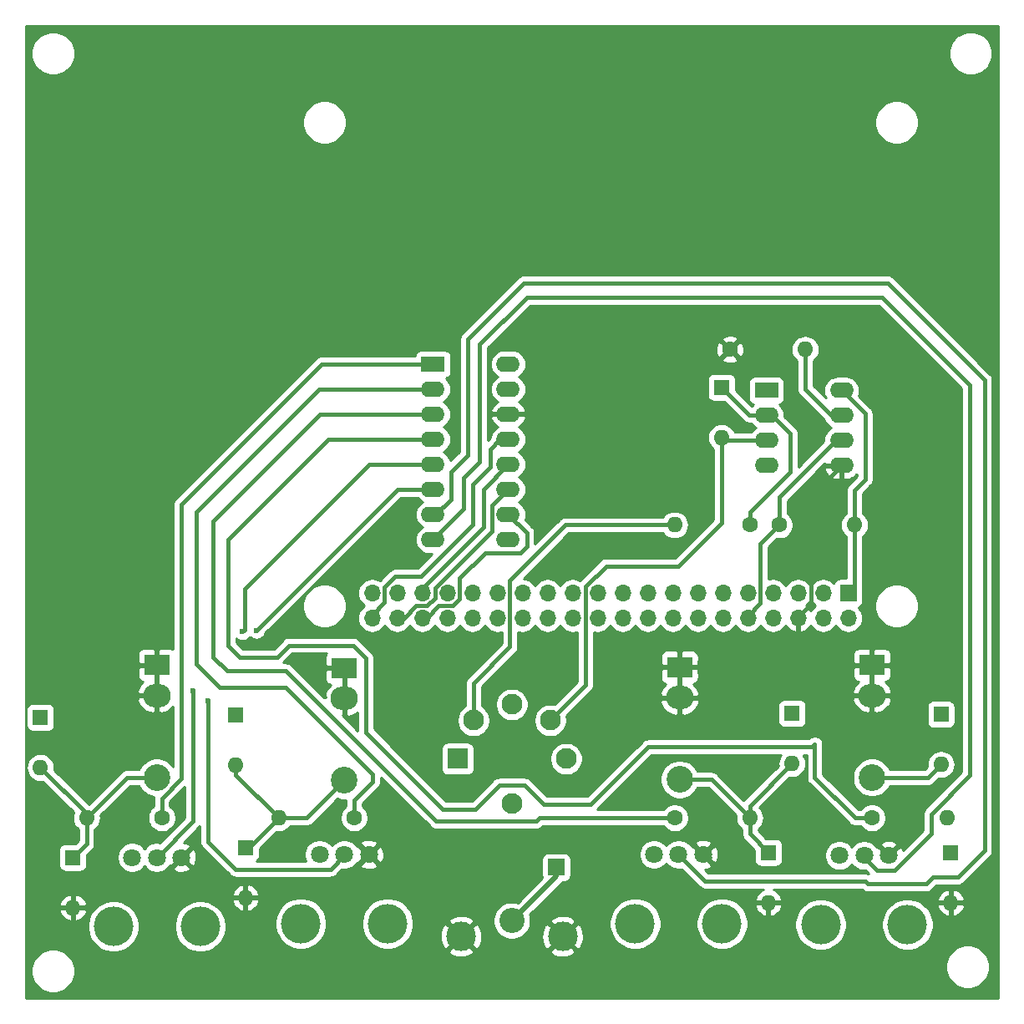
<source format=gbr>
G04 #@! TF.GenerationSoftware,KiCad,Pcbnew,(5.1.4-0-10_14)*
G04 #@! TF.CreationDate,2021-03-27T12:50:17+13:00*
G04 #@! TF.ProjectId,incur_board,696e6375-725f-4626-9f61-72642e6b6963,rev?*
G04 #@! TF.SameCoordinates,Original*
G04 #@! TF.FileFunction,Copper,L1,Top*
G04 #@! TF.FilePolarity,Positive*
%FSLAX46Y46*%
G04 Gerber Fmt 4.6, Leading zero omitted, Abs format (unit mm)*
G04 Created by KiCad (PCBNEW (5.1.4-0-10_14)) date 2021-03-27 12:50:17*
%MOMM*%
%LPD*%
G04 APERTURE LIST*
%ADD10R,1.700000X1.700000*%
%ADD11O,1.700000X1.700000*%
%ADD12R,1.600000X1.600000*%
%ADD13O,1.600000X1.600000*%
%ADD14O,2.800000X2.350000*%
%ADD15R,2.600000X2.150000*%
%ADD16C,2.700000*%
%ADD17C,2.100000*%
%ADD18R,2.100000X2.100000*%
%ADD19C,3.000000*%
%ADD20C,2.550000*%
%ADD21C,1.600000*%
%ADD22C,1.800000*%
%ADD23C,4.000000*%
%ADD24R,2.400000X1.600000*%
%ADD25O,2.400000X1.600000*%
%ADD26C,0.600000*%
%ADD27C,0.500000*%
%ADD28C,0.400000*%
%ADD29C,0.254000*%
G04 APERTURE END LIST*
D10*
X154100000Y-98200000D03*
D11*
X154100000Y-100740000D03*
X151560000Y-98200000D03*
X151560000Y-100740000D03*
X149020000Y-98200000D03*
X149020000Y-100740000D03*
X146480000Y-98200000D03*
X146480000Y-100740000D03*
X143940000Y-98200000D03*
X143940000Y-100740000D03*
X141400000Y-98200000D03*
X141400000Y-100740000D03*
X138860000Y-98200000D03*
X138860000Y-100740000D03*
X136320000Y-98200000D03*
X136320000Y-100740000D03*
X133780000Y-98200000D03*
X133780000Y-100740000D03*
X131240000Y-98200000D03*
X131240000Y-100740000D03*
X128700000Y-98200000D03*
X128700000Y-100740000D03*
X126160000Y-98200000D03*
X126160000Y-100740000D03*
X123620000Y-98200000D03*
X123620000Y-100740000D03*
X121080000Y-98200000D03*
X121080000Y-100740000D03*
X118540000Y-98200000D03*
X118540000Y-100740000D03*
X116000000Y-98200000D03*
X116000000Y-100740000D03*
X113460000Y-98200000D03*
X113460000Y-100740000D03*
X110920000Y-98200000D03*
X110920000Y-100740000D03*
X108380000Y-98200000D03*
X108380000Y-100740000D03*
X105840000Y-98200000D03*
X105840000Y-100740000D03*
D12*
X72200000Y-110800000D03*
D13*
X72200000Y-115880000D03*
D12*
X75500000Y-125000000D03*
D13*
X75500000Y-130080000D03*
D12*
X92000000Y-110600000D03*
D13*
X92000000Y-115680000D03*
D12*
X93000000Y-124000000D03*
D13*
X93000000Y-129080000D03*
D12*
X148400000Y-110400000D03*
D13*
X148400000Y-115480000D03*
D12*
X146000000Y-124500000D03*
D13*
X146000000Y-129580000D03*
D12*
X163500000Y-110500000D03*
D13*
X163500000Y-115580000D03*
D12*
X164500000Y-124500000D03*
D13*
X164500000Y-129580000D03*
D12*
X141250000Y-77350000D03*
D13*
X141250000Y-82430000D03*
D14*
X84000000Y-108600000D03*
D15*
X84000000Y-105500000D03*
D16*
X84000000Y-116900000D03*
D14*
X103000000Y-108900000D03*
D15*
X103000000Y-105800000D03*
D16*
X103000000Y-117200000D03*
D14*
X137000000Y-108800000D03*
D15*
X137000000Y-105700000D03*
D16*
X137000000Y-117100000D03*
D17*
X125500000Y-115000000D03*
D18*
X114500000Y-115000000D03*
D17*
X120000000Y-109500000D03*
X120000000Y-119500000D03*
X116110000Y-111110000D03*
X123890000Y-111110000D03*
D10*
X124500000Y-126000000D03*
D19*
X114850000Y-133000000D03*
X125150000Y-133000000D03*
D20*
X120000000Y-131400000D03*
D21*
X84500000Y-121000000D03*
D13*
X76880000Y-121000000D03*
D21*
X104000000Y-121000000D03*
D13*
X96380000Y-121000000D03*
D21*
X136500000Y-121000000D03*
D13*
X144120000Y-121000000D03*
D21*
X156500000Y-121000000D03*
D13*
X164120000Y-121000000D03*
D21*
X144100000Y-91300000D03*
D13*
X136480000Y-91300000D03*
D21*
X142100000Y-73500000D03*
D13*
X149720000Y-73500000D03*
D21*
X147100000Y-91300000D03*
D13*
X154720000Y-91300000D03*
D22*
X86500000Y-125000000D03*
X84000000Y-125000000D03*
X81500000Y-125000000D03*
D23*
X88400000Y-132000000D03*
X79600000Y-132000000D03*
D22*
X105500000Y-124700000D03*
X103000000Y-124700000D03*
X100500000Y-124700000D03*
D23*
X107400000Y-131700000D03*
X98600000Y-131700000D03*
D22*
X139400000Y-124700000D03*
X136900000Y-124700000D03*
X134400000Y-124700000D03*
D23*
X141300000Y-131700000D03*
X132500000Y-131700000D03*
D22*
X158200000Y-124800000D03*
X155700000Y-124800000D03*
X153200000Y-124800000D03*
D23*
X160100000Y-131800000D03*
X151300000Y-131800000D03*
D24*
X112000000Y-75000000D03*
D25*
X119620000Y-92780000D03*
X112000000Y-77540000D03*
X119620000Y-90240000D03*
X112000000Y-80080000D03*
X119620000Y-87700000D03*
X112000000Y-82620000D03*
X119620000Y-85160000D03*
X112000000Y-85160000D03*
X119620000Y-82620000D03*
X112000000Y-87700000D03*
X119620000Y-80080000D03*
X112000000Y-90240000D03*
X119620000Y-77540000D03*
X112000000Y-92780000D03*
X119620000Y-75000000D03*
D24*
X145800000Y-77650000D03*
D25*
X153420000Y-85270000D03*
X145800000Y-80190000D03*
X153420000Y-82730000D03*
X145800000Y-82730000D03*
X153420000Y-80190000D03*
X145800000Y-85270000D03*
X153420000Y-77650000D03*
D14*
X156500000Y-108600000D03*
D15*
X156500000Y-105500000D03*
D16*
X156500000Y-116900000D03*
D26*
X92700000Y-102100000D03*
X87700000Y-108100000D03*
X89200000Y-109100000D03*
X94100000Y-102000000D03*
D27*
X100500000Y-125000000D02*
X100380000Y-125000000D01*
D28*
X76880000Y-121000000D02*
X76880000Y-123620000D01*
X76880000Y-123620000D02*
X75500000Y-125000000D01*
X76880000Y-121000000D02*
X76880000Y-120560000D01*
X76880000Y-120560000D02*
X72200000Y-115880000D01*
X84000000Y-116900000D02*
X80980000Y-116900000D01*
X80980000Y-116900000D02*
X76880000Y-121000000D01*
X149020000Y-100740000D02*
X149020000Y-100580000D01*
X149020000Y-100580000D02*
X150300000Y-99300000D01*
X150300000Y-99300000D02*
X150300000Y-88390000D01*
X150300000Y-88390000D02*
X153420000Y-85270000D01*
X149080000Y-100800000D02*
X149080000Y-100280000D01*
X149080000Y-100800000D02*
X148700000Y-100800000D01*
D27*
X149080000Y-100800000D02*
X149080000Y-101080000D01*
X149080000Y-100800000D02*
X149300000Y-100800000D01*
X139500000Y-125000000D02*
X140120000Y-125000000D01*
D28*
X96380000Y-121000000D02*
X99200000Y-121000000D01*
X99200000Y-121000000D02*
X103000000Y-117200000D01*
X93000000Y-124000000D02*
X93380000Y-124000000D01*
X93380000Y-124000000D02*
X96380000Y-121000000D01*
X92000000Y-115680000D02*
X92000000Y-116620000D01*
X92000000Y-116620000D02*
X96380000Y-121000000D01*
X144120000Y-121000000D02*
X144120000Y-119760000D01*
X144120000Y-119760000D02*
X148400000Y-115480000D01*
X144120000Y-121000000D02*
X144120000Y-122620000D01*
X144120000Y-122620000D02*
X146000000Y-124500000D01*
X137000000Y-117100000D02*
X140220000Y-117100000D01*
X140220000Y-117100000D02*
X144120000Y-121000000D01*
X156500000Y-116900000D02*
X162180000Y-116900000D01*
X162180000Y-116900000D02*
X163500000Y-115580000D01*
X145800000Y-80190000D02*
X146340000Y-80190000D01*
X146340000Y-80190000D02*
X148200000Y-82050000D01*
X144100000Y-90000000D02*
X144100000Y-91300000D01*
X148200000Y-85900000D02*
X144100000Y-90000000D01*
X148200000Y-82050000D02*
X148200000Y-85900000D01*
X145800000Y-80190000D02*
X144090000Y-80190000D01*
X144090000Y-80190000D02*
X141250000Y-77350000D01*
X141250000Y-82430000D02*
X141250000Y-91100000D01*
X127450000Y-107550000D02*
X123890000Y-111110000D01*
X127450000Y-97550000D02*
X127450000Y-107550000D01*
X129550000Y-95450000D02*
X127450000Y-97550000D01*
X136900000Y-95450000D02*
X129550000Y-95450000D01*
X141250000Y-91100000D02*
X136900000Y-95450000D01*
X145800000Y-82730000D02*
X141550000Y-82730000D01*
X141550000Y-82730000D02*
X141250000Y-82430000D01*
X141550000Y-82730000D02*
X141250000Y-82430000D01*
X105840000Y-100740000D02*
X105840000Y-100360000D01*
X105840000Y-100360000D02*
X107100000Y-99100000D01*
X107100000Y-99100000D02*
X107100000Y-97600000D01*
X107100000Y-97600000D02*
X108200000Y-96500000D01*
X108200000Y-96500000D02*
X110800000Y-96500000D01*
X110800000Y-96500000D02*
X115000000Y-92300000D01*
X115000000Y-92300000D02*
X116000000Y-91300000D01*
X116000000Y-91300000D02*
X116000000Y-87200000D01*
X116000000Y-87200000D02*
X117800000Y-85400000D01*
X117800000Y-85400000D02*
X117800000Y-83600000D01*
X117800000Y-83600000D02*
X118780000Y-82620000D01*
X118780000Y-82620000D02*
X119620000Y-82620000D01*
X110920000Y-98200000D02*
X110920000Y-97680000D01*
X110920000Y-97680000D02*
X117100000Y-91500000D01*
X117100000Y-91500000D02*
X117100000Y-87680000D01*
X117100000Y-87680000D02*
X119620000Y-85160000D01*
X108380000Y-100740000D02*
X109060000Y-100740000D01*
X109060000Y-100740000D02*
X110300000Y-99500000D01*
X110300000Y-99500000D02*
X111400000Y-99500000D01*
X111400000Y-99500000D02*
X112200000Y-98700000D01*
X112200000Y-98700000D02*
X112200000Y-97700000D01*
X112200000Y-97700000D02*
X118000000Y-91900000D01*
X118000000Y-91900000D02*
X118000000Y-89320000D01*
X118000000Y-89320000D02*
X119620000Y-87700000D01*
X117300000Y-94100000D02*
X120900000Y-94100000D01*
X112600000Y-99500000D02*
X114000000Y-99500000D01*
X114000000Y-99500000D02*
X114700000Y-98800000D01*
X114700000Y-98800000D02*
X114700000Y-96700000D01*
X114700000Y-96700000D02*
X117300000Y-94100000D01*
X111360000Y-100740000D02*
X112600000Y-99500000D01*
X121500000Y-92120000D02*
X119620000Y-90240000D01*
X121500000Y-93500000D02*
X121500000Y-92120000D01*
X120900000Y-94100000D02*
X121500000Y-93500000D01*
X110920000Y-100740000D02*
X111360000Y-100740000D01*
X110920000Y-100740000D02*
X111140000Y-100740000D01*
X110920000Y-100740000D02*
X110920000Y-100580000D01*
X147100000Y-91300000D02*
X147100000Y-88500000D01*
X147100000Y-88500000D02*
X152870000Y-82730000D01*
X152870000Y-82730000D02*
X153420000Y-82730000D01*
X143940000Y-100740000D02*
X143940000Y-100460000D01*
X143940000Y-100460000D02*
X145200000Y-99200000D01*
X145200000Y-93200000D02*
X147100000Y-91300000D01*
X145200000Y-99200000D02*
X145200000Y-93200000D01*
X143940000Y-100740000D02*
X143960000Y-100740000D01*
X154720000Y-91300000D02*
X154720000Y-87780000D01*
X155800000Y-80030000D02*
X153420000Y-77650000D01*
X155800000Y-86700000D02*
X155800000Y-80030000D01*
X154720000Y-87780000D02*
X155800000Y-86700000D01*
X154720000Y-91300000D02*
X154720000Y-97580000D01*
X154720000Y-97580000D02*
X154100000Y-98200000D01*
X154160000Y-98260000D02*
X154160000Y-97660000D01*
X84500000Y-121000000D02*
X84500000Y-119000000D01*
X100700000Y-75000000D02*
X112000000Y-75000000D01*
X86500000Y-89200000D02*
X100700000Y-75000000D01*
X86500000Y-117000000D02*
X86500000Y-89200000D01*
X84500000Y-119000000D02*
X86500000Y-117000000D01*
X104000000Y-121000000D02*
X104000000Y-119200000D01*
X100460000Y-77540000D02*
X112000000Y-77540000D01*
X88000000Y-90000000D02*
X100460000Y-77540000D01*
X88000000Y-105400000D02*
X88000000Y-90000000D01*
X90400000Y-107800000D02*
X88000000Y-105400000D01*
X97100000Y-107800000D02*
X90400000Y-107800000D01*
X105900000Y-116600000D02*
X97100000Y-107800000D01*
X105900000Y-117300000D02*
X105900000Y-116600000D01*
X104000000Y-119200000D02*
X105900000Y-117300000D01*
X100520000Y-80080000D02*
X112000000Y-80080000D01*
X89700000Y-90900000D02*
X100520000Y-80080000D01*
X89700000Y-104700000D02*
X89700000Y-90900000D01*
X91100000Y-106100000D02*
X89700000Y-104700000D01*
X97100000Y-106100000D02*
X91100000Y-106100000D01*
X112300000Y-121300000D02*
X97100000Y-106100000D01*
X113000000Y-121300000D02*
X112300000Y-121300000D01*
X122500000Y-121300000D02*
X113000000Y-121300000D01*
X122800000Y-121000000D02*
X122500000Y-121300000D01*
X136500000Y-121000000D02*
X122800000Y-121000000D01*
D27*
X136500000Y-121000000D02*
X136500000Y-120500000D01*
D28*
X156500000Y-121000000D02*
X154800000Y-121000000D01*
X101380000Y-82620000D02*
X112000000Y-82620000D01*
X91200000Y-92800000D02*
X101380000Y-82620000D01*
X91200000Y-103500000D02*
X91200000Y-92800000D01*
X92400000Y-104700000D02*
X91200000Y-103500000D01*
X96200000Y-104700000D02*
X92400000Y-104700000D01*
X97400000Y-103500000D02*
X96200000Y-104700000D01*
X103900000Y-103500000D02*
X97400000Y-103500000D01*
X105200000Y-104800000D02*
X103900000Y-103500000D01*
X105200000Y-112300000D02*
X105200000Y-104800000D01*
X113000000Y-120100000D02*
X105200000Y-112300000D01*
X116300000Y-120100000D02*
X113000000Y-120100000D01*
X118700000Y-117700000D02*
X116300000Y-120100000D01*
X121300000Y-117700000D02*
X118700000Y-117700000D01*
X123200000Y-119600000D02*
X121300000Y-117700000D01*
X128000000Y-119600000D02*
X123200000Y-119600000D01*
X133800000Y-113800000D02*
X128000000Y-119600000D01*
X150400000Y-113800000D02*
X133800000Y-113800000D01*
X150700000Y-113500000D02*
X150400000Y-113800000D01*
X150700000Y-116900000D02*
X150700000Y-113500000D01*
X154800000Y-121000000D02*
X150700000Y-116900000D01*
X156500000Y-121000000D02*
X156500000Y-120900000D01*
X153420000Y-80190000D02*
X152390000Y-80190000D01*
X152390000Y-80190000D02*
X149720000Y-77520000D01*
X149720000Y-77520000D02*
X149720000Y-73500000D01*
X84000000Y-125000000D02*
X87700000Y-121300000D01*
X105540000Y-85160000D02*
X112000000Y-85160000D01*
X92900000Y-97800000D02*
X105540000Y-85160000D01*
X92900000Y-101900000D02*
X92900000Y-97800000D01*
X92700000Y-102100000D02*
X92900000Y-101900000D01*
X87700000Y-121300000D02*
X87700000Y-108100000D01*
X103000000Y-124700000D02*
X103000000Y-124800000D01*
X103000000Y-124800000D02*
X101600000Y-126200000D01*
X101600000Y-126200000D02*
X92000000Y-126200000D01*
X92000000Y-126200000D02*
X89200000Y-123400000D01*
X89200000Y-123400000D02*
X89200000Y-109100000D01*
X94100000Y-102000000D02*
X108400000Y-87700000D01*
X108400000Y-87700000D02*
X112000000Y-87700000D01*
X136900000Y-124700000D02*
X139600000Y-127400000D01*
X113800000Y-88700000D02*
X112260000Y-90240000D01*
X113800000Y-85900000D02*
X113800000Y-88700000D01*
X115500000Y-84200000D02*
X113800000Y-85900000D01*
X115500000Y-72500000D02*
X115500000Y-84200000D01*
X121200000Y-66800000D02*
X115500000Y-72500000D01*
X158100000Y-66800000D02*
X121200000Y-66800000D01*
X167900000Y-76600000D02*
X158100000Y-66800000D01*
X167900000Y-124300000D02*
X167900000Y-76600000D01*
X165200000Y-127000000D02*
X167900000Y-124300000D01*
X162700000Y-127000000D02*
X165200000Y-127000000D01*
X162000000Y-127700000D02*
X162700000Y-127000000D01*
X156100000Y-127700000D02*
X162000000Y-127700000D01*
X155800000Y-127400000D02*
X156100000Y-127700000D01*
X139600000Y-127400000D02*
X155800000Y-127400000D01*
X112260000Y-90240000D02*
X112000000Y-90240000D01*
X155700000Y-124800000D02*
X155700000Y-125000000D01*
X155700000Y-125000000D02*
X157000000Y-126300000D01*
X157000000Y-126300000D02*
X158800000Y-126300000D01*
X158800000Y-126300000D02*
X162500000Y-122600000D01*
X162500000Y-122600000D02*
X162500000Y-120600000D01*
X162500000Y-120600000D02*
X166400000Y-116700000D01*
X166400000Y-116700000D02*
X166400000Y-77100000D01*
X166400000Y-77100000D02*
X157500000Y-68200000D01*
X157500000Y-68200000D02*
X121500000Y-68200000D01*
X121500000Y-68200000D02*
X116700000Y-73000000D01*
X116700000Y-73000000D02*
X116700000Y-84900000D01*
X116700000Y-84900000D02*
X115100000Y-86500000D01*
X115100000Y-86500000D02*
X115100000Y-89680000D01*
X115100000Y-89680000D02*
X112000000Y-92780000D01*
D27*
X124500000Y-126000000D02*
X124500000Y-126900000D01*
X124500000Y-126900000D02*
X120000000Y-131400000D01*
D28*
X136480000Y-91300000D02*
X125450000Y-91300000D01*
X116110000Y-107340000D02*
X116110000Y-111110000D01*
X119800000Y-103650000D02*
X116110000Y-107340000D01*
X119800000Y-96950000D02*
X119800000Y-103650000D01*
X125450000Y-91300000D02*
X119800000Y-96950000D01*
X116110000Y-111110000D02*
X116110000Y-110890000D01*
D29*
G36*
X169290001Y-139290000D02*
G01*
X70710000Y-139290000D01*
X70710000Y-136279872D01*
X71265000Y-136279872D01*
X71265000Y-136720128D01*
X71350890Y-137151925D01*
X71519369Y-137558669D01*
X71763962Y-137924729D01*
X72075271Y-138236038D01*
X72441331Y-138480631D01*
X72848075Y-138649110D01*
X73279872Y-138735000D01*
X73720128Y-138735000D01*
X74151925Y-138649110D01*
X74558669Y-138480631D01*
X74924729Y-138236038D01*
X75236038Y-137924729D01*
X75480631Y-137558669D01*
X75649110Y-137151925D01*
X75735000Y-136720128D01*
X75735000Y-136279872D01*
X75655435Y-135879872D01*
X163965000Y-135879872D01*
X163965000Y-136320128D01*
X164050890Y-136751925D01*
X164219369Y-137158669D01*
X164463962Y-137524729D01*
X164775271Y-137836038D01*
X165141331Y-138080631D01*
X165548075Y-138249110D01*
X165979872Y-138335000D01*
X166420128Y-138335000D01*
X166851925Y-138249110D01*
X167258669Y-138080631D01*
X167624729Y-137836038D01*
X167936038Y-137524729D01*
X168180631Y-137158669D01*
X168349110Y-136751925D01*
X168435000Y-136320128D01*
X168435000Y-135879872D01*
X168349110Y-135448075D01*
X168180631Y-135041331D01*
X167936038Y-134675271D01*
X167624729Y-134363962D01*
X167258669Y-134119369D01*
X166851925Y-133950890D01*
X166420128Y-133865000D01*
X165979872Y-133865000D01*
X165548075Y-133950890D01*
X165141331Y-134119369D01*
X164775271Y-134363962D01*
X164463962Y-134675271D01*
X164219369Y-135041331D01*
X164050890Y-135448075D01*
X163965000Y-135879872D01*
X75655435Y-135879872D01*
X75649110Y-135848075D01*
X75480631Y-135441331D01*
X75236038Y-135075271D01*
X74924729Y-134763962D01*
X74558669Y-134519369D01*
X74151925Y-134350890D01*
X73720128Y-134265000D01*
X73279872Y-134265000D01*
X72848075Y-134350890D01*
X72441331Y-134519369D01*
X72075271Y-134763962D01*
X71763962Y-135075271D01*
X71519369Y-135441331D01*
X71350890Y-135848075D01*
X71265000Y-136279872D01*
X70710000Y-136279872D01*
X70710000Y-131740475D01*
X76965000Y-131740475D01*
X76965000Y-132259525D01*
X77066261Y-132768601D01*
X77264893Y-133248141D01*
X77553262Y-133679715D01*
X77920285Y-134046738D01*
X78351859Y-134335107D01*
X78831399Y-134533739D01*
X79340475Y-134635000D01*
X79859525Y-134635000D01*
X80368601Y-134533739D01*
X80848141Y-134335107D01*
X81279715Y-134046738D01*
X81646738Y-133679715D01*
X81935107Y-133248141D01*
X82133739Y-132768601D01*
X82235000Y-132259525D01*
X82235000Y-131740475D01*
X85765000Y-131740475D01*
X85765000Y-132259525D01*
X85866261Y-132768601D01*
X86064893Y-133248141D01*
X86353262Y-133679715D01*
X86720285Y-134046738D01*
X87151859Y-134335107D01*
X87631399Y-134533739D01*
X88140475Y-134635000D01*
X88659525Y-134635000D01*
X89168601Y-134533739D01*
X89270205Y-134491653D01*
X113537952Y-134491653D01*
X113693962Y-134807214D01*
X114068745Y-134998020D01*
X114473551Y-135112044D01*
X114892824Y-135144902D01*
X115310451Y-135095334D01*
X115710383Y-134965243D01*
X116006038Y-134807214D01*
X116162048Y-134491653D01*
X123837952Y-134491653D01*
X123993962Y-134807214D01*
X124368745Y-134998020D01*
X124773551Y-135112044D01*
X125192824Y-135144902D01*
X125610451Y-135095334D01*
X126010383Y-134965243D01*
X126306038Y-134807214D01*
X126462048Y-134491653D01*
X125150000Y-133179605D01*
X123837952Y-134491653D01*
X116162048Y-134491653D01*
X114850000Y-133179605D01*
X113537952Y-134491653D01*
X89270205Y-134491653D01*
X89648141Y-134335107D01*
X90079715Y-134046738D01*
X90446738Y-133679715D01*
X90735107Y-133248141D01*
X90933739Y-132768601D01*
X91035000Y-132259525D01*
X91035000Y-131740475D01*
X90975327Y-131440475D01*
X95965000Y-131440475D01*
X95965000Y-131959525D01*
X96066261Y-132468601D01*
X96264893Y-132948141D01*
X96553262Y-133379715D01*
X96920285Y-133746738D01*
X97351859Y-134035107D01*
X97831399Y-134233739D01*
X98340475Y-134335000D01*
X98859525Y-134335000D01*
X99368601Y-134233739D01*
X99848141Y-134035107D01*
X100279715Y-133746738D01*
X100646738Y-133379715D01*
X100935107Y-132948141D01*
X101133739Y-132468601D01*
X101235000Y-131959525D01*
X101235000Y-131440475D01*
X104765000Y-131440475D01*
X104765000Y-131959525D01*
X104866261Y-132468601D01*
X105064893Y-132948141D01*
X105353262Y-133379715D01*
X105720285Y-133746738D01*
X106151859Y-134035107D01*
X106631399Y-134233739D01*
X107140475Y-134335000D01*
X107659525Y-134335000D01*
X108168601Y-134233739D01*
X108648141Y-134035107D01*
X109079715Y-133746738D01*
X109446738Y-133379715D01*
X109671841Y-133042824D01*
X112705098Y-133042824D01*
X112754666Y-133460451D01*
X112884757Y-133860383D01*
X113042786Y-134156038D01*
X113358347Y-134312048D01*
X114670395Y-133000000D01*
X115029605Y-133000000D01*
X116341653Y-134312048D01*
X116657214Y-134156038D01*
X116848020Y-133781255D01*
X116962044Y-133376449D01*
X116994902Y-132957176D01*
X116945334Y-132539549D01*
X116815243Y-132139617D01*
X116657214Y-131843962D01*
X116341653Y-131687952D01*
X115029605Y-133000000D01*
X114670395Y-133000000D01*
X113358347Y-131687952D01*
X113042786Y-131843962D01*
X112851980Y-132218745D01*
X112737956Y-132623551D01*
X112705098Y-133042824D01*
X109671841Y-133042824D01*
X109735107Y-132948141D01*
X109933739Y-132468601D01*
X110035000Y-131959525D01*
X110035000Y-131508347D01*
X113537952Y-131508347D01*
X114850000Y-132820395D01*
X116162048Y-131508347D01*
X116015479Y-131211881D01*
X118090000Y-131211881D01*
X118090000Y-131588119D01*
X118163400Y-131957127D01*
X118307380Y-132304724D01*
X118516406Y-132617554D01*
X118782446Y-132883594D01*
X119095276Y-133092620D01*
X119442873Y-133236600D01*
X119811881Y-133310000D01*
X120188119Y-133310000D01*
X120557127Y-133236600D01*
X120904724Y-133092620D01*
X120979249Y-133042824D01*
X123005098Y-133042824D01*
X123054666Y-133460451D01*
X123184757Y-133860383D01*
X123342786Y-134156038D01*
X123658347Y-134312048D01*
X124970395Y-133000000D01*
X125329605Y-133000000D01*
X126641653Y-134312048D01*
X126957214Y-134156038D01*
X127148020Y-133781255D01*
X127262044Y-133376449D01*
X127294902Y-132957176D01*
X127245334Y-132539549D01*
X127115243Y-132139617D01*
X126957214Y-131843962D01*
X126641653Y-131687952D01*
X125329605Y-133000000D01*
X124970395Y-133000000D01*
X123658347Y-131687952D01*
X123342786Y-131843962D01*
X123151980Y-132218745D01*
X123037956Y-132623551D01*
X123005098Y-133042824D01*
X120979249Y-133042824D01*
X121217554Y-132883594D01*
X121483594Y-132617554D01*
X121692620Y-132304724D01*
X121836600Y-131957127D01*
X121910000Y-131588119D01*
X121910000Y-131508347D01*
X123837952Y-131508347D01*
X125150000Y-132820395D01*
X126462048Y-131508347D01*
X126428493Y-131440475D01*
X129865000Y-131440475D01*
X129865000Y-131959525D01*
X129966261Y-132468601D01*
X130164893Y-132948141D01*
X130453262Y-133379715D01*
X130820285Y-133746738D01*
X131251859Y-134035107D01*
X131731399Y-134233739D01*
X132240475Y-134335000D01*
X132759525Y-134335000D01*
X133268601Y-134233739D01*
X133748141Y-134035107D01*
X134179715Y-133746738D01*
X134546738Y-133379715D01*
X134835107Y-132948141D01*
X135033739Y-132468601D01*
X135135000Y-131959525D01*
X135135000Y-131440475D01*
X138665000Y-131440475D01*
X138665000Y-131959525D01*
X138766261Y-132468601D01*
X138964893Y-132948141D01*
X139253262Y-133379715D01*
X139620285Y-133746738D01*
X140051859Y-134035107D01*
X140531399Y-134233739D01*
X141040475Y-134335000D01*
X141559525Y-134335000D01*
X142068601Y-134233739D01*
X142548141Y-134035107D01*
X142979715Y-133746738D01*
X143346738Y-133379715D01*
X143635107Y-132948141D01*
X143833739Y-132468601D01*
X143935000Y-131959525D01*
X143935000Y-131540475D01*
X148665000Y-131540475D01*
X148665000Y-132059525D01*
X148766261Y-132568601D01*
X148964893Y-133048141D01*
X149253262Y-133479715D01*
X149620285Y-133846738D01*
X150051859Y-134135107D01*
X150531399Y-134333739D01*
X151040475Y-134435000D01*
X151559525Y-134435000D01*
X152068601Y-134333739D01*
X152548141Y-134135107D01*
X152979715Y-133846738D01*
X153346738Y-133479715D01*
X153635107Y-133048141D01*
X153833739Y-132568601D01*
X153935000Y-132059525D01*
X153935000Y-131540475D01*
X157465000Y-131540475D01*
X157465000Y-132059525D01*
X157566261Y-132568601D01*
X157764893Y-133048141D01*
X158053262Y-133479715D01*
X158420285Y-133846738D01*
X158851859Y-134135107D01*
X159331399Y-134333739D01*
X159840475Y-134435000D01*
X160359525Y-134435000D01*
X160868601Y-134333739D01*
X161348141Y-134135107D01*
X161779715Y-133846738D01*
X162146738Y-133479715D01*
X162435107Y-133048141D01*
X162633739Y-132568601D01*
X162735000Y-132059525D01*
X162735000Y-131540475D01*
X162633739Y-131031399D01*
X162435107Y-130551859D01*
X162146738Y-130120285D01*
X161955493Y-129929040D01*
X163108091Y-129929040D01*
X163202930Y-130193881D01*
X163347615Y-130435131D01*
X163536586Y-130643519D01*
X163762580Y-130811037D01*
X164016913Y-130931246D01*
X164150961Y-130971904D01*
X164373000Y-130849915D01*
X164373000Y-129707000D01*
X164627000Y-129707000D01*
X164627000Y-130849915D01*
X164849039Y-130971904D01*
X164983087Y-130931246D01*
X165237420Y-130811037D01*
X165463414Y-130643519D01*
X165652385Y-130435131D01*
X165797070Y-130193881D01*
X165891909Y-129929040D01*
X165770624Y-129707000D01*
X164627000Y-129707000D01*
X164373000Y-129707000D01*
X163229376Y-129707000D01*
X163108091Y-129929040D01*
X161955493Y-129929040D01*
X161779715Y-129753262D01*
X161348141Y-129464893D01*
X160868601Y-129266261D01*
X160691130Y-129230960D01*
X163108091Y-129230960D01*
X163229376Y-129453000D01*
X164373000Y-129453000D01*
X164373000Y-128310085D01*
X164627000Y-128310085D01*
X164627000Y-129453000D01*
X165770624Y-129453000D01*
X165891909Y-129230960D01*
X165797070Y-128966119D01*
X165652385Y-128724869D01*
X165463414Y-128516481D01*
X165237420Y-128348963D01*
X164983087Y-128228754D01*
X164849039Y-128188096D01*
X164627000Y-128310085D01*
X164373000Y-128310085D01*
X164150961Y-128188096D01*
X164016913Y-128228754D01*
X163762580Y-128348963D01*
X163536586Y-128516481D01*
X163347615Y-128724869D01*
X163202930Y-128966119D01*
X163108091Y-129230960D01*
X160691130Y-129230960D01*
X160359525Y-129165000D01*
X159840475Y-129165000D01*
X159331399Y-129266261D01*
X158851859Y-129464893D01*
X158420285Y-129753262D01*
X158053262Y-130120285D01*
X157764893Y-130551859D01*
X157566261Y-131031399D01*
X157465000Y-131540475D01*
X153935000Y-131540475D01*
X153833739Y-131031399D01*
X153635107Y-130551859D01*
X153346738Y-130120285D01*
X152979715Y-129753262D01*
X152548141Y-129464893D01*
X152068601Y-129266261D01*
X151559525Y-129165000D01*
X151040475Y-129165000D01*
X150531399Y-129266261D01*
X150051859Y-129464893D01*
X149620285Y-129753262D01*
X149253262Y-130120285D01*
X148964893Y-130551859D01*
X148766261Y-131031399D01*
X148665000Y-131540475D01*
X143935000Y-131540475D01*
X143935000Y-131440475D01*
X143833739Y-130931399D01*
X143635107Y-130451859D01*
X143346738Y-130020285D01*
X143255493Y-129929040D01*
X144608091Y-129929040D01*
X144702930Y-130193881D01*
X144847615Y-130435131D01*
X145036586Y-130643519D01*
X145262580Y-130811037D01*
X145516913Y-130931246D01*
X145650961Y-130971904D01*
X145873000Y-130849915D01*
X145873000Y-129707000D01*
X146127000Y-129707000D01*
X146127000Y-130849915D01*
X146349039Y-130971904D01*
X146483087Y-130931246D01*
X146737420Y-130811037D01*
X146963414Y-130643519D01*
X147152385Y-130435131D01*
X147297070Y-130193881D01*
X147391909Y-129929040D01*
X147270624Y-129707000D01*
X146127000Y-129707000D01*
X145873000Y-129707000D01*
X144729376Y-129707000D01*
X144608091Y-129929040D01*
X143255493Y-129929040D01*
X142979715Y-129653262D01*
X142548141Y-129364893D01*
X142068601Y-129166261D01*
X141559525Y-129065000D01*
X141040475Y-129065000D01*
X140531399Y-129166261D01*
X140051859Y-129364893D01*
X139620285Y-129653262D01*
X139253262Y-130020285D01*
X138964893Y-130451859D01*
X138766261Y-130931399D01*
X138665000Y-131440475D01*
X135135000Y-131440475D01*
X135033739Y-130931399D01*
X134835107Y-130451859D01*
X134546738Y-130020285D01*
X134179715Y-129653262D01*
X133748141Y-129364893D01*
X133268601Y-129166261D01*
X132759525Y-129065000D01*
X132240475Y-129065000D01*
X131731399Y-129166261D01*
X131251859Y-129364893D01*
X130820285Y-129653262D01*
X130453262Y-130020285D01*
X130164893Y-130451859D01*
X129966261Y-130931399D01*
X129865000Y-131440475D01*
X126428493Y-131440475D01*
X126306038Y-131192786D01*
X125931255Y-131001980D01*
X125526449Y-130887956D01*
X125107176Y-130855098D01*
X124689549Y-130904666D01*
X124289617Y-131034757D01*
X123993962Y-131192786D01*
X123837952Y-131508347D01*
X121910000Y-131508347D01*
X121910000Y-131211881D01*
X121836600Y-130842873D01*
X121828430Y-130823148D01*
X125095049Y-127556530D01*
X125128817Y-127528817D01*
X125162256Y-127488072D01*
X125350000Y-127488072D01*
X125474482Y-127475812D01*
X125594180Y-127439502D01*
X125704494Y-127380537D01*
X125801185Y-127301185D01*
X125880537Y-127204494D01*
X125939502Y-127094180D01*
X125975812Y-126974482D01*
X125988072Y-126850000D01*
X125988072Y-125150000D01*
X125975812Y-125025518D01*
X125939502Y-124905820D01*
X125880537Y-124795506D01*
X125801185Y-124698815D01*
X125704494Y-124619463D01*
X125594180Y-124560498D01*
X125474482Y-124524188D01*
X125350000Y-124511928D01*
X123650000Y-124511928D01*
X123525518Y-124524188D01*
X123405820Y-124560498D01*
X123295506Y-124619463D01*
X123198815Y-124698815D01*
X123119463Y-124795506D01*
X123060498Y-124905820D01*
X123024188Y-125025518D01*
X123011928Y-125150000D01*
X123011928Y-126850000D01*
X123024188Y-126974482D01*
X123059042Y-127089379D01*
X120576852Y-129571570D01*
X120557127Y-129563400D01*
X120188119Y-129490000D01*
X119811881Y-129490000D01*
X119442873Y-129563400D01*
X119095276Y-129707380D01*
X118782446Y-129916406D01*
X118516406Y-130182446D01*
X118307380Y-130495276D01*
X118163400Y-130842873D01*
X118090000Y-131211881D01*
X116015479Y-131211881D01*
X116006038Y-131192786D01*
X115631255Y-131001980D01*
X115226449Y-130887956D01*
X114807176Y-130855098D01*
X114389549Y-130904666D01*
X113989617Y-131034757D01*
X113693962Y-131192786D01*
X113537952Y-131508347D01*
X110035000Y-131508347D01*
X110035000Y-131440475D01*
X109933739Y-130931399D01*
X109735107Y-130451859D01*
X109446738Y-130020285D01*
X109079715Y-129653262D01*
X108648141Y-129364893D01*
X108168601Y-129166261D01*
X107659525Y-129065000D01*
X107140475Y-129065000D01*
X106631399Y-129166261D01*
X106151859Y-129364893D01*
X105720285Y-129653262D01*
X105353262Y-130020285D01*
X105064893Y-130451859D01*
X104866261Y-130931399D01*
X104765000Y-131440475D01*
X101235000Y-131440475D01*
X101133739Y-130931399D01*
X100935107Y-130451859D01*
X100646738Y-130020285D01*
X100279715Y-129653262D01*
X99848141Y-129364893D01*
X99368601Y-129166261D01*
X98859525Y-129065000D01*
X98340475Y-129065000D01*
X97831399Y-129166261D01*
X97351859Y-129364893D01*
X96920285Y-129653262D01*
X96553262Y-130020285D01*
X96264893Y-130451859D01*
X96066261Y-130931399D01*
X95965000Y-131440475D01*
X90975327Y-131440475D01*
X90933739Y-131231399D01*
X90735107Y-130751859D01*
X90446738Y-130320285D01*
X90079715Y-129953262D01*
X89648141Y-129664893D01*
X89168601Y-129466261D01*
X88981478Y-129429040D01*
X91608091Y-129429040D01*
X91702930Y-129693881D01*
X91847615Y-129935131D01*
X92036586Y-130143519D01*
X92262580Y-130311037D01*
X92516913Y-130431246D01*
X92650961Y-130471904D01*
X92873000Y-130349915D01*
X92873000Y-129207000D01*
X93127000Y-129207000D01*
X93127000Y-130349915D01*
X93349039Y-130471904D01*
X93483087Y-130431246D01*
X93737420Y-130311037D01*
X93963414Y-130143519D01*
X94152385Y-129935131D01*
X94297070Y-129693881D01*
X94391909Y-129429040D01*
X94270624Y-129207000D01*
X93127000Y-129207000D01*
X92873000Y-129207000D01*
X91729376Y-129207000D01*
X91608091Y-129429040D01*
X88981478Y-129429040D01*
X88659525Y-129365000D01*
X88140475Y-129365000D01*
X87631399Y-129466261D01*
X87151859Y-129664893D01*
X86720285Y-129953262D01*
X86353262Y-130320285D01*
X86064893Y-130751859D01*
X85866261Y-131231399D01*
X85765000Y-131740475D01*
X82235000Y-131740475D01*
X82133739Y-131231399D01*
X81935107Y-130751859D01*
X81646738Y-130320285D01*
X81279715Y-129953262D01*
X80848141Y-129664893D01*
X80368601Y-129466261D01*
X79859525Y-129365000D01*
X79340475Y-129365000D01*
X78831399Y-129466261D01*
X78351859Y-129664893D01*
X77920285Y-129953262D01*
X77553262Y-130320285D01*
X77264893Y-130751859D01*
X77066261Y-131231399D01*
X76965000Y-131740475D01*
X70710000Y-131740475D01*
X70710000Y-130429040D01*
X74108091Y-130429040D01*
X74202930Y-130693881D01*
X74347615Y-130935131D01*
X74536586Y-131143519D01*
X74762580Y-131311037D01*
X75016913Y-131431246D01*
X75150961Y-131471904D01*
X75373000Y-131349915D01*
X75373000Y-130207000D01*
X75627000Y-130207000D01*
X75627000Y-131349915D01*
X75849039Y-131471904D01*
X75983087Y-131431246D01*
X76237420Y-131311037D01*
X76463414Y-131143519D01*
X76652385Y-130935131D01*
X76797070Y-130693881D01*
X76891909Y-130429040D01*
X76770624Y-130207000D01*
X75627000Y-130207000D01*
X75373000Y-130207000D01*
X74229376Y-130207000D01*
X74108091Y-130429040D01*
X70710000Y-130429040D01*
X70710000Y-129730960D01*
X74108091Y-129730960D01*
X74229376Y-129953000D01*
X75373000Y-129953000D01*
X75373000Y-128810085D01*
X75627000Y-128810085D01*
X75627000Y-129953000D01*
X76770624Y-129953000D01*
X76891909Y-129730960D01*
X76797070Y-129466119D01*
X76652385Y-129224869D01*
X76463414Y-129016481D01*
X76237420Y-128848963D01*
X75987755Y-128730960D01*
X91608091Y-128730960D01*
X91729376Y-128953000D01*
X92873000Y-128953000D01*
X92873000Y-127810085D01*
X93127000Y-127810085D01*
X93127000Y-128953000D01*
X94270624Y-128953000D01*
X94391909Y-128730960D01*
X94297070Y-128466119D01*
X94152385Y-128224869D01*
X93963414Y-128016481D01*
X93737420Y-127848963D01*
X93483087Y-127728754D01*
X93349039Y-127688096D01*
X93127000Y-127810085D01*
X92873000Y-127810085D01*
X92650961Y-127688096D01*
X92516913Y-127728754D01*
X92262580Y-127848963D01*
X92036586Y-128016481D01*
X91847615Y-128224869D01*
X91702930Y-128466119D01*
X91608091Y-128730960D01*
X75987755Y-128730960D01*
X75983087Y-128728754D01*
X75849039Y-128688096D01*
X75627000Y-128810085D01*
X75373000Y-128810085D01*
X75150961Y-128688096D01*
X75016913Y-128728754D01*
X74762580Y-128848963D01*
X74536586Y-129016481D01*
X74347615Y-129224869D01*
X74202930Y-129466119D01*
X74108091Y-129730960D01*
X70710000Y-129730960D01*
X70710000Y-115880000D01*
X70758057Y-115880000D01*
X70785764Y-116161309D01*
X70867818Y-116431808D01*
X71001068Y-116681101D01*
X71180392Y-116899608D01*
X71398899Y-117078932D01*
X71648192Y-117212182D01*
X71918691Y-117294236D01*
X72129508Y-117315000D01*
X72270492Y-117315000D01*
X72437667Y-117298534D01*
X75561579Y-120422447D01*
X75547818Y-120448192D01*
X75465764Y-120718691D01*
X75438057Y-121000000D01*
X75465764Y-121281309D01*
X75547818Y-121551808D01*
X75681068Y-121801101D01*
X75860392Y-122019608D01*
X76045000Y-122171112D01*
X76045001Y-123274131D01*
X75757204Y-123561928D01*
X74700000Y-123561928D01*
X74575518Y-123574188D01*
X74455820Y-123610498D01*
X74345506Y-123669463D01*
X74248815Y-123748815D01*
X74169463Y-123845506D01*
X74110498Y-123955820D01*
X74074188Y-124075518D01*
X74061928Y-124200000D01*
X74061928Y-125800000D01*
X74074188Y-125924482D01*
X74110498Y-126044180D01*
X74169463Y-126154494D01*
X74248815Y-126251185D01*
X74345506Y-126330537D01*
X74455820Y-126389502D01*
X74575518Y-126425812D01*
X74700000Y-126438072D01*
X76300000Y-126438072D01*
X76424482Y-126425812D01*
X76544180Y-126389502D01*
X76654494Y-126330537D01*
X76751185Y-126251185D01*
X76830537Y-126154494D01*
X76889502Y-126044180D01*
X76925812Y-125924482D01*
X76938072Y-125800000D01*
X76938072Y-124742796D01*
X77441432Y-124239437D01*
X77473291Y-124213291D01*
X77501505Y-124178913D01*
X77577636Y-124086146D01*
X77655172Y-123941087D01*
X77687700Y-123833855D01*
X77702918Y-123783689D01*
X77715000Y-123661019D01*
X77715000Y-123661018D01*
X77719040Y-123620000D01*
X77715000Y-123578982D01*
X77715000Y-122171112D01*
X77899608Y-122019608D01*
X78078932Y-121801101D01*
X78212182Y-121551808D01*
X78294236Y-121281309D01*
X78321943Y-121000000D01*
X78298534Y-120762333D01*
X81325869Y-117735000D01*
X82197319Y-117735000D01*
X82240915Y-117840250D01*
X82458149Y-118165364D01*
X82734636Y-118441851D01*
X83059750Y-118659085D01*
X83420997Y-118808718D01*
X83674827Y-118859208D01*
X83660960Y-119000000D01*
X83665001Y-119041028D01*
X83665001Y-119832069D01*
X83585241Y-119885363D01*
X83385363Y-120085241D01*
X83228320Y-120320273D01*
X83120147Y-120581426D01*
X83065000Y-120858665D01*
X83065000Y-121141335D01*
X83120147Y-121418574D01*
X83228320Y-121679727D01*
X83385363Y-121914759D01*
X83585241Y-122114637D01*
X83820273Y-122271680D01*
X84081426Y-122379853D01*
X84358665Y-122435000D01*
X84641335Y-122435000D01*
X84918574Y-122379853D01*
X85179727Y-122271680D01*
X85414759Y-122114637D01*
X85614637Y-121914759D01*
X85771680Y-121679727D01*
X85879853Y-121418574D01*
X85935000Y-121141335D01*
X85935000Y-120858665D01*
X85879853Y-120581426D01*
X85771680Y-120320273D01*
X85614637Y-120085241D01*
X85414759Y-119885363D01*
X85335000Y-119832070D01*
X85335000Y-119345867D01*
X86865000Y-117815868D01*
X86865000Y-120954132D01*
X84320462Y-123498671D01*
X84151184Y-123465000D01*
X83848816Y-123465000D01*
X83552257Y-123523989D01*
X83272905Y-123639701D01*
X83021495Y-123807688D01*
X82807688Y-124021495D01*
X82750000Y-124107831D01*
X82692312Y-124021495D01*
X82478505Y-123807688D01*
X82227095Y-123639701D01*
X81947743Y-123523989D01*
X81651184Y-123465000D01*
X81348816Y-123465000D01*
X81052257Y-123523989D01*
X80772905Y-123639701D01*
X80521495Y-123807688D01*
X80307688Y-124021495D01*
X80139701Y-124272905D01*
X80023989Y-124552257D01*
X79965000Y-124848816D01*
X79965000Y-125151184D01*
X80023989Y-125447743D01*
X80139701Y-125727095D01*
X80307688Y-125978505D01*
X80521495Y-126192312D01*
X80772905Y-126360299D01*
X81052257Y-126476011D01*
X81348816Y-126535000D01*
X81651184Y-126535000D01*
X81947743Y-126476011D01*
X82227095Y-126360299D01*
X82478505Y-126192312D01*
X82692312Y-125978505D01*
X82750000Y-125892169D01*
X82807688Y-125978505D01*
X83021495Y-126192312D01*
X83272905Y-126360299D01*
X83552257Y-126476011D01*
X83848816Y-126535000D01*
X84151184Y-126535000D01*
X84447743Y-126476011D01*
X84727095Y-126360299D01*
X84978505Y-126192312D01*
X85106737Y-126064080D01*
X85615525Y-126064080D01*
X85699208Y-126318261D01*
X85971775Y-126449158D01*
X86264642Y-126524365D01*
X86566553Y-126540991D01*
X86865907Y-126498397D01*
X87151199Y-126398222D01*
X87300792Y-126318261D01*
X87384475Y-126064080D01*
X86500000Y-125179605D01*
X85615525Y-126064080D01*
X85106737Y-126064080D01*
X85192312Y-125978505D01*
X85287738Y-125835690D01*
X85435920Y-125884475D01*
X86320395Y-125000000D01*
X86679605Y-125000000D01*
X87564080Y-125884475D01*
X87818261Y-125800792D01*
X87949158Y-125528225D01*
X88024365Y-125235358D01*
X88040991Y-124933447D01*
X87998397Y-124634093D01*
X87898222Y-124348801D01*
X87818261Y-124199208D01*
X87564080Y-124115525D01*
X86679605Y-125000000D01*
X86320395Y-125000000D01*
X86306253Y-124985858D01*
X86485858Y-124806253D01*
X86500000Y-124820395D01*
X87384475Y-123935920D01*
X87300792Y-123681739D01*
X87028225Y-123550842D01*
X86735358Y-123475635D01*
X86706805Y-123474063D01*
X88261430Y-121919438D01*
X88293291Y-121893291D01*
X88365000Y-121805913D01*
X88365000Y-123358981D01*
X88360960Y-123400000D01*
X88365000Y-123441018D01*
X88377082Y-123563688D01*
X88424828Y-123721086D01*
X88502364Y-123866145D01*
X88606709Y-123993291D01*
X88638579Y-124019446D01*
X91380559Y-126761427D01*
X91406709Y-126793291D01*
X91494087Y-126865000D01*
X91533854Y-126897636D01*
X91678913Y-126975172D01*
X91836311Y-127022918D01*
X92000000Y-127039040D01*
X92041018Y-127035000D01*
X101558982Y-127035000D01*
X101600000Y-127039040D01*
X101641018Y-127035000D01*
X101641019Y-127035000D01*
X101763689Y-127022918D01*
X101921087Y-126975172D01*
X102066146Y-126897636D01*
X102193291Y-126793291D01*
X102219446Y-126761421D01*
X102762948Y-126217920D01*
X102848816Y-126235000D01*
X103151184Y-126235000D01*
X103447743Y-126176011D01*
X103727095Y-126060299D01*
X103978505Y-125892312D01*
X104106737Y-125764080D01*
X104615525Y-125764080D01*
X104699208Y-126018261D01*
X104971775Y-126149158D01*
X105264642Y-126224365D01*
X105566553Y-126240991D01*
X105865907Y-126198397D01*
X106151199Y-126098222D01*
X106300792Y-126018261D01*
X106384475Y-125764080D01*
X105500000Y-124879605D01*
X104615525Y-125764080D01*
X104106737Y-125764080D01*
X104192312Y-125678505D01*
X104287738Y-125535690D01*
X104435920Y-125584475D01*
X105320395Y-124700000D01*
X105679605Y-124700000D01*
X106564080Y-125584475D01*
X106818261Y-125500792D01*
X106949158Y-125228225D01*
X107024365Y-124935358D01*
X107040991Y-124633447D01*
X106998397Y-124334093D01*
X106898222Y-124048801D01*
X106818261Y-123899208D01*
X106564080Y-123815525D01*
X105679605Y-124700000D01*
X105320395Y-124700000D01*
X104435920Y-123815525D01*
X104287738Y-123864310D01*
X104192312Y-123721495D01*
X104106737Y-123635920D01*
X104615525Y-123635920D01*
X105500000Y-124520395D01*
X106384475Y-123635920D01*
X106300792Y-123381739D01*
X106028225Y-123250842D01*
X105735358Y-123175635D01*
X105433447Y-123159009D01*
X105134093Y-123201603D01*
X104848801Y-123301778D01*
X104699208Y-123381739D01*
X104615525Y-123635920D01*
X104106737Y-123635920D01*
X103978505Y-123507688D01*
X103727095Y-123339701D01*
X103447743Y-123223989D01*
X103151184Y-123165000D01*
X102848816Y-123165000D01*
X102552257Y-123223989D01*
X102272905Y-123339701D01*
X102021495Y-123507688D01*
X101807688Y-123721495D01*
X101750000Y-123807831D01*
X101692312Y-123721495D01*
X101478505Y-123507688D01*
X101227095Y-123339701D01*
X100947743Y-123223989D01*
X100651184Y-123165000D01*
X100348816Y-123165000D01*
X100052257Y-123223989D01*
X99772905Y-123339701D01*
X99521495Y-123507688D01*
X99307688Y-123721495D01*
X99139701Y-123972905D01*
X99023989Y-124252257D01*
X98965000Y-124548816D01*
X98965000Y-124851184D01*
X99023989Y-125147743D01*
X99113980Y-125365000D01*
X94090019Y-125365000D01*
X94154494Y-125330537D01*
X94251185Y-125251185D01*
X94330537Y-125154494D01*
X94389502Y-125044180D01*
X94425812Y-124924482D01*
X94438072Y-124800000D01*
X94438072Y-124122795D01*
X96142334Y-122418535D01*
X96309508Y-122435000D01*
X96450492Y-122435000D01*
X96661309Y-122414236D01*
X96931808Y-122332182D01*
X97181101Y-122198932D01*
X97399608Y-122019608D01*
X97551112Y-121835000D01*
X99158982Y-121835000D01*
X99200000Y-121839040D01*
X99241018Y-121835000D01*
X99241019Y-121835000D01*
X99363689Y-121822918D01*
X99521087Y-121775172D01*
X99666146Y-121697636D01*
X99793291Y-121593291D01*
X99819446Y-121561421D01*
X102315746Y-119065122D01*
X102420997Y-119108718D01*
X102804495Y-119185000D01*
X103162437Y-119185000D01*
X103160960Y-119200000D01*
X103165001Y-119241028D01*
X103165001Y-119832069D01*
X103085241Y-119885363D01*
X102885363Y-120085241D01*
X102728320Y-120320273D01*
X102620147Y-120581426D01*
X102565000Y-120858665D01*
X102565000Y-121141335D01*
X102620147Y-121418574D01*
X102728320Y-121679727D01*
X102885363Y-121914759D01*
X103085241Y-122114637D01*
X103320273Y-122271680D01*
X103581426Y-122379853D01*
X103858665Y-122435000D01*
X104141335Y-122435000D01*
X104418574Y-122379853D01*
X104679727Y-122271680D01*
X104914759Y-122114637D01*
X105114637Y-121914759D01*
X105271680Y-121679727D01*
X105379853Y-121418574D01*
X105435000Y-121141335D01*
X105435000Y-120858665D01*
X105379853Y-120581426D01*
X105271680Y-120320273D01*
X105114637Y-120085241D01*
X104914759Y-119885363D01*
X104835000Y-119832070D01*
X104835000Y-119545867D01*
X106461433Y-117919436D01*
X106493291Y-117893291D01*
X106597636Y-117766146D01*
X106675172Y-117621087D01*
X106722918Y-117463689D01*
X106735000Y-117341019D01*
X106735000Y-117341018D01*
X106739040Y-117300000D01*
X106735000Y-117258982D01*
X106735000Y-116915868D01*
X111680559Y-121861427D01*
X111706709Y-121893291D01*
X111742135Y-121922364D01*
X111833854Y-121997636D01*
X111978913Y-122075172D01*
X112136311Y-122122918D01*
X112299999Y-122139040D01*
X112341018Y-122135000D01*
X122458982Y-122135000D01*
X122500000Y-122139040D01*
X122541018Y-122135000D01*
X122541019Y-122135000D01*
X122663689Y-122122918D01*
X122821087Y-122075172D01*
X122966146Y-121997636D01*
X123093291Y-121893291D01*
X123119446Y-121861421D01*
X123145867Y-121835000D01*
X135332070Y-121835000D01*
X135385363Y-121914759D01*
X135585241Y-122114637D01*
X135820273Y-122271680D01*
X136081426Y-122379853D01*
X136358665Y-122435000D01*
X136641335Y-122435000D01*
X136918574Y-122379853D01*
X137179727Y-122271680D01*
X137414759Y-122114637D01*
X137614637Y-121914759D01*
X137771680Y-121679727D01*
X137879853Y-121418574D01*
X137935000Y-121141335D01*
X137935000Y-120858665D01*
X137879853Y-120581426D01*
X137771680Y-120320273D01*
X137614637Y-120085241D01*
X137414759Y-119885363D01*
X137179727Y-119728320D01*
X136918574Y-119620147D01*
X136641335Y-119565000D01*
X136358665Y-119565000D01*
X136081426Y-119620147D01*
X135820273Y-119728320D01*
X135585241Y-119885363D01*
X135385363Y-120085241D01*
X135332070Y-120165000D01*
X128616509Y-120165000D01*
X128619446Y-120161421D01*
X134145869Y-114635000D01*
X147237095Y-114635000D01*
X147201068Y-114678899D01*
X147067818Y-114928192D01*
X146985764Y-115198691D01*
X146958057Y-115480000D01*
X146981466Y-115717667D01*
X143558574Y-119140559D01*
X143526710Y-119166709D01*
X143500562Y-119198571D01*
X143500056Y-119199188D01*
X140839446Y-116538579D01*
X140813291Y-116506709D01*
X140686146Y-116402364D01*
X140541087Y-116324828D01*
X140383689Y-116277082D01*
X140261019Y-116265000D01*
X140261018Y-116265000D01*
X140220000Y-116260960D01*
X140178982Y-116265000D01*
X138802681Y-116265000D01*
X138759085Y-116159750D01*
X138541851Y-115834636D01*
X138265364Y-115558149D01*
X137940250Y-115340915D01*
X137579003Y-115191282D01*
X137195505Y-115115000D01*
X136804495Y-115115000D01*
X136420997Y-115191282D01*
X136059750Y-115340915D01*
X135734636Y-115558149D01*
X135458149Y-115834636D01*
X135240915Y-116159750D01*
X135091282Y-116520997D01*
X135015000Y-116904495D01*
X135015000Y-117295505D01*
X135091282Y-117679003D01*
X135240915Y-118040250D01*
X135458149Y-118365364D01*
X135734636Y-118641851D01*
X136059750Y-118859085D01*
X136420997Y-119008718D01*
X136804495Y-119085000D01*
X137195505Y-119085000D01*
X137579003Y-119008718D01*
X137940250Y-118859085D01*
X138265364Y-118641851D01*
X138541851Y-118365364D01*
X138759085Y-118040250D01*
X138802681Y-117935000D01*
X139874133Y-117935000D01*
X142701465Y-120762334D01*
X142678057Y-121000000D01*
X142705764Y-121281309D01*
X142787818Y-121551808D01*
X142921068Y-121801101D01*
X143100392Y-122019608D01*
X143285001Y-122171112D01*
X143285001Y-122578972D01*
X143280960Y-122620000D01*
X143297082Y-122783688D01*
X143344828Y-122941086D01*
X143415973Y-123074188D01*
X143422365Y-123086146D01*
X143526710Y-123213291D01*
X143558574Y-123239441D01*
X144561928Y-124242796D01*
X144561928Y-125300000D01*
X144574188Y-125424482D01*
X144610498Y-125544180D01*
X144669463Y-125654494D01*
X144748815Y-125751185D01*
X144845506Y-125830537D01*
X144955820Y-125889502D01*
X145075518Y-125925812D01*
X145200000Y-125938072D01*
X146800000Y-125938072D01*
X146924482Y-125925812D01*
X147044180Y-125889502D01*
X147154494Y-125830537D01*
X147251185Y-125751185D01*
X147330537Y-125654494D01*
X147389502Y-125544180D01*
X147425812Y-125424482D01*
X147438072Y-125300000D01*
X147438072Y-123700000D01*
X147425812Y-123575518D01*
X147389502Y-123455820D01*
X147330537Y-123345506D01*
X147251185Y-123248815D01*
X147154494Y-123169463D01*
X147044180Y-123110498D01*
X146924482Y-123074188D01*
X146800000Y-123061928D01*
X145742796Y-123061928D01*
X144955000Y-122274133D01*
X144955000Y-122171112D01*
X145139608Y-122019608D01*
X145318932Y-121801101D01*
X145452182Y-121551808D01*
X145534236Y-121281309D01*
X145561943Y-121000000D01*
X145534236Y-120718691D01*
X145452182Y-120448192D01*
X145318932Y-120198899D01*
X145139608Y-119980392D01*
X145107130Y-119953738D01*
X148162333Y-116898534D01*
X148329508Y-116915000D01*
X148470492Y-116915000D01*
X148681309Y-116894236D01*
X148951808Y-116812182D01*
X149201101Y-116678932D01*
X149419608Y-116499608D01*
X149598932Y-116281101D01*
X149732182Y-116031808D01*
X149814236Y-115761309D01*
X149841943Y-115480000D01*
X149814236Y-115198691D01*
X149732182Y-114928192D01*
X149598932Y-114678899D01*
X149562905Y-114635000D01*
X149865001Y-114635000D01*
X149865000Y-116858981D01*
X149860960Y-116900000D01*
X149865000Y-116941018D01*
X149877082Y-117063688D01*
X149924828Y-117221086D01*
X150002364Y-117366145D01*
X150106709Y-117493291D01*
X150138579Y-117519446D01*
X154180561Y-121561430D01*
X154206709Y-121593291D01*
X154238568Y-121619437D01*
X154238570Y-121619439D01*
X154312032Y-121679727D01*
X154333854Y-121697636D01*
X154478913Y-121775172D01*
X154636311Y-121822918D01*
X154758981Y-121835000D01*
X154758982Y-121835000D01*
X154800000Y-121839040D01*
X154841018Y-121835000D01*
X155332070Y-121835000D01*
X155385363Y-121914759D01*
X155585241Y-122114637D01*
X155820273Y-122271680D01*
X156081426Y-122379853D01*
X156358665Y-122435000D01*
X156641335Y-122435000D01*
X156918574Y-122379853D01*
X157179727Y-122271680D01*
X157414759Y-122114637D01*
X157614637Y-121914759D01*
X157771680Y-121679727D01*
X157879853Y-121418574D01*
X157935000Y-121141335D01*
X157935000Y-120858665D01*
X157879853Y-120581426D01*
X157771680Y-120320273D01*
X157614637Y-120085241D01*
X157414759Y-119885363D01*
X157179727Y-119728320D01*
X156918574Y-119620147D01*
X156641335Y-119565000D01*
X156358665Y-119565000D01*
X156081426Y-119620147D01*
X155820273Y-119728320D01*
X155585241Y-119885363D01*
X155385363Y-120085241D01*
X155332070Y-120165000D01*
X155145869Y-120165000D01*
X151685363Y-116704495D01*
X154515000Y-116704495D01*
X154515000Y-117095505D01*
X154591282Y-117479003D01*
X154740915Y-117840250D01*
X154958149Y-118165364D01*
X155234636Y-118441851D01*
X155559750Y-118659085D01*
X155920997Y-118808718D01*
X156304495Y-118885000D01*
X156695505Y-118885000D01*
X157079003Y-118808718D01*
X157440250Y-118659085D01*
X157765364Y-118441851D01*
X158041851Y-118165364D01*
X158259085Y-117840250D01*
X158302681Y-117735000D01*
X162138982Y-117735000D01*
X162180000Y-117739040D01*
X162221018Y-117735000D01*
X162221019Y-117735000D01*
X162343689Y-117722918D01*
X162501087Y-117675172D01*
X162646146Y-117597636D01*
X162773291Y-117493291D01*
X162799446Y-117461422D01*
X163262333Y-116998534D01*
X163429508Y-117015000D01*
X163570492Y-117015000D01*
X163781309Y-116994236D01*
X164051808Y-116912182D01*
X164301101Y-116778932D01*
X164519608Y-116599608D01*
X164698932Y-116381101D01*
X164832182Y-116131808D01*
X164914236Y-115861309D01*
X164941943Y-115580000D01*
X164914236Y-115298691D01*
X164832182Y-115028192D01*
X164698932Y-114778899D01*
X164519608Y-114560392D01*
X164301101Y-114381068D01*
X164051808Y-114247818D01*
X163781309Y-114165764D01*
X163570492Y-114145000D01*
X163429508Y-114145000D01*
X163218691Y-114165764D01*
X162948192Y-114247818D01*
X162698899Y-114381068D01*
X162480392Y-114560392D01*
X162301068Y-114778899D01*
X162167818Y-115028192D01*
X162085764Y-115298691D01*
X162058057Y-115580000D01*
X162081466Y-115817667D01*
X161834133Y-116065000D01*
X158302681Y-116065000D01*
X158259085Y-115959750D01*
X158041851Y-115634636D01*
X157765364Y-115358149D01*
X157440250Y-115140915D01*
X157079003Y-114991282D01*
X156695505Y-114915000D01*
X156304495Y-114915000D01*
X155920997Y-114991282D01*
X155559750Y-115140915D01*
X155234636Y-115358149D01*
X154958149Y-115634636D01*
X154740915Y-115959750D01*
X154591282Y-116320997D01*
X154515000Y-116704495D01*
X151685363Y-116704495D01*
X151535000Y-116554133D01*
X151535000Y-113541019D01*
X151539040Y-113500001D01*
X151522918Y-113336312D01*
X151522173Y-113333855D01*
X151475172Y-113178913D01*
X151397636Y-113033854D01*
X151293291Y-112906709D01*
X151166146Y-112802364D01*
X151021087Y-112724828D01*
X150863689Y-112677082D01*
X150700000Y-112660960D01*
X150699999Y-112660960D01*
X150536311Y-112677082D01*
X150378914Y-112724828D01*
X150233855Y-112802364D01*
X150106710Y-112906709D01*
X150080560Y-112938573D01*
X150054133Y-112965000D01*
X133841018Y-112965000D01*
X133800000Y-112960960D01*
X133758982Y-112965000D01*
X133758981Y-112965000D01*
X133636311Y-112977082D01*
X133478913Y-113024828D01*
X133333854Y-113102364D01*
X133240579Y-113178913D01*
X133206709Y-113206709D01*
X133180563Y-113238568D01*
X127654133Y-118765000D01*
X123545869Y-118765000D01*
X121919446Y-117138579D01*
X121893291Y-117106709D01*
X121766146Y-117002364D01*
X121621087Y-116924828D01*
X121463689Y-116877082D01*
X121341019Y-116865000D01*
X121341018Y-116865000D01*
X121300000Y-116860960D01*
X121258982Y-116865000D01*
X118741018Y-116865000D01*
X118700000Y-116860960D01*
X118658982Y-116865000D01*
X118658981Y-116865000D01*
X118536311Y-116877082D01*
X118378913Y-116924828D01*
X118233854Y-117002364D01*
X118106709Y-117106709D01*
X118080563Y-117138568D01*
X115954133Y-119265000D01*
X113345869Y-119265000D01*
X108030868Y-113950000D01*
X112811928Y-113950000D01*
X112811928Y-116050000D01*
X112824188Y-116174482D01*
X112860498Y-116294180D01*
X112919463Y-116404494D01*
X112998815Y-116501185D01*
X113095506Y-116580537D01*
X113205820Y-116639502D01*
X113325518Y-116675812D01*
X113450000Y-116688072D01*
X115550000Y-116688072D01*
X115674482Y-116675812D01*
X115794180Y-116639502D01*
X115904494Y-116580537D01*
X116001185Y-116501185D01*
X116080537Y-116404494D01*
X116139502Y-116294180D01*
X116175812Y-116174482D01*
X116188072Y-116050000D01*
X116188072Y-114834042D01*
X123815000Y-114834042D01*
X123815000Y-115165958D01*
X123879754Y-115491496D01*
X124006772Y-115798147D01*
X124191175Y-116074125D01*
X124425875Y-116308825D01*
X124701853Y-116493228D01*
X125008504Y-116620246D01*
X125334042Y-116685000D01*
X125665958Y-116685000D01*
X125991496Y-116620246D01*
X126298147Y-116493228D01*
X126574125Y-116308825D01*
X126808825Y-116074125D01*
X126993228Y-115798147D01*
X127120246Y-115491496D01*
X127185000Y-115165958D01*
X127185000Y-114834042D01*
X127120246Y-114508504D01*
X126993228Y-114201853D01*
X126808825Y-113925875D01*
X126574125Y-113691175D01*
X126298147Y-113506772D01*
X125991496Y-113379754D01*
X125665958Y-113315000D01*
X125334042Y-113315000D01*
X125008504Y-113379754D01*
X124701853Y-113506772D01*
X124425875Y-113691175D01*
X124191175Y-113925875D01*
X124006772Y-114201853D01*
X123879754Y-114508504D01*
X123815000Y-114834042D01*
X116188072Y-114834042D01*
X116188072Y-113950000D01*
X116175812Y-113825518D01*
X116139502Y-113705820D01*
X116080537Y-113595506D01*
X116001185Y-113498815D01*
X115904494Y-113419463D01*
X115794180Y-113360498D01*
X115674482Y-113324188D01*
X115550000Y-113311928D01*
X113450000Y-113311928D01*
X113325518Y-113324188D01*
X113205820Y-113360498D01*
X113095506Y-113419463D01*
X112998815Y-113498815D01*
X112919463Y-113595506D01*
X112860498Y-113705820D01*
X112824188Y-113825518D01*
X112811928Y-113950000D01*
X108030868Y-113950000D01*
X106035000Y-111954133D01*
X106035000Y-104841018D01*
X106039040Y-104800000D01*
X106022918Y-104636312D01*
X106019435Y-104624828D01*
X105975172Y-104478913D01*
X105897636Y-104333854D01*
X105849477Y-104275172D01*
X105819439Y-104238570D01*
X105819437Y-104238568D01*
X105793291Y-104206709D01*
X105761432Y-104180563D01*
X104519446Y-102938578D01*
X104493291Y-102906709D01*
X104366146Y-102802364D01*
X104221087Y-102724828D01*
X104063689Y-102677082D01*
X103941019Y-102665000D01*
X103941018Y-102665000D01*
X103900000Y-102660960D01*
X103858982Y-102665000D01*
X97441007Y-102665000D01*
X97399999Y-102660961D01*
X97358991Y-102665000D01*
X97358981Y-102665000D01*
X97236311Y-102677082D01*
X97078913Y-102724828D01*
X96933854Y-102802364D01*
X96806709Y-102906709D01*
X96780558Y-102938574D01*
X95854133Y-103865000D01*
X92745868Y-103865000D01*
X92035000Y-103154133D01*
X92035000Y-102757290D01*
X92103972Y-102826262D01*
X92257111Y-102928586D01*
X92427271Y-102999068D01*
X92607911Y-103035000D01*
X92792089Y-103035000D01*
X92972729Y-102999068D01*
X93142889Y-102928586D01*
X93296028Y-102826262D01*
X93426262Y-102696028D01*
X93445278Y-102667568D01*
X93503972Y-102726262D01*
X93657111Y-102828586D01*
X93827271Y-102899068D01*
X94007911Y-102935000D01*
X94192089Y-102935000D01*
X94372729Y-102899068D01*
X94542889Y-102828586D01*
X94696028Y-102726262D01*
X94826262Y-102596028D01*
X94928586Y-102442889D01*
X94992655Y-102288212D01*
X98000995Y-99279872D01*
X98765000Y-99279872D01*
X98765000Y-99720128D01*
X98850890Y-100151925D01*
X99019369Y-100558669D01*
X99263962Y-100924729D01*
X99575271Y-101236038D01*
X99941331Y-101480631D01*
X100348075Y-101649110D01*
X100779872Y-101735000D01*
X101220128Y-101735000D01*
X101651925Y-101649110D01*
X102058669Y-101480631D01*
X102424729Y-101236038D01*
X102736038Y-100924729D01*
X102980631Y-100558669D01*
X103149110Y-100151925D01*
X103235000Y-99720128D01*
X103235000Y-99279872D01*
X103149110Y-98848075D01*
X102980631Y-98441331D01*
X102736038Y-98075271D01*
X102424729Y-97763962D01*
X102058669Y-97519369D01*
X101651925Y-97350890D01*
X101220128Y-97265000D01*
X100779872Y-97265000D01*
X100348075Y-97350890D01*
X99941331Y-97519369D01*
X99575271Y-97763962D01*
X99263962Y-98075271D01*
X99019369Y-98441331D01*
X98850890Y-98848075D01*
X98765000Y-99279872D01*
X98000995Y-99279872D01*
X108745869Y-88535000D01*
X110428888Y-88535000D01*
X110580392Y-88719608D01*
X110798899Y-88898932D01*
X110931858Y-88970000D01*
X110798899Y-89041068D01*
X110580392Y-89220392D01*
X110401068Y-89438899D01*
X110267818Y-89688192D01*
X110185764Y-89958691D01*
X110158057Y-90240000D01*
X110185764Y-90521309D01*
X110267818Y-90791808D01*
X110401068Y-91041101D01*
X110580392Y-91259608D01*
X110798899Y-91438932D01*
X110931858Y-91510000D01*
X110798899Y-91581068D01*
X110580392Y-91760392D01*
X110401068Y-91978899D01*
X110267818Y-92228192D01*
X110185764Y-92498691D01*
X110158057Y-92780000D01*
X110185764Y-93061309D01*
X110267818Y-93331808D01*
X110401068Y-93581101D01*
X110580392Y-93799608D01*
X110798899Y-93978932D01*
X111048192Y-94112182D01*
X111318691Y-94194236D01*
X111529508Y-94215000D01*
X111904132Y-94215000D01*
X110454133Y-95665000D01*
X108241018Y-95665000D01*
X108200000Y-95660960D01*
X108036311Y-95677082D01*
X107878913Y-95724828D01*
X107733854Y-95802364D01*
X107642810Y-95877082D01*
X107606709Y-95906709D01*
X107580563Y-95938568D01*
X106597867Y-96921265D01*
X106411034Y-96821401D01*
X106131111Y-96736487D01*
X105912950Y-96715000D01*
X105767050Y-96715000D01*
X105548889Y-96736487D01*
X105268966Y-96821401D01*
X105010986Y-96959294D01*
X104784866Y-97144866D01*
X104599294Y-97370986D01*
X104461401Y-97628966D01*
X104376487Y-97908889D01*
X104347815Y-98200000D01*
X104376487Y-98491111D01*
X104461401Y-98771034D01*
X104599294Y-99029014D01*
X104784866Y-99255134D01*
X105010986Y-99440706D01*
X105065791Y-99470000D01*
X105010986Y-99499294D01*
X104784866Y-99684866D01*
X104599294Y-99910986D01*
X104461401Y-100168966D01*
X104376487Y-100448889D01*
X104347815Y-100740000D01*
X104376487Y-101031111D01*
X104461401Y-101311034D01*
X104599294Y-101569014D01*
X104784866Y-101795134D01*
X105010986Y-101980706D01*
X105268966Y-102118599D01*
X105548889Y-102203513D01*
X105767050Y-102225000D01*
X105912950Y-102225000D01*
X106131111Y-102203513D01*
X106411034Y-102118599D01*
X106669014Y-101980706D01*
X106895134Y-101795134D01*
X107080706Y-101569014D01*
X107110000Y-101514209D01*
X107139294Y-101569014D01*
X107324866Y-101795134D01*
X107550986Y-101980706D01*
X107808966Y-102118599D01*
X108088889Y-102203513D01*
X108307050Y-102225000D01*
X108452950Y-102225000D01*
X108671111Y-102203513D01*
X108951034Y-102118599D01*
X109209014Y-101980706D01*
X109435134Y-101795134D01*
X109620706Y-101569014D01*
X109650000Y-101514209D01*
X109679294Y-101569014D01*
X109864866Y-101795134D01*
X110090986Y-101980706D01*
X110348966Y-102118599D01*
X110628889Y-102203513D01*
X110847050Y-102225000D01*
X110992950Y-102225000D01*
X111211111Y-102203513D01*
X111491034Y-102118599D01*
X111749014Y-101980706D01*
X111975134Y-101795134D01*
X112160706Y-101569014D01*
X112190000Y-101514209D01*
X112219294Y-101569014D01*
X112404866Y-101795134D01*
X112630986Y-101980706D01*
X112888966Y-102118599D01*
X113168889Y-102203513D01*
X113387050Y-102225000D01*
X113532950Y-102225000D01*
X113751111Y-102203513D01*
X114031034Y-102118599D01*
X114289014Y-101980706D01*
X114515134Y-101795134D01*
X114700706Y-101569014D01*
X114730000Y-101514209D01*
X114759294Y-101569014D01*
X114944866Y-101795134D01*
X115170986Y-101980706D01*
X115428966Y-102118599D01*
X115708889Y-102203513D01*
X115927050Y-102225000D01*
X116072950Y-102225000D01*
X116291111Y-102203513D01*
X116571034Y-102118599D01*
X116829014Y-101980706D01*
X117055134Y-101795134D01*
X117240706Y-101569014D01*
X117270000Y-101514209D01*
X117299294Y-101569014D01*
X117484866Y-101795134D01*
X117710986Y-101980706D01*
X117968966Y-102118599D01*
X118248889Y-102203513D01*
X118467050Y-102225000D01*
X118612950Y-102225000D01*
X118831111Y-102203513D01*
X118965001Y-102162898D01*
X118965001Y-103304131D01*
X115548579Y-106720554D01*
X115516709Y-106746709D01*
X115430001Y-106852364D01*
X115412364Y-106873855D01*
X115334828Y-107018914D01*
X115287082Y-107176312D01*
X115270960Y-107340000D01*
X115275000Y-107381019D01*
X115275001Y-109641396D01*
X115035875Y-109801175D01*
X114801175Y-110035875D01*
X114616772Y-110311853D01*
X114489754Y-110618504D01*
X114425000Y-110944042D01*
X114425000Y-111275958D01*
X114489754Y-111601496D01*
X114616772Y-111908147D01*
X114801175Y-112184125D01*
X115035875Y-112418825D01*
X115311853Y-112603228D01*
X115618504Y-112730246D01*
X115944042Y-112795000D01*
X116275958Y-112795000D01*
X116601496Y-112730246D01*
X116908147Y-112603228D01*
X117184125Y-112418825D01*
X117418825Y-112184125D01*
X117603228Y-111908147D01*
X117730246Y-111601496D01*
X117795000Y-111275958D01*
X117795000Y-110944042D01*
X117730246Y-110618504D01*
X117603228Y-110311853D01*
X117418825Y-110035875D01*
X117184125Y-109801175D01*
X116945000Y-109641396D01*
X116945000Y-109334042D01*
X118315000Y-109334042D01*
X118315000Y-109665958D01*
X118379754Y-109991496D01*
X118506772Y-110298147D01*
X118691175Y-110574125D01*
X118925875Y-110808825D01*
X119201853Y-110993228D01*
X119508504Y-111120246D01*
X119834042Y-111185000D01*
X120165958Y-111185000D01*
X120491496Y-111120246D01*
X120798147Y-110993228D01*
X121074125Y-110808825D01*
X121308825Y-110574125D01*
X121493228Y-110298147D01*
X121620246Y-109991496D01*
X121685000Y-109665958D01*
X121685000Y-109334042D01*
X121620246Y-109008504D01*
X121493228Y-108701853D01*
X121308825Y-108425875D01*
X121074125Y-108191175D01*
X120798147Y-108006772D01*
X120491496Y-107879754D01*
X120165958Y-107815000D01*
X119834042Y-107815000D01*
X119508504Y-107879754D01*
X119201853Y-108006772D01*
X118925875Y-108191175D01*
X118691175Y-108425875D01*
X118506772Y-108701853D01*
X118379754Y-109008504D01*
X118315000Y-109334042D01*
X116945000Y-109334042D01*
X116945000Y-107685867D01*
X120361427Y-104269441D01*
X120393291Y-104243291D01*
X120497636Y-104116146D01*
X120575172Y-103971087D01*
X120622918Y-103813689D01*
X120635000Y-103691019D01*
X120639040Y-103650001D01*
X120635000Y-103608982D01*
X120635000Y-102156831D01*
X120788889Y-102203513D01*
X121007050Y-102225000D01*
X121152950Y-102225000D01*
X121371111Y-102203513D01*
X121651034Y-102118599D01*
X121909014Y-101980706D01*
X122135134Y-101795134D01*
X122320706Y-101569014D01*
X122350000Y-101514209D01*
X122379294Y-101569014D01*
X122564866Y-101795134D01*
X122790986Y-101980706D01*
X123048966Y-102118599D01*
X123328889Y-102203513D01*
X123547050Y-102225000D01*
X123692950Y-102225000D01*
X123911111Y-102203513D01*
X124191034Y-102118599D01*
X124449014Y-101980706D01*
X124675134Y-101795134D01*
X124860706Y-101569014D01*
X124890000Y-101514209D01*
X124919294Y-101569014D01*
X125104866Y-101795134D01*
X125330986Y-101980706D01*
X125588966Y-102118599D01*
X125868889Y-102203513D01*
X126087050Y-102225000D01*
X126232950Y-102225000D01*
X126451111Y-102203513D01*
X126615000Y-102153798D01*
X126615001Y-107204131D01*
X124338026Y-109481107D01*
X124055958Y-109425000D01*
X123724042Y-109425000D01*
X123398504Y-109489754D01*
X123091853Y-109616772D01*
X122815875Y-109801175D01*
X122581175Y-110035875D01*
X122396772Y-110311853D01*
X122269754Y-110618504D01*
X122205000Y-110944042D01*
X122205000Y-111275958D01*
X122269754Y-111601496D01*
X122396772Y-111908147D01*
X122581175Y-112184125D01*
X122815875Y-112418825D01*
X123091853Y-112603228D01*
X123398504Y-112730246D01*
X123724042Y-112795000D01*
X124055958Y-112795000D01*
X124381496Y-112730246D01*
X124688147Y-112603228D01*
X124964125Y-112418825D01*
X125198825Y-112184125D01*
X125383228Y-111908147D01*
X125510246Y-111601496D01*
X125575000Y-111275958D01*
X125575000Y-110944042D01*
X125518893Y-110661974D01*
X126972982Y-109207885D01*
X135011557Y-109207885D01*
X135034551Y-109318630D01*
X135169173Y-109648209D01*
X135365506Y-109945192D01*
X135616005Y-110198166D01*
X135911043Y-110397409D01*
X136239283Y-110535265D01*
X136588110Y-110606436D01*
X136873000Y-110454682D01*
X136873000Y-108927000D01*
X137127000Y-108927000D01*
X137127000Y-110454682D01*
X137411890Y-110606436D01*
X137760717Y-110535265D01*
X138088957Y-110397409D01*
X138383995Y-110198166D01*
X138634494Y-109945192D01*
X138830827Y-109648209D01*
X138850518Y-109600000D01*
X146961928Y-109600000D01*
X146961928Y-111200000D01*
X146974188Y-111324482D01*
X147010498Y-111444180D01*
X147069463Y-111554494D01*
X147148815Y-111651185D01*
X147245506Y-111730537D01*
X147355820Y-111789502D01*
X147475518Y-111825812D01*
X147600000Y-111838072D01*
X149200000Y-111838072D01*
X149324482Y-111825812D01*
X149444180Y-111789502D01*
X149554494Y-111730537D01*
X149651185Y-111651185D01*
X149730537Y-111554494D01*
X149789502Y-111444180D01*
X149825812Y-111324482D01*
X149838072Y-111200000D01*
X149838072Y-109600000D01*
X149825812Y-109475518D01*
X149789502Y-109355820D01*
X149730537Y-109245506D01*
X149651185Y-109148815D01*
X149554494Y-109069463D01*
X149444180Y-109010498D01*
X149435567Y-109007885D01*
X154511557Y-109007885D01*
X154534551Y-109118630D01*
X154669173Y-109448209D01*
X154865506Y-109745192D01*
X155116005Y-109998166D01*
X155411043Y-110197409D01*
X155739283Y-110335265D01*
X156088110Y-110406436D01*
X156373000Y-110254682D01*
X156373000Y-108727000D01*
X156627000Y-108727000D01*
X156627000Y-110254682D01*
X156911890Y-110406436D01*
X157260717Y-110335265D01*
X157588957Y-110197409D01*
X157883995Y-109998166D01*
X158134494Y-109745192D01*
X158164370Y-109700000D01*
X162061928Y-109700000D01*
X162061928Y-111300000D01*
X162074188Y-111424482D01*
X162110498Y-111544180D01*
X162169463Y-111654494D01*
X162248815Y-111751185D01*
X162345506Y-111830537D01*
X162455820Y-111889502D01*
X162575518Y-111925812D01*
X162700000Y-111938072D01*
X164300000Y-111938072D01*
X164424482Y-111925812D01*
X164544180Y-111889502D01*
X164654494Y-111830537D01*
X164751185Y-111751185D01*
X164830537Y-111654494D01*
X164889502Y-111544180D01*
X164925812Y-111424482D01*
X164938072Y-111300000D01*
X164938072Y-109700000D01*
X164925812Y-109575518D01*
X164889502Y-109455820D01*
X164830537Y-109345506D01*
X164751185Y-109248815D01*
X164654494Y-109169463D01*
X164544180Y-109110498D01*
X164424482Y-109074188D01*
X164300000Y-109061928D01*
X162700000Y-109061928D01*
X162575518Y-109074188D01*
X162455820Y-109110498D01*
X162345506Y-109169463D01*
X162248815Y-109248815D01*
X162169463Y-109345506D01*
X162110498Y-109455820D01*
X162074188Y-109575518D01*
X162061928Y-109700000D01*
X158164370Y-109700000D01*
X158330827Y-109448209D01*
X158465449Y-109118630D01*
X158488443Y-109007885D01*
X158371359Y-108727000D01*
X156627000Y-108727000D01*
X156373000Y-108727000D01*
X154628641Y-108727000D01*
X154511557Y-109007885D01*
X149435567Y-109007885D01*
X149324482Y-108974188D01*
X149200000Y-108961928D01*
X147600000Y-108961928D01*
X147475518Y-108974188D01*
X147355820Y-109010498D01*
X147245506Y-109069463D01*
X147148815Y-109148815D01*
X147069463Y-109245506D01*
X147010498Y-109355820D01*
X146974188Y-109475518D01*
X146961928Y-109600000D01*
X138850518Y-109600000D01*
X138965449Y-109318630D01*
X138988443Y-109207885D01*
X138871359Y-108927000D01*
X137127000Y-108927000D01*
X136873000Y-108927000D01*
X135128641Y-108927000D01*
X135011557Y-109207885D01*
X126972982Y-109207885D01*
X127788752Y-108392115D01*
X135011557Y-108392115D01*
X135128641Y-108673000D01*
X136873000Y-108673000D01*
X136873000Y-105827000D01*
X137127000Y-105827000D01*
X137127000Y-108673000D01*
X138871359Y-108673000D01*
X138988443Y-108392115D01*
X138965449Y-108281370D01*
X138928992Y-108192115D01*
X154511557Y-108192115D01*
X154628641Y-108473000D01*
X156373000Y-108473000D01*
X156373000Y-105627000D01*
X156627000Y-105627000D01*
X156627000Y-108473000D01*
X158371359Y-108473000D01*
X158488443Y-108192115D01*
X158465449Y-108081370D01*
X158330827Y-107751791D01*
X158134494Y-107454808D01*
X157886671Y-107204536D01*
X157924482Y-107200812D01*
X158044180Y-107164502D01*
X158154494Y-107105537D01*
X158251185Y-107026185D01*
X158330537Y-106929494D01*
X158389502Y-106819180D01*
X158425812Y-106699482D01*
X158438072Y-106575000D01*
X158435000Y-105785750D01*
X158276250Y-105627000D01*
X156627000Y-105627000D01*
X156373000Y-105627000D01*
X154723750Y-105627000D01*
X154565000Y-105785750D01*
X154561928Y-106575000D01*
X154574188Y-106699482D01*
X154610498Y-106819180D01*
X154669463Y-106929494D01*
X154748815Y-107026185D01*
X154845506Y-107105537D01*
X154955820Y-107164502D01*
X155075518Y-107200812D01*
X155113329Y-107204536D01*
X154865506Y-107454808D01*
X154669173Y-107751791D01*
X154534551Y-108081370D01*
X154511557Y-108192115D01*
X138928992Y-108192115D01*
X138830827Y-107951791D01*
X138634494Y-107654808D01*
X138386671Y-107404536D01*
X138424482Y-107400812D01*
X138544180Y-107364502D01*
X138654494Y-107305537D01*
X138751185Y-107226185D01*
X138830537Y-107129494D01*
X138889502Y-107019180D01*
X138925812Y-106899482D01*
X138938072Y-106775000D01*
X138935000Y-105985750D01*
X138776250Y-105827000D01*
X137127000Y-105827000D01*
X136873000Y-105827000D01*
X135223750Y-105827000D01*
X135065000Y-105985750D01*
X135061928Y-106775000D01*
X135074188Y-106899482D01*
X135110498Y-107019180D01*
X135169463Y-107129494D01*
X135248815Y-107226185D01*
X135345506Y-107305537D01*
X135455820Y-107364502D01*
X135575518Y-107400812D01*
X135613329Y-107404536D01*
X135365506Y-107654808D01*
X135169173Y-107951791D01*
X135034551Y-108281370D01*
X135011557Y-108392115D01*
X127788752Y-108392115D01*
X128011427Y-108169441D01*
X128043291Y-108143291D01*
X128147636Y-108016146D01*
X128225172Y-107871087D01*
X128272918Y-107713689D01*
X128285000Y-107591019D01*
X128285000Y-107591009D01*
X128289039Y-107550001D01*
X128285000Y-107508993D01*
X128285000Y-104625000D01*
X135061928Y-104625000D01*
X135065000Y-105414250D01*
X135223750Y-105573000D01*
X136873000Y-105573000D01*
X136873000Y-104148750D01*
X137127000Y-104148750D01*
X137127000Y-105573000D01*
X138776250Y-105573000D01*
X138935000Y-105414250D01*
X138938072Y-104625000D01*
X138925812Y-104500518D01*
X138902904Y-104425000D01*
X154561928Y-104425000D01*
X154565000Y-105214250D01*
X154723750Y-105373000D01*
X156373000Y-105373000D01*
X156373000Y-103948750D01*
X156627000Y-103948750D01*
X156627000Y-105373000D01*
X158276250Y-105373000D01*
X158435000Y-105214250D01*
X158438072Y-104425000D01*
X158425812Y-104300518D01*
X158389502Y-104180820D01*
X158330537Y-104070506D01*
X158251185Y-103973815D01*
X158154494Y-103894463D01*
X158044180Y-103835498D01*
X157924482Y-103799188D01*
X157800000Y-103786928D01*
X156785750Y-103790000D01*
X156627000Y-103948750D01*
X156373000Y-103948750D01*
X156214250Y-103790000D01*
X155200000Y-103786928D01*
X155075518Y-103799188D01*
X154955820Y-103835498D01*
X154845506Y-103894463D01*
X154748815Y-103973815D01*
X154669463Y-104070506D01*
X154610498Y-104180820D01*
X154574188Y-104300518D01*
X154561928Y-104425000D01*
X138902904Y-104425000D01*
X138889502Y-104380820D01*
X138830537Y-104270506D01*
X138751185Y-104173815D01*
X138654494Y-104094463D01*
X138544180Y-104035498D01*
X138424482Y-103999188D01*
X138300000Y-103986928D01*
X137285750Y-103990000D01*
X137127000Y-104148750D01*
X136873000Y-104148750D01*
X136714250Y-103990000D01*
X135700000Y-103986928D01*
X135575518Y-103999188D01*
X135455820Y-104035498D01*
X135345506Y-104094463D01*
X135248815Y-104173815D01*
X135169463Y-104270506D01*
X135110498Y-104380820D01*
X135074188Y-104500518D01*
X135061928Y-104625000D01*
X128285000Y-104625000D01*
X128285000Y-102165932D01*
X128408889Y-102203513D01*
X128627050Y-102225000D01*
X128772950Y-102225000D01*
X128991111Y-102203513D01*
X129271034Y-102118599D01*
X129529014Y-101980706D01*
X129755134Y-101795134D01*
X129940706Y-101569014D01*
X129970000Y-101514209D01*
X129999294Y-101569014D01*
X130184866Y-101795134D01*
X130410986Y-101980706D01*
X130668966Y-102118599D01*
X130948889Y-102203513D01*
X131167050Y-102225000D01*
X131312950Y-102225000D01*
X131531111Y-102203513D01*
X131811034Y-102118599D01*
X132069014Y-101980706D01*
X132295134Y-101795134D01*
X132480706Y-101569014D01*
X132510000Y-101514209D01*
X132539294Y-101569014D01*
X132724866Y-101795134D01*
X132950986Y-101980706D01*
X133208966Y-102118599D01*
X133488889Y-102203513D01*
X133707050Y-102225000D01*
X133852950Y-102225000D01*
X134071111Y-102203513D01*
X134351034Y-102118599D01*
X134609014Y-101980706D01*
X134835134Y-101795134D01*
X135020706Y-101569014D01*
X135050000Y-101514209D01*
X135079294Y-101569014D01*
X135264866Y-101795134D01*
X135490986Y-101980706D01*
X135748966Y-102118599D01*
X136028889Y-102203513D01*
X136247050Y-102225000D01*
X136392950Y-102225000D01*
X136611111Y-102203513D01*
X136891034Y-102118599D01*
X137149014Y-101980706D01*
X137375134Y-101795134D01*
X137560706Y-101569014D01*
X137590000Y-101514209D01*
X137619294Y-101569014D01*
X137804866Y-101795134D01*
X138030986Y-101980706D01*
X138288966Y-102118599D01*
X138568889Y-102203513D01*
X138787050Y-102225000D01*
X138932950Y-102225000D01*
X139151111Y-102203513D01*
X139431034Y-102118599D01*
X139689014Y-101980706D01*
X139915134Y-101795134D01*
X140100706Y-101569014D01*
X140130000Y-101514209D01*
X140159294Y-101569014D01*
X140344866Y-101795134D01*
X140570986Y-101980706D01*
X140828966Y-102118599D01*
X141108889Y-102203513D01*
X141327050Y-102225000D01*
X141472950Y-102225000D01*
X141691111Y-102203513D01*
X141971034Y-102118599D01*
X142229014Y-101980706D01*
X142455134Y-101795134D01*
X142640706Y-101569014D01*
X142670000Y-101514209D01*
X142699294Y-101569014D01*
X142884866Y-101795134D01*
X143110986Y-101980706D01*
X143368966Y-102118599D01*
X143648889Y-102203513D01*
X143867050Y-102225000D01*
X144012950Y-102225000D01*
X144231111Y-102203513D01*
X144511034Y-102118599D01*
X144769014Y-101980706D01*
X144995134Y-101795134D01*
X145180706Y-101569014D01*
X145210000Y-101514209D01*
X145239294Y-101569014D01*
X145424866Y-101795134D01*
X145650986Y-101980706D01*
X145908966Y-102118599D01*
X146188889Y-102203513D01*
X146407050Y-102225000D01*
X146552950Y-102225000D01*
X146771111Y-102203513D01*
X147051034Y-102118599D01*
X147309014Y-101980706D01*
X147535134Y-101795134D01*
X147720706Y-101569014D01*
X147755201Y-101504477D01*
X147824822Y-101621355D01*
X148019731Y-101837588D01*
X148253080Y-102011641D01*
X148515901Y-102136825D01*
X148663110Y-102181476D01*
X148893000Y-102060155D01*
X148893000Y-100867000D01*
X148873000Y-100867000D01*
X148873000Y-100613000D01*
X148893000Y-100613000D01*
X148893000Y-100593000D01*
X149147000Y-100593000D01*
X149147000Y-100613000D01*
X149167000Y-100613000D01*
X149167000Y-100867000D01*
X149147000Y-100867000D01*
X149147000Y-102060155D01*
X149376890Y-102181476D01*
X149524099Y-102136825D01*
X149786920Y-102011641D01*
X150020269Y-101837588D01*
X150215178Y-101621355D01*
X150284799Y-101504477D01*
X150319294Y-101569014D01*
X150504866Y-101795134D01*
X150730986Y-101980706D01*
X150988966Y-102118599D01*
X151268889Y-102203513D01*
X151487050Y-102225000D01*
X151632950Y-102225000D01*
X151851111Y-102203513D01*
X152131034Y-102118599D01*
X152389014Y-101980706D01*
X152615134Y-101795134D01*
X152800706Y-101569014D01*
X152830000Y-101514209D01*
X152859294Y-101569014D01*
X153044866Y-101795134D01*
X153270986Y-101980706D01*
X153528966Y-102118599D01*
X153808889Y-102203513D01*
X154027050Y-102225000D01*
X154172950Y-102225000D01*
X154391111Y-102203513D01*
X154671034Y-102118599D01*
X154929014Y-101980706D01*
X155155134Y-101795134D01*
X155340706Y-101569014D01*
X155478599Y-101311034D01*
X155563513Y-101031111D01*
X155592185Y-100740000D01*
X155563513Y-100448889D01*
X155478599Y-100168966D01*
X155340706Y-99910986D01*
X155155134Y-99684866D01*
X155125313Y-99660393D01*
X155194180Y-99639502D01*
X155304494Y-99580537D01*
X155401185Y-99501185D01*
X155480537Y-99404494D01*
X155539502Y-99294180D01*
X155543842Y-99279872D01*
X156765000Y-99279872D01*
X156765000Y-99720128D01*
X156850890Y-100151925D01*
X157019369Y-100558669D01*
X157263962Y-100924729D01*
X157575271Y-101236038D01*
X157941331Y-101480631D01*
X158348075Y-101649110D01*
X158779872Y-101735000D01*
X159220128Y-101735000D01*
X159651925Y-101649110D01*
X160058669Y-101480631D01*
X160424729Y-101236038D01*
X160736038Y-100924729D01*
X160980631Y-100558669D01*
X161149110Y-100151925D01*
X161235000Y-99720128D01*
X161235000Y-99279872D01*
X161149110Y-98848075D01*
X160980631Y-98441331D01*
X160736038Y-98075271D01*
X160424729Y-97763962D01*
X160058669Y-97519369D01*
X159651925Y-97350890D01*
X159220128Y-97265000D01*
X158779872Y-97265000D01*
X158348075Y-97350890D01*
X157941331Y-97519369D01*
X157575271Y-97763962D01*
X157263962Y-98075271D01*
X157019369Y-98441331D01*
X156850890Y-98848075D01*
X156765000Y-99279872D01*
X155543842Y-99279872D01*
X155575812Y-99174482D01*
X155588072Y-99050000D01*
X155588072Y-97350000D01*
X155575812Y-97225518D01*
X155555000Y-97156910D01*
X155555000Y-92471112D01*
X155739608Y-92319608D01*
X155918932Y-92101101D01*
X156052182Y-91851808D01*
X156134236Y-91581309D01*
X156161943Y-91300000D01*
X156134236Y-91018691D01*
X156052182Y-90748192D01*
X155918932Y-90498899D01*
X155739608Y-90280392D01*
X155555000Y-90128888D01*
X155555000Y-88125867D01*
X156361433Y-87319436D01*
X156393291Y-87293291D01*
X156458483Y-87213855D01*
X156497636Y-87166146D01*
X156575172Y-87021087D01*
X156604372Y-86924828D01*
X156622918Y-86863689D01*
X156635000Y-86741019D01*
X156635000Y-86741018D01*
X156639040Y-86700000D01*
X156635000Y-86658982D01*
X156635000Y-80071007D01*
X156639039Y-80029999D01*
X156635000Y-79988991D01*
X156635000Y-79988981D01*
X156622918Y-79866311D01*
X156575172Y-79708913D01*
X156497636Y-79563854D01*
X156393291Y-79436709D01*
X156361427Y-79410559D01*
X155152297Y-78201429D01*
X155234236Y-77931309D01*
X155261943Y-77650000D01*
X155234236Y-77368691D01*
X155152182Y-77098192D01*
X155018932Y-76848899D01*
X154839608Y-76630392D01*
X154621101Y-76451068D01*
X154371808Y-76317818D01*
X154101309Y-76235764D01*
X153890492Y-76215000D01*
X152949508Y-76215000D01*
X152738691Y-76235764D01*
X152468192Y-76317818D01*
X152218899Y-76451068D01*
X152000392Y-76630392D01*
X151821068Y-76848899D01*
X151687818Y-77098192D01*
X151605764Y-77368691D01*
X151578057Y-77650000D01*
X151605764Y-77931309D01*
X151687818Y-78201808D01*
X151808551Y-78427684D01*
X150555000Y-77174133D01*
X150555000Y-74671112D01*
X150739608Y-74519608D01*
X150918932Y-74301101D01*
X151052182Y-74051808D01*
X151134236Y-73781309D01*
X151161943Y-73500000D01*
X151134236Y-73218691D01*
X151052182Y-72948192D01*
X150918932Y-72698899D01*
X150739608Y-72480392D01*
X150521101Y-72301068D01*
X150271808Y-72167818D01*
X150001309Y-72085764D01*
X149790492Y-72065000D01*
X149649508Y-72065000D01*
X149438691Y-72085764D01*
X149168192Y-72167818D01*
X148918899Y-72301068D01*
X148700392Y-72480392D01*
X148521068Y-72698899D01*
X148387818Y-72948192D01*
X148305764Y-73218691D01*
X148278057Y-73500000D01*
X148305764Y-73781309D01*
X148387818Y-74051808D01*
X148521068Y-74301101D01*
X148700392Y-74519608D01*
X148885001Y-74671112D01*
X148885000Y-77478981D01*
X148880960Y-77520000D01*
X148885000Y-77561018D01*
X148897082Y-77683688D01*
X148944828Y-77841086D01*
X149022364Y-77986145D01*
X149126709Y-78113291D01*
X149158579Y-78139446D01*
X151655979Y-80636847D01*
X151687818Y-80741808D01*
X151821068Y-80991101D01*
X152000392Y-81209608D01*
X152218899Y-81388932D01*
X152351858Y-81460000D01*
X152218899Y-81531068D01*
X152000392Y-81710392D01*
X151821068Y-81928899D01*
X151687818Y-82178192D01*
X151605764Y-82448691D01*
X151578057Y-82730000D01*
X151588016Y-82831116D01*
X149035000Y-85384133D01*
X149035000Y-82091015D01*
X149039040Y-82049999D01*
X149029666Y-81954828D01*
X149022918Y-81886311D01*
X148975172Y-81728913D01*
X148897636Y-81583854D01*
X148793291Y-81456709D01*
X148761428Y-81430560D01*
X147631087Y-80300220D01*
X147641943Y-80190000D01*
X147614236Y-79908691D01*
X147532182Y-79638192D01*
X147398932Y-79388899D01*
X147219608Y-79170392D01*
X147106518Y-79077581D01*
X147124482Y-79075812D01*
X147244180Y-79039502D01*
X147354494Y-78980537D01*
X147451185Y-78901185D01*
X147530537Y-78804494D01*
X147589502Y-78694180D01*
X147625812Y-78574482D01*
X147638072Y-78450000D01*
X147638072Y-76850000D01*
X147625812Y-76725518D01*
X147589502Y-76605820D01*
X147530537Y-76495506D01*
X147451185Y-76398815D01*
X147354494Y-76319463D01*
X147244180Y-76260498D01*
X147124482Y-76224188D01*
X147000000Y-76211928D01*
X144600000Y-76211928D01*
X144475518Y-76224188D01*
X144355820Y-76260498D01*
X144245506Y-76319463D01*
X144148815Y-76398815D01*
X144069463Y-76495506D01*
X144010498Y-76605820D01*
X143974188Y-76725518D01*
X143961928Y-76850000D01*
X143961928Y-78450000D01*
X143974188Y-78574482D01*
X144010498Y-78694180D01*
X144069463Y-78804494D01*
X144148815Y-78901185D01*
X144245506Y-78980537D01*
X144355820Y-79039502D01*
X144475518Y-79075812D01*
X144493482Y-79077581D01*
X144380392Y-79170392D01*
X144322186Y-79241317D01*
X142688072Y-77607204D01*
X142688072Y-76550000D01*
X142675812Y-76425518D01*
X142639502Y-76305820D01*
X142580537Y-76195506D01*
X142501185Y-76098815D01*
X142404494Y-76019463D01*
X142294180Y-75960498D01*
X142174482Y-75924188D01*
X142050000Y-75911928D01*
X140450000Y-75911928D01*
X140325518Y-75924188D01*
X140205820Y-75960498D01*
X140095506Y-76019463D01*
X139998815Y-76098815D01*
X139919463Y-76195506D01*
X139860498Y-76305820D01*
X139824188Y-76425518D01*
X139811928Y-76550000D01*
X139811928Y-78150000D01*
X139824188Y-78274482D01*
X139860498Y-78394180D01*
X139919463Y-78504494D01*
X139998815Y-78601185D01*
X140095506Y-78680537D01*
X140205820Y-78739502D01*
X140325518Y-78775812D01*
X140450000Y-78788072D01*
X141507204Y-78788072D01*
X143470563Y-80751432D01*
X143496709Y-80783291D01*
X143623854Y-80887636D01*
X143768913Y-80965172D01*
X143926311Y-81012918D01*
X144048981Y-81025000D01*
X144048982Y-81025000D01*
X144090000Y-81029040D01*
X144131018Y-81025000D01*
X144228888Y-81025000D01*
X144380392Y-81209608D01*
X144598899Y-81388932D01*
X144731858Y-81460000D01*
X144598899Y-81531068D01*
X144380392Y-81710392D01*
X144228888Y-81895000D01*
X142587281Y-81895000D01*
X142582182Y-81878192D01*
X142448932Y-81628899D01*
X142269608Y-81410392D01*
X142051101Y-81231068D01*
X141801808Y-81097818D01*
X141531309Y-81015764D01*
X141320492Y-80995000D01*
X141179508Y-80995000D01*
X140968691Y-81015764D01*
X140698192Y-81097818D01*
X140448899Y-81231068D01*
X140230392Y-81410392D01*
X140051068Y-81628899D01*
X139917818Y-81878192D01*
X139835764Y-82148691D01*
X139808057Y-82430000D01*
X139835764Y-82711309D01*
X139917818Y-82981808D01*
X140051068Y-83231101D01*
X140230392Y-83449608D01*
X140415000Y-83601112D01*
X140415001Y-90754131D01*
X136554133Y-94615000D01*
X129591007Y-94615000D01*
X129549999Y-94610961D01*
X129508991Y-94615000D01*
X129508981Y-94615000D01*
X129386311Y-94627082D01*
X129228913Y-94674828D01*
X129083854Y-94752364D01*
X128956709Y-94856709D01*
X128930561Y-94888571D01*
X126904834Y-96914299D01*
X126731034Y-96821401D01*
X126451111Y-96736487D01*
X126232950Y-96715000D01*
X126087050Y-96715000D01*
X125868889Y-96736487D01*
X125588966Y-96821401D01*
X125330986Y-96959294D01*
X125104866Y-97144866D01*
X124919294Y-97370986D01*
X124890000Y-97425791D01*
X124860706Y-97370986D01*
X124675134Y-97144866D01*
X124449014Y-96959294D01*
X124191034Y-96821401D01*
X123911111Y-96736487D01*
X123692950Y-96715000D01*
X123547050Y-96715000D01*
X123328889Y-96736487D01*
X123048966Y-96821401D01*
X122790986Y-96959294D01*
X122564866Y-97144866D01*
X122379294Y-97370986D01*
X122350000Y-97425791D01*
X122320706Y-97370986D01*
X122135134Y-97144866D01*
X121909014Y-96959294D01*
X121651034Y-96821401D01*
X121371111Y-96736487D01*
X121210226Y-96720641D01*
X125795869Y-92135000D01*
X135308888Y-92135000D01*
X135460392Y-92319608D01*
X135678899Y-92498932D01*
X135928192Y-92632182D01*
X136198691Y-92714236D01*
X136409508Y-92735000D01*
X136550492Y-92735000D01*
X136761309Y-92714236D01*
X137031808Y-92632182D01*
X137281101Y-92498932D01*
X137499608Y-92319608D01*
X137678932Y-92101101D01*
X137812182Y-91851808D01*
X137894236Y-91581309D01*
X137921943Y-91300000D01*
X137894236Y-91018691D01*
X137812182Y-90748192D01*
X137678932Y-90498899D01*
X137499608Y-90280392D01*
X137281101Y-90101068D01*
X137031808Y-89967818D01*
X136761309Y-89885764D01*
X136550492Y-89865000D01*
X136409508Y-89865000D01*
X136198691Y-89885764D01*
X135928192Y-89967818D01*
X135678899Y-90101068D01*
X135460392Y-90280392D01*
X135308888Y-90465000D01*
X125491018Y-90465000D01*
X125450000Y-90460960D01*
X125408982Y-90465000D01*
X125408981Y-90465000D01*
X125286311Y-90477082D01*
X125147994Y-90519040D01*
X125128913Y-90524828D01*
X124983854Y-90602364D01*
X124892810Y-90677082D01*
X124856709Y-90706709D01*
X124830563Y-90738568D01*
X122335000Y-93234132D01*
X122335000Y-92161007D01*
X122339039Y-92119999D01*
X122335000Y-92078991D01*
X122335000Y-92078981D01*
X122322918Y-91956311D01*
X122275172Y-91798913D01*
X122197636Y-91653854D01*
X122093291Y-91526709D01*
X122061427Y-91500559D01*
X121352297Y-90791429D01*
X121434236Y-90521309D01*
X121461943Y-90240000D01*
X121434236Y-89958691D01*
X121352182Y-89688192D01*
X121218932Y-89438899D01*
X121039608Y-89220392D01*
X120821101Y-89041068D01*
X120688142Y-88970000D01*
X120821101Y-88898932D01*
X121039608Y-88719608D01*
X121218932Y-88501101D01*
X121352182Y-88251808D01*
X121434236Y-87981309D01*
X121461943Y-87700000D01*
X121434236Y-87418691D01*
X121352182Y-87148192D01*
X121218932Y-86898899D01*
X121039608Y-86680392D01*
X120821101Y-86501068D01*
X120688142Y-86430000D01*
X120821101Y-86358932D01*
X121039608Y-86179608D01*
X121218932Y-85961101D01*
X121352182Y-85711808D01*
X121434236Y-85441309D01*
X121461943Y-85160000D01*
X121434236Y-84878691D01*
X121352182Y-84608192D01*
X121218932Y-84358899D01*
X121039608Y-84140392D01*
X120821101Y-83961068D01*
X120688142Y-83890000D01*
X120821101Y-83818932D01*
X121039608Y-83639608D01*
X121218932Y-83421101D01*
X121352182Y-83171808D01*
X121434236Y-82901309D01*
X121461943Y-82620000D01*
X121434236Y-82338691D01*
X121352182Y-82068192D01*
X121218932Y-81818899D01*
X121039608Y-81600392D01*
X120821101Y-81421068D01*
X120693259Y-81352735D01*
X120922839Y-81202601D01*
X121124500Y-81004895D01*
X121283715Y-80771646D01*
X121394367Y-80511818D01*
X121411904Y-80429039D01*
X121289915Y-80207000D01*
X119747000Y-80207000D01*
X119747000Y-80227000D01*
X119493000Y-80227000D01*
X119493000Y-80207000D01*
X117950085Y-80207000D01*
X117828096Y-80429039D01*
X117845633Y-80511818D01*
X117956285Y-80771646D01*
X118115500Y-81004895D01*
X118317161Y-81202601D01*
X118546741Y-81352735D01*
X118418899Y-81421068D01*
X118200392Y-81600392D01*
X118021068Y-81818899D01*
X117887818Y-82068192D01*
X117805764Y-82338691D01*
X117797605Y-82421527D01*
X117535000Y-82684133D01*
X117535000Y-75000000D01*
X117778057Y-75000000D01*
X117805764Y-75281309D01*
X117887818Y-75551808D01*
X118021068Y-75801101D01*
X118200392Y-76019608D01*
X118418899Y-76198932D01*
X118551858Y-76270000D01*
X118418899Y-76341068D01*
X118200392Y-76520392D01*
X118021068Y-76738899D01*
X117887818Y-76988192D01*
X117805764Y-77258691D01*
X117778057Y-77540000D01*
X117805764Y-77821309D01*
X117887818Y-78091808D01*
X118021068Y-78341101D01*
X118200392Y-78559608D01*
X118418899Y-78738932D01*
X118546741Y-78807265D01*
X118317161Y-78957399D01*
X118115500Y-79155105D01*
X117956285Y-79388354D01*
X117845633Y-79648182D01*
X117828096Y-79730961D01*
X117950085Y-79953000D01*
X119493000Y-79953000D01*
X119493000Y-79933000D01*
X119747000Y-79933000D01*
X119747000Y-79953000D01*
X121289915Y-79953000D01*
X121411904Y-79730961D01*
X121394367Y-79648182D01*
X121283715Y-79388354D01*
X121124500Y-79155105D01*
X120922839Y-78957399D01*
X120693259Y-78807265D01*
X120821101Y-78738932D01*
X121039608Y-78559608D01*
X121218932Y-78341101D01*
X121352182Y-78091808D01*
X121434236Y-77821309D01*
X121461943Y-77540000D01*
X121434236Y-77258691D01*
X121352182Y-76988192D01*
X121218932Y-76738899D01*
X121039608Y-76520392D01*
X120821101Y-76341068D01*
X120688142Y-76270000D01*
X120821101Y-76198932D01*
X121039608Y-76019608D01*
X121218932Y-75801101D01*
X121352182Y-75551808D01*
X121434236Y-75281309D01*
X121461943Y-75000000D01*
X121434236Y-74718691D01*
X121365684Y-74492702D01*
X141286903Y-74492702D01*
X141358486Y-74736671D01*
X141613996Y-74857571D01*
X141888184Y-74926300D01*
X142170512Y-74940217D01*
X142450130Y-74898787D01*
X142716292Y-74803603D01*
X142841514Y-74736671D01*
X142913097Y-74492702D01*
X142100000Y-73679605D01*
X141286903Y-74492702D01*
X121365684Y-74492702D01*
X121352182Y-74448192D01*
X121218932Y-74198899D01*
X121039608Y-73980392D01*
X120821101Y-73801068D01*
X120571808Y-73667818D01*
X120301309Y-73585764D01*
X120146456Y-73570512D01*
X140659783Y-73570512D01*
X140701213Y-73850130D01*
X140796397Y-74116292D01*
X140863329Y-74241514D01*
X141107298Y-74313097D01*
X141920395Y-73500000D01*
X142279605Y-73500000D01*
X143092702Y-74313097D01*
X143336671Y-74241514D01*
X143457571Y-73986004D01*
X143526300Y-73711816D01*
X143540217Y-73429488D01*
X143498787Y-73149870D01*
X143403603Y-72883708D01*
X143336671Y-72758486D01*
X143092702Y-72686903D01*
X142279605Y-73500000D01*
X141920395Y-73500000D01*
X141107298Y-72686903D01*
X140863329Y-72758486D01*
X140742429Y-73013996D01*
X140673700Y-73288184D01*
X140659783Y-73570512D01*
X120146456Y-73570512D01*
X120090492Y-73565000D01*
X119149508Y-73565000D01*
X118938691Y-73585764D01*
X118668192Y-73667818D01*
X118418899Y-73801068D01*
X118200392Y-73980392D01*
X118021068Y-74198899D01*
X117887818Y-74448192D01*
X117805764Y-74718691D01*
X117778057Y-75000000D01*
X117535000Y-75000000D01*
X117535000Y-73345867D01*
X118373569Y-72507298D01*
X141286903Y-72507298D01*
X142100000Y-73320395D01*
X142913097Y-72507298D01*
X142841514Y-72263329D01*
X142586004Y-72142429D01*
X142311816Y-72073700D01*
X142029488Y-72059783D01*
X141749870Y-72101213D01*
X141483708Y-72196397D01*
X141358486Y-72263329D01*
X141286903Y-72507298D01*
X118373569Y-72507298D01*
X121845868Y-69035000D01*
X157154133Y-69035000D01*
X165565001Y-77445870D01*
X165565000Y-116354131D01*
X161938574Y-119980559D01*
X161906710Y-120006709D01*
X161842261Y-120085241D01*
X161802364Y-120133855D01*
X161724828Y-120278914D01*
X161677082Y-120436312D01*
X161660960Y-120600000D01*
X161665001Y-120641028D01*
X161665000Y-122254132D01*
X159642950Y-124276183D01*
X159598222Y-124148801D01*
X159518261Y-123999208D01*
X159264080Y-123915525D01*
X158379605Y-124800000D01*
X158393748Y-124814143D01*
X158214143Y-124993748D01*
X158200000Y-124979605D01*
X158185858Y-124993748D01*
X158006253Y-124814143D01*
X158020395Y-124800000D01*
X157135920Y-123915525D01*
X156987738Y-123964310D01*
X156892312Y-123821495D01*
X156806737Y-123735920D01*
X157315525Y-123735920D01*
X158200000Y-124620395D01*
X159084475Y-123735920D01*
X159000792Y-123481739D01*
X158728225Y-123350842D01*
X158435358Y-123275635D01*
X158133447Y-123259009D01*
X157834093Y-123301603D01*
X157548801Y-123401778D01*
X157399208Y-123481739D01*
X157315525Y-123735920D01*
X156806737Y-123735920D01*
X156678505Y-123607688D01*
X156427095Y-123439701D01*
X156147743Y-123323989D01*
X155851184Y-123265000D01*
X155548816Y-123265000D01*
X155252257Y-123323989D01*
X154972905Y-123439701D01*
X154721495Y-123607688D01*
X154507688Y-123821495D01*
X154450000Y-123907831D01*
X154392312Y-123821495D01*
X154178505Y-123607688D01*
X153927095Y-123439701D01*
X153647743Y-123323989D01*
X153351184Y-123265000D01*
X153048816Y-123265000D01*
X152752257Y-123323989D01*
X152472905Y-123439701D01*
X152221495Y-123607688D01*
X152007688Y-123821495D01*
X151839701Y-124072905D01*
X151723989Y-124352257D01*
X151665000Y-124648816D01*
X151665000Y-124951184D01*
X151723989Y-125247743D01*
X151839701Y-125527095D01*
X152007688Y-125778505D01*
X152221495Y-125992312D01*
X152472905Y-126160299D01*
X152752257Y-126276011D01*
X153048816Y-126335000D01*
X153351184Y-126335000D01*
X153647743Y-126276011D01*
X153927095Y-126160299D01*
X154178505Y-125992312D01*
X154392312Y-125778505D01*
X154450000Y-125692169D01*
X154507688Y-125778505D01*
X154721495Y-125992312D01*
X154972905Y-126160299D01*
X155252257Y-126276011D01*
X155548816Y-126335000D01*
X155851184Y-126335000D01*
X155853643Y-126334511D01*
X156170224Y-126651092D01*
X156121087Y-126624828D01*
X155963689Y-126577082D01*
X155841019Y-126565000D01*
X155841018Y-126565000D01*
X155800000Y-126560960D01*
X155758982Y-126565000D01*
X139945869Y-126565000D01*
X139602514Y-126221646D01*
X139765907Y-126198397D01*
X140051199Y-126098222D01*
X140200792Y-126018261D01*
X140284475Y-125764080D01*
X139400000Y-124879605D01*
X139385858Y-124893748D01*
X139206253Y-124714143D01*
X139220395Y-124700000D01*
X139579605Y-124700000D01*
X140464080Y-125584475D01*
X140718261Y-125500792D01*
X140849158Y-125228225D01*
X140924365Y-124935358D01*
X140940991Y-124633447D01*
X140898397Y-124334093D01*
X140798222Y-124048801D01*
X140718261Y-123899208D01*
X140464080Y-123815525D01*
X139579605Y-124700000D01*
X139220395Y-124700000D01*
X138335920Y-123815525D01*
X138187738Y-123864310D01*
X138092312Y-123721495D01*
X138006737Y-123635920D01*
X138515525Y-123635920D01*
X139400000Y-124520395D01*
X140284475Y-123635920D01*
X140200792Y-123381739D01*
X139928225Y-123250842D01*
X139635358Y-123175635D01*
X139333447Y-123159009D01*
X139034093Y-123201603D01*
X138748801Y-123301778D01*
X138599208Y-123381739D01*
X138515525Y-123635920D01*
X138006737Y-123635920D01*
X137878505Y-123507688D01*
X137627095Y-123339701D01*
X137347743Y-123223989D01*
X137051184Y-123165000D01*
X136748816Y-123165000D01*
X136452257Y-123223989D01*
X136172905Y-123339701D01*
X135921495Y-123507688D01*
X135707688Y-123721495D01*
X135650000Y-123807831D01*
X135592312Y-123721495D01*
X135378505Y-123507688D01*
X135127095Y-123339701D01*
X134847743Y-123223989D01*
X134551184Y-123165000D01*
X134248816Y-123165000D01*
X133952257Y-123223989D01*
X133672905Y-123339701D01*
X133421495Y-123507688D01*
X133207688Y-123721495D01*
X133039701Y-123972905D01*
X132923989Y-124252257D01*
X132865000Y-124548816D01*
X132865000Y-124851184D01*
X132923989Y-125147743D01*
X133039701Y-125427095D01*
X133207688Y-125678505D01*
X133421495Y-125892312D01*
X133672905Y-126060299D01*
X133952257Y-126176011D01*
X134248816Y-126235000D01*
X134551184Y-126235000D01*
X134847743Y-126176011D01*
X135127095Y-126060299D01*
X135378505Y-125892312D01*
X135592312Y-125678505D01*
X135650000Y-125592169D01*
X135707688Y-125678505D01*
X135921495Y-125892312D01*
X136172905Y-126060299D01*
X136452257Y-126176011D01*
X136748816Y-126235000D01*
X137051184Y-126235000D01*
X137220461Y-126201329D01*
X138980563Y-127961432D01*
X139006709Y-127993291D01*
X139038568Y-128019437D01*
X139038570Y-128019439D01*
X139133854Y-128097636D01*
X139278913Y-128175172D01*
X139436311Y-128222918D01*
X139558981Y-128235000D01*
X139558982Y-128235000D01*
X139600000Y-128239040D01*
X139641018Y-128235000D01*
X145503698Y-128235000D01*
X145262580Y-128348963D01*
X145036586Y-128516481D01*
X144847615Y-128724869D01*
X144702930Y-128966119D01*
X144608091Y-129230960D01*
X144729376Y-129453000D01*
X145873000Y-129453000D01*
X145873000Y-129433000D01*
X146127000Y-129433000D01*
X146127000Y-129453000D01*
X147270624Y-129453000D01*
X147391909Y-129230960D01*
X147297070Y-128966119D01*
X147152385Y-128724869D01*
X146963414Y-128516481D01*
X146737420Y-128348963D01*
X146496302Y-128235000D01*
X155454133Y-128235000D01*
X155480554Y-128261421D01*
X155506709Y-128293291D01*
X155633854Y-128397636D01*
X155778913Y-128475172D01*
X155915091Y-128516481D01*
X155936311Y-128522918D01*
X156099999Y-128539040D01*
X156141018Y-128535000D01*
X161958982Y-128535000D01*
X162000000Y-128539040D01*
X162041018Y-128535000D01*
X162041019Y-128535000D01*
X162163689Y-128522918D01*
X162321087Y-128475172D01*
X162466146Y-128397636D01*
X162593291Y-128293291D01*
X162619446Y-128261422D01*
X163045868Y-127835000D01*
X165158982Y-127835000D01*
X165200000Y-127839040D01*
X165241018Y-127835000D01*
X165241019Y-127835000D01*
X165363689Y-127822918D01*
X165521087Y-127775172D01*
X165666146Y-127697636D01*
X165793291Y-127593291D01*
X165819446Y-127561421D01*
X168461433Y-124919436D01*
X168493291Y-124893291D01*
X168527848Y-124851184D01*
X168597636Y-124766146D01*
X168675172Y-124621087D01*
X168710101Y-124505941D01*
X168722918Y-124463689D01*
X168735000Y-124341019D01*
X168735000Y-124341018D01*
X168739040Y-124300000D01*
X168735000Y-124258982D01*
X168735000Y-76641018D01*
X168739040Y-76600000D01*
X168722918Y-76436311D01*
X168675172Y-76278913D01*
X168597636Y-76133854D01*
X168519439Y-76038570D01*
X168519437Y-76038568D01*
X168493291Y-76006709D01*
X168461432Y-75980563D01*
X158719446Y-66238579D01*
X158693291Y-66206709D01*
X158566146Y-66102364D01*
X158421087Y-66024828D01*
X158263689Y-65977082D01*
X158141019Y-65965000D01*
X158141018Y-65965000D01*
X158100000Y-65960960D01*
X158058982Y-65965000D01*
X121241007Y-65965000D01*
X121199999Y-65960961D01*
X121158991Y-65965000D01*
X121158981Y-65965000D01*
X121036311Y-65977082D01*
X120878913Y-66024828D01*
X120733854Y-66102364D01*
X120606709Y-66206709D01*
X120580559Y-66238573D01*
X114938579Y-71880554D01*
X114906709Y-71906709D01*
X114802365Y-72033854D01*
X114802364Y-72033855D01*
X114724828Y-72178914D01*
X114677082Y-72336312D01*
X114660960Y-72500000D01*
X114665000Y-72541019D01*
X114665001Y-83854131D01*
X113773787Y-84745346D01*
X113732182Y-84608192D01*
X113598932Y-84358899D01*
X113419608Y-84140392D01*
X113201101Y-83961068D01*
X113068142Y-83890000D01*
X113201101Y-83818932D01*
X113419608Y-83639608D01*
X113598932Y-83421101D01*
X113732182Y-83171808D01*
X113814236Y-82901309D01*
X113841943Y-82620000D01*
X113814236Y-82338691D01*
X113732182Y-82068192D01*
X113598932Y-81818899D01*
X113419608Y-81600392D01*
X113201101Y-81421068D01*
X113068142Y-81350000D01*
X113201101Y-81278932D01*
X113419608Y-81099608D01*
X113598932Y-80881101D01*
X113732182Y-80631808D01*
X113814236Y-80361309D01*
X113841943Y-80080000D01*
X113814236Y-79798691D01*
X113732182Y-79528192D01*
X113598932Y-79278899D01*
X113419608Y-79060392D01*
X113201101Y-78881068D01*
X113068142Y-78810000D01*
X113201101Y-78738932D01*
X113419608Y-78559608D01*
X113598932Y-78341101D01*
X113732182Y-78091808D01*
X113814236Y-77821309D01*
X113841943Y-77540000D01*
X113814236Y-77258691D01*
X113732182Y-76988192D01*
X113598932Y-76738899D01*
X113419608Y-76520392D01*
X113306518Y-76427581D01*
X113324482Y-76425812D01*
X113444180Y-76389502D01*
X113554494Y-76330537D01*
X113651185Y-76251185D01*
X113730537Y-76154494D01*
X113789502Y-76044180D01*
X113825812Y-75924482D01*
X113838072Y-75800000D01*
X113838072Y-74200000D01*
X113825812Y-74075518D01*
X113789502Y-73955820D01*
X113730537Y-73845506D01*
X113651185Y-73748815D01*
X113554494Y-73669463D01*
X113444180Y-73610498D01*
X113324482Y-73574188D01*
X113200000Y-73561928D01*
X110800000Y-73561928D01*
X110675518Y-73574188D01*
X110555820Y-73610498D01*
X110445506Y-73669463D01*
X110348815Y-73748815D01*
X110269463Y-73845506D01*
X110210498Y-73955820D01*
X110174188Y-74075518D01*
X110165375Y-74165000D01*
X100741018Y-74165000D01*
X100700000Y-74160960D01*
X100658982Y-74165000D01*
X100658981Y-74165000D01*
X100536311Y-74177082D01*
X100378913Y-74224828D01*
X100233854Y-74302364D01*
X100106709Y-74406709D01*
X100080563Y-74438568D01*
X85938574Y-88580559D01*
X85906710Y-88606709D01*
X85880562Y-88638571D01*
X85802364Y-88733855D01*
X85724828Y-88878914D01*
X85677082Y-89036312D01*
X85660960Y-89200000D01*
X85665001Y-89241029D01*
X85665000Y-103903085D01*
X85654494Y-103894463D01*
X85544180Y-103835498D01*
X85424482Y-103799188D01*
X85300000Y-103786928D01*
X84285750Y-103790000D01*
X84127000Y-103948750D01*
X84127000Y-105373000D01*
X84147000Y-105373000D01*
X84147000Y-105627000D01*
X84127000Y-105627000D01*
X84127000Y-108473000D01*
X84147000Y-108473000D01*
X84147000Y-108727000D01*
X84127000Y-108727000D01*
X84127000Y-110254682D01*
X84411890Y-110406436D01*
X84760717Y-110335265D01*
X85088957Y-110197409D01*
X85383995Y-109998166D01*
X85634494Y-109745192D01*
X85665000Y-109699047D01*
X85665000Y-115818942D01*
X85541851Y-115634636D01*
X85265364Y-115358149D01*
X84940250Y-115140915D01*
X84579003Y-114991282D01*
X84195505Y-114915000D01*
X83804495Y-114915000D01*
X83420997Y-114991282D01*
X83059750Y-115140915D01*
X82734636Y-115358149D01*
X82458149Y-115634636D01*
X82240915Y-115959750D01*
X82197319Y-116065000D01*
X81021018Y-116065000D01*
X80980000Y-116060960D01*
X80938982Y-116065000D01*
X80938981Y-116065000D01*
X80816311Y-116077082D01*
X80658913Y-116124828D01*
X80513854Y-116202364D01*
X80420579Y-116278913D01*
X80386709Y-116306709D01*
X80360563Y-116338568D01*
X77117667Y-119581466D01*
X77078473Y-119577605D01*
X73618534Y-116117667D01*
X73641943Y-115880000D01*
X73614236Y-115598691D01*
X73532182Y-115328192D01*
X73398932Y-115078899D01*
X73219608Y-114860392D01*
X73001101Y-114681068D01*
X72751808Y-114547818D01*
X72481309Y-114465764D01*
X72270492Y-114445000D01*
X72129508Y-114445000D01*
X71918691Y-114465764D01*
X71648192Y-114547818D01*
X71398899Y-114681068D01*
X71180392Y-114860392D01*
X71001068Y-115078899D01*
X70867818Y-115328192D01*
X70785764Y-115598691D01*
X70758057Y-115880000D01*
X70710000Y-115880000D01*
X70710000Y-110000000D01*
X70761928Y-110000000D01*
X70761928Y-111600000D01*
X70774188Y-111724482D01*
X70810498Y-111844180D01*
X70869463Y-111954494D01*
X70948815Y-112051185D01*
X71045506Y-112130537D01*
X71155820Y-112189502D01*
X71275518Y-112225812D01*
X71400000Y-112238072D01*
X73000000Y-112238072D01*
X73124482Y-112225812D01*
X73244180Y-112189502D01*
X73354494Y-112130537D01*
X73451185Y-112051185D01*
X73530537Y-111954494D01*
X73589502Y-111844180D01*
X73625812Y-111724482D01*
X73638072Y-111600000D01*
X73638072Y-110000000D01*
X73625812Y-109875518D01*
X73589502Y-109755820D01*
X73530537Y-109645506D01*
X73451185Y-109548815D01*
X73354494Y-109469463D01*
X73244180Y-109410498D01*
X73124482Y-109374188D01*
X73000000Y-109361928D01*
X71400000Y-109361928D01*
X71275518Y-109374188D01*
X71155820Y-109410498D01*
X71045506Y-109469463D01*
X70948815Y-109548815D01*
X70869463Y-109645506D01*
X70810498Y-109755820D01*
X70774188Y-109875518D01*
X70761928Y-110000000D01*
X70710000Y-110000000D01*
X70710000Y-109007885D01*
X82011557Y-109007885D01*
X82034551Y-109118630D01*
X82169173Y-109448209D01*
X82365506Y-109745192D01*
X82616005Y-109998166D01*
X82911043Y-110197409D01*
X83239283Y-110335265D01*
X83588110Y-110406436D01*
X83873000Y-110254682D01*
X83873000Y-108727000D01*
X82128641Y-108727000D01*
X82011557Y-109007885D01*
X70710000Y-109007885D01*
X70710000Y-108192115D01*
X82011557Y-108192115D01*
X82128641Y-108473000D01*
X83873000Y-108473000D01*
X83873000Y-105627000D01*
X82223750Y-105627000D01*
X82065000Y-105785750D01*
X82061928Y-106575000D01*
X82074188Y-106699482D01*
X82110498Y-106819180D01*
X82169463Y-106929494D01*
X82248815Y-107026185D01*
X82345506Y-107105537D01*
X82455820Y-107164502D01*
X82575518Y-107200812D01*
X82613329Y-107204536D01*
X82365506Y-107454808D01*
X82169173Y-107751791D01*
X82034551Y-108081370D01*
X82011557Y-108192115D01*
X70710000Y-108192115D01*
X70710000Y-104425000D01*
X82061928Y-104425000D01*
X82065000Y-105214250D01*
X82223750Y-105373000D01*
X83873000Y-105373000D01*
X83873000Y-103948750D01*
X83714250Y-103790000D01*
X82700000Y-103786928D01*
X82575518Y-103799188D01*
X82455820Y-103835498D01*
X82345506Y-103894463D01*
X82248815Y-103973815D01*
X82169463Y-104070506D01*
X82110498Y-104180820D01*
X82074188Y-104300518D01*
X82061928Y-104425000D01*
X70710000Y-104425000D01*
X70710000Y-50279872D01*
X98765000Y-50279872D01*
X98765000Y-50720128D01*
X98850890Y-51151925D01*
X99019369Y-51558669D01*
X99263962Y-51924729D01*
X99575271Y-52236038D01*
X99941331Y-52480631D01*
X100348075Y-52649110D01*
X100779872Y-52735000D01*
X101220128Y-52735000D01*
X101651925Y-52649110D01*
X102058669Y-52480631D01*
X102424729Y-52236038D01*
X102736038Y-51924729D01*
X102980631Y-51558669D01*
X103149110Y-51151925D01*
X103235000Y-50720128D01*
X103235000Y-50279872D01*
X156765000Y-50279872D01*
X156765000Y-50720128D01*
X156850890Y-51151925D01*
X157019369Y-51558669D01*
X157263962Y-51924729D01*
X157575271Y-52236038D01*
X157941331Y-52480631D01*
X158348075Y-52649110D01*
X158779872Y-52735000D01*
X159220128Y-52735000D01*
X159651925Y-52649110D01*
X160058669Y-52480631D01*
X160424729Y-52236038D01*
X160736038Y-51924729D01*
X160980631Y-51558669D01*
X161149110Y-51151925D01*
X161235000Y-50720128D01*
X161235000Y-50279872D01*
X161149110Y-49848075D01*
X160980631Y-49441331D01*
X160736038Y-49075271D01*
X160424729Y-48763962D01*
X160058669Y-48519369D01*
X159651925Y-48350890D01*
X159220128Y-48265000D01*
X158779872Y-48265000D01*
X158348075Y-48350890D01*
X157941331Y-48519369D01*
X157575271Y-48763962D01*
X157263962Y-49075271D01*
X157019369Y-49441331D01*
X156850890Y-49848075D01*
X156765000Y-50279872D01*
X103235000Y-50279872D01*
X103149110Y-49848075D01*
X102980631Y-49441331D01*
X102736038Y-49075271D01*
X102424729Y-48763962D01*
X102058669Y-48519369D01*
X101651925Y-48350890D01*
X101220128Y-48265000D01*
X100779872Y-48265000D01*
X100348075Y-48350890D01*
X99941331Y-48519369D01*
X99575271Y-48763962D01*
X99263962Y-49075271D01*
X99019369Y-49441331D01*
X98850890Y-49848075D01*
X98765000Y-50279872D01*
X70710000Y-50279872D01*
X70710000Y-43279872D01*
X71265000Y-43279872D01*
X71265000Y-43720128D01*
X71350890Y-44151925D01*
X71519369Y-44558669D01*
X71763962Y-44924729D01*
X72075271Y-45236038D01*
X72441331Y-45480631D01*
X72848075Y-45649110D01*
X73279872Y-45735000D01*
X73720128Y-45735000D01*
X74151925Y-45649110D01*
X74558669Y-45480631D01*
X74924729Y-45236038D01*
X75236038Y-44924729D01*
X75480631Y-44558669D01*
X75649110Y-44151925D01*
X75735000Y-43720128D01*
X75735000Y-43279872D01*
X164265000Y-43279872D01*
X164265000Y-43720128D01*
X164350890Y-44151925D01*
X164519369Y-44558669D01*
X164763962Y-44924729D01*
X165075271Y-45236038D01*
X165441331Y-45480631D01*
X165848075Y-45649110D01*
X166279872Y-45735000D01*
X166720128Y-45735000D01*
X167151925Y-45649110D01*
X167558669Y-45480631D01*
X167924729Y-45236038D01*
X168236038Y-44924729D01*
X168480631Y-44558669D01*
X168649110Y-44151925D01*
X168735000Y-43720128D01*
X168735000Y-43279872D01*
X168649110Y-42848075D01*
X168480631Y-42441331D01*
X168236038Y-42075271D01*
X167924729Y-41763962D01*
X167558669Y-41519369D01*
X167151925Y-41350890D01*
X166720128Y-41265000D01*
X166279872Y-41265000D01*
X165848075Y-41350890D01*
X165441331Y-41519369D01*
X165075271Y-41763962D01*
X164763962Y-42075271D01*
X164519369Y-42441331D01*
X164350890Y-42848075D01*
X164265000Y-43279872D01*
X75735000Y-43279872D01*
X75649110Y-42848075D01*
X75480631Y-42441331D01*
X75236038Y-42075271D01*
X74924729Y-41763962D01*
X74558669Y-41519369D01*
X74151925Y-41350890D01*
X73720128Y-41265000D01*
X73279872Y-41265000D01*
X72848075Y-41350890D01*
X72441331Y-41519369D01*
X72075271Y-41763962D01*
X71763962Y-42075271D01*
X71519369Y-42441331D01*
X71350890Y-42848075D01*
X71265000Y-43279872D01*
X70710000Y-43279872D01*
X70710000Y-40710000D01*
X169290000Y-40710000D01*
X169290001Y-139290000D01*
X169290001Y-139290000D01*
G37*
X169290001Y-139290000D02*
X70710000Y-139290000D01*
X70710000Y-136279872D01*
X71265000Y-136279872D01*
X71265000Y-136720128D01*
X71350890Y-137151925D01*
X71519369Y-137558669D01*
X71763962Y-137924729D01*
X72075271Y-138236038D01*
X72441331Y-138480631D01*
X72848075Y-138649110D01*
X73279872Y-138735000D01*
X73720128Y-138735000D01*
X74151925Y-138649110D01*
X74558669Y-138480631D01*
X74924729Y-138236038D01*
X75236038Y-137924729D01*
X75480631Y-137558669D01*
X75649110Y-137151925D01*
X75735000Y-136720128D01*
X75735000Y-136279872D01*
X75655435Y-135879872D01*
X163965000Y-135879872D01*
X163965000Y-136320128D01*
X164050890Y-136751925D01*
X164219369Y-137158669D01*
X164463962Y-137524729D01*
X164775271Y-137836038D01*
X165141331Y-138080631D01*
X165548075Y-138249110D01*
X165979872Y-138335000D01*
X166420128Y-138335000D01*
X166851925Y-138249110D01*
X167258669Y-138080631D01*
X167624729Y-137836038D01*
X167936038Y-137524729D01*
X168180631Y-137158669D01*
X168349110Y-136751925D01*
X168435000Y-136320128D01*
X168435000Y-135879872D01*
X168349110Y-135448075D01*
X168180631Y-135041331D01*
X167936038Y-134675271D01*
X167624729Y-134363962D01*
X167258669Y-134119369D01*
X166851925Y-133950890D01*
X166420128Y-133865000D01*
X165979872Y-133865000D01*
X165548075Y-133950890D01*
X165141331Y-134119369D01*
X164775271Y-134363962D01*
X164463962Y-134675271D01*
X164219369Y-135041331D01*
X164050890Y-135448075D01*
X163965000Y-135879872D01*
X75655435Y-135879872D01*
X75649110Y-135848075D01*
X75480631Y-135441331D01*
X75236038Y-135075271D01*
X74924729Y-134763962D01*
X74558669Y-134519369D01*
X74151925Y-134350890D01*
X73720128Y-134265000D01*
X73279872Y-134265000D01*
X72848075Y-134350890D01*
X72441331Y-134519369D01*
X72075271Y-134763962D01*
X71763962Y-135075271D01*
X71519369Y-135441331D01*
X71350890Y-135848075D01*
X71265000Y-136279872D01*
X70710000Y-136279872D01*
X70710000Y-131740475D01*
X76965000Y-131740475D01*
X76965000Y-132259525D01*
X77066261Y-132768601D01*
X77264893Y-133248141D01*
X77553262Y-133679715D01*
X77920285Y-134046738D01*
X78351859Y-134335107D01*
X78831399Y-134533739D01*
X79340475Y-134635000D01*
X79859525Y-134635000D01*
X80368601Y-134533739D01*
X80848141Y-134335107D01*
X81279715Y-134046738D01*
X81646738Y-133679715D01*
X81935107Y-133248141D01*
X82133739Y-132768601D01*
X82235000Y-132259525D01*
X82235000Y-131740475D01*
X85765000Y-131740475D01*
X85765000Y-132259525D01*
X85866261Y-132768601D01*
X86064893Y-133248141D01*
X86353262Y-133679715D01*
X86720285Y-134046738D01*
X87151859Y-134335107D01*
X87631399Y-134533739D01*
X88140475Y-134635000D01*
X88659525Y-134635000D01*
X89168601Y-134533739D01*
X89270205Y-134491653D01*
X113537952Y-134491653D01*
X113693962Y-134807214D01*
X114068745Y-134998020D01*
X114473551Y-135112044D01*
X114892824Y-135144902D01*
X115310451Y-135095334D01*
X115710383Y-134965243D01*
X116006038Y-134807214D01*
X116162048Y-134491653D01*
X123837952Y-134491653D01*
X123993962Y-134807214D01*
X124368745Y-134998020D01*
X124773551Y-135112044D01*
X125192824Y-135144902D01*
X125610451Y-135095334D01*
X126010383Y-134965243D01*
X126306038Y-134807214D01*
X126462048Y-134491653D01*
X125150000Y-133179605D01*
X123837952Y-134491653D01*
X116162048Y-134491653D01*
X114850000Y-133179605D01*
X113537952Y-134491653D01*
X89270205Y-134491653D01*
X89648141Y-134335107D01*
X90079715Y-134046738D01*
X90446738Y-133679715D01*
X90735107Y-133248141D01*
X90933739Y-132768601D01*
X91035000Y-132259525D01*
X91035000Y-131740475D01*
X90975327Y-131440475D01*
X95965000Y-131440475D01*
X95965000Y-131959525D01*
X96066261Y-132468601D01*
X96264893Y-132948141D01*
X96553262Y-133379715D01*
X96920285Y-133746738D01*
X97351859Y-134035107D01*
X97831399Y-134233739D01*
X98340475Y-134335000D01*
X98859525Y-134335000D01*
X99368601Y-134233739D01*
X99848141Y-134035107D01*
X100279715Y-133746738D01*
X100646738Y-133379715D01*
X100935107Y-132948141D01*
X101133739Y-132468601D01*
X101235000Y-131959525D01*
X101235000Y-131440475D01*
X104765000Y-131440475D01*
X104765000Y-131959525D01*
X104866261Y-132468601D01*
X105064893Y-132948141D01*
X105353262Y-133379715D01*
X105720285Y-133746738D01*
X106151859Y-134035107D01*
X106631399Y-134233739D01*
X107140475Y-134335000D01*
X107659525Y-134335000D01*
X108168601Y-134233739D01*
X108648141Y-134035107D01*
X109079715Y-133746738D01*
X109446738Y-133379715D01*
X109671841Y-133042824D01*
X112705098Y-133042824D01*
X112754666Y-133460451D01*
X112884757Y-133860383D01*
X113042786Y-134156038D01*
X113358347Y-134312048D01*
X114670395Y-133000000D01*
X115029605Y-133000000D01*
X116341653Y-134312048D01*
X116657214Y-134156038D01*
X116848020Y-133781255D01*
X116962044Y-133376449D01*
X116994902Y-132957176D01*
X116945334Y-132539549D01*
X116815243Y-132139617D01*
X116657214Y-131843962D01*
X116341653Y-131687952D01*
X115029605Y-133000000D01*
X114670395Y-133000000D01*
X113358347Y-131687952D01*
X113042786Y-131843962D01*
X112851980Y-132218745D01*
X112737956Y-132623551D01*
X112705098Y-133042824D01*
X109671841Y-133042824D01*
X109735107Y-132948141D01*
X109933739Y-132468601D01*
X110035000Y-131959525D01*
X110035000Y-131508347D01*
X113537952Y-131508347D01*
X114850000Y-132820395D01*
X116162048Y-131508347D01*
X116015479Y-131211881D01*
X118090000Y-131211881D01*
X118090000Y-131588119D01*
X118163400Y-131957127D01*
X118307380Y-132304724D01*
X118516406Y-132617554D01*
X118782446Y-132883594D01*
X119095276Y-133092620D01*
X119442873Y-133236600D01*
X119811881Y-133310000D01*
X120188119Y-133310000D01*
X120557127Y-133236600D01*
X120904724Y-133092620D01*
X120979249Y-133042824D01*
X123005098Y-133042824D01*
X123054666Y-133460451D01*
X123184757Y-133860383D01*
X123342786Y-134156038D01*
X123658347Y-134312048D01*
X124970395Y-133000000D01*
X125329605Y-133000000D01*
X126641653Y-134312048D01*
X126957214Y-134156038D01*
X127148020Y-133781255D01*
X127262044Y-133376449D01*
X127294902Y-132957176D01*
X127245334Y-132539549D01*
X127115243Y-132139617D01*
X126957214Y-131843962D01*
X126641653Y-131687952D01*
X125329605Y-133000000D01*
X124970395Y-133000000D01*
X123658347Y-131687952D01*
X123342786Y-131843962D01*
X123151980Y-132218745D01*
X123037956Y-132623551D01*
X123005098Y-133042824D01*
X120979249Y-133042824D01*
X121217554Y-132883594D01*
X121483594Y-132617554D01*
X121692620Y-132304724D01*
X121836600Y-131957127D01*
X121910000Y-131588119D01*
X121910000Y-131508347D01*
X123837952Y-131508347D01*
X125150000Y-132820395D01*
X126462048Y-131508347D01*
X126428493Y-131440475D01*
X129865000Y-131440475D01*
X129865000Y-131959525D01*
X129966261Y-132468601D01*
X130164893Y-132948141D01*
X130453262Y-133379715D01*
X130820285Y-133746738D01*
X131251859Y-134035107D01*
X131731399Y-134233739D01*
X132240475Y-134335000D01*
X132759525Y-134335000D01*
X133268601Y-134233739D01*
X133748141Y-134035107D01*
X134179715Y-133746738D01*
X134546738Y-133379715D01*
X134835107Y-132948141D01*
X135033739Y-132468601D01*
X135135000Y-131959525D01*
X135135000Y-131440475D01*
X138665000Y-131440475D01*
X138665000Y-131959525D01*
X138766261Y-132468601D01*
X138964893Y-132948141D01*
X139253262Y-133379715D01*
X139620285Y-133746738D01*
X140051859Y-134035107D01*
X140531399Y-134233739D01*
X141040475Y-134335000D01*
X141559525Y-134335000D01*
X142068601Y-134233739D01*
X142548141Y-134035107D01*
X142979715Y-133746738D01*
X143346738Y-133379715D01*
X143635107Y-132948141D01*
X143833739Y-132468601D01*
X143935000Y-131959525D01*
X143935000Y-131540475D01*
X148665000Y-131540475D01*
X148665000Y-132059525D01*
X148766261Y-132568601D01*
X148964893Y-133048141D01*
X149253262Y-133479715D01*
X149620285Y-133846738D01*
X150051859Y-134135107D01*
X150531399Y-134333739D01*
X151040475Y-134435000D01*
X151559525Y-134435000D01*
X152068601Y-134333739D01*
X152548141Y-134135107D01*
X152979715Y-133846738D01*
X153346738Y-133479715D01*
X153635107Y-133048141D01*
X153833739Y-132568601D01*
X153935000Y-132059525D01*
X153935000Y-131540475D01*
X157465000Y-131540475D01*
X157465000Y-132059525D01*
X157566261Y-132568601D01*
X157764893Y-133048141D01*
X158053262Y-133479715D01*
X158420285Y-133846738D01*
X158851859Y-134135107D01*
X159331399Y-134333739D01*
X159840475Y-134435000D01*
X160359525Y-134435000D01*
X160868601Y-134333739D01*
X161348141Y-134135107D01*
X161779715Y-133846738D01*
X162146738Y-133479715D01*
X162435107Y-133048141D01*
X162633739Y-132568601D01*
X162735000Y-132059525D01*
X162735000Y-131540475D01*
X162633739Y-131031399D01*
X162435107Y-130551859D01*
X162146738Y-130120285D01*
X161955493Y-129929040D01*
X163108091Y-129929040D01*
X163202930Y-130193881D01*
X163347615Y-130435131D01*
X163536586Y-130643519D01*
X163762580Y-130811037D01*
X164016913Y-130931246D01*
X164150961Y-130971904D01*
X164373000Y-130849915D01*
X164373000Y-129707000D01*
X164627000Y-129707000D01*
X164627000Y-130849915D01*
X164849039Y-130971904D01*
X164983087Y-130931246D01*
X165237420Y-130811037D01*
X165463414Y-130643519D01*
X165652385Y-130435131D01*
X165797070Y-130193881D01*
X165891909Y-129929040D01*
X165770624Y-129707000D01*
X164627000Y-129707000D01*
X164373000Y-129707000D01*
X163229376Y-129707000D01*
X163108091Y-129929040D01*
X161955493Y-129929040D01*
X161779715Y-129753262D01*
X161348141Y-129464893D01*
X160868601Y-129266261D01*
X160691130Y-129230960D01*
X163108091Y-129230960D01*
X163229376Y-129453000D01*
X164373000Y-129453000D01*
X164373000Y-128310085D01*
X164627000Y-128310085D01*
X164627000Y-129453000D01*
X165770624Y-129453000D01*
X165891909Y-129230960D01*
X165797070Y-128966119D01*
X165652385Y-128724869D01*
X165463414Y-128516481D01*
X165237420Y-128348963D01*
X164983087Y-128228754D01*
X164849039Y-128188096D01*
X164627000Y-128310085D01*
X164373000Y-128310085D01*
X164150961Y-128188096D01*
X164016913Y-128228754D01*
X163762580Y-128348963D01*
X163536586Y-128516481D01*
X163347615Y-128724869D01*
X163202930Y-128966119D01*
X163108091Y-129230960D01*
X160691130Y-129230960D01*
X160359525Y-129165000D01*
X159840475Y-129165000D01*
X159331399Y-129266261D01*
X158851859Y-129464893D01*
X158420285Y-129753262D01*
X158053262Y-130120285D01*
X157764893Y-130551859D01*
X157566261Y-131031399D01*
X157465000Y-131540475D01*
X153935000Y-131540475D01*
X153833739Y-131031399D01*
X153635107Y-130551859D01*
X153346738Y-130120285D01*
X152979715Y-129753262D01*
X152548141Y-129464893D01*
X152068601Y-129266261D01*
X151559525Y-129165000D01*
X151040475Y-129165000D01*
X150531399Y-129266261D01*
X150051859Y-129464893D01*
X149620285Y-129753262D01*
X149253262Y-130120285D01*
X148964893Y-130551859D01*
X148766261Y-131031399D01*
X148665000Y-131540475D01*
X143935000Y-131540475D01*
X143935000Y-131440475D01*
X143833739Y-130931399D01*
X143635107Y-130451859D01*
X143346738Y-130020285D01*
X143255493Y-129929040D01*
X144608091Y-129929040D01*
X144702930Y-130193881D01*
X144847615Y-130435131D01*
X145036586Y-130643519D01*
X145262580Y-130811037D01*
X145516913Y-130931246D01*
X145650961Y-130971904D01*
X145873000Y-130849915D01*
X145873000Y-129707000D01*
X146127000Y-129707000D01*
X146127000Y-130849915D01*
X146349039Y-130971904D01*
X146483087Y-130931246D01*
X146737420Y-130811037D01*
X146963414Y-130643519D01*
X147152385Y-130435131D01*
X147297070Y-130193881D01*
X147391909Y-129929040D01*
X147270624Y-129707000D01*
X146127000Y-129707000D01*
X145873000Y-129707000D01*
X144729376Y-129707000D01*
X144608091Y-129929040D01*
X143255493Y-129929040D01*
X142979715Y-129653262D01*
X142548141Y-129364893D01*
X142068601Y-129166261D01*
X141559525Y-129065000D01*
X141040475Y-129065000D01*
X140531399Y-129166261D01*
X140051859Y-129364893D01*
X139620285Y-129653262D01*
X139253262Y-130020285D01*
X138964893Y-130451859D01*
X138766261Y-130931399D01*
X138665000Y-131440475D01*
X135135000Y-131440475D01*
X135033739Y-130931399D01*
X134835107Y-130451859D01*
X134546738Y-130020285D01*
X134179715Y-129653262D01*
X133748141Y-129364893D01*
X133268601Y-129166261D01*
X132759525Y-129065000D01*
X132240475Y-129065000D01*
X131731399Y-129166261D01*
X131251859Y-129364893D01*
X130820285Y-129653262D01*
X130453262Y-130020285D01*
X130164893Y-130451859D01*
X129966261Y-130931399D01*
X129865000Y-131440475D01*
X126428493Y-131440475D01*
X126306038Y-131192786D01*
X125931255Y-131001980D01*
X125526449Y-130887956D01*
X125107176Y-130855098D01*
X124689549Y-130904666D01*
X124289617Y-131034757D01*
X123993962Y-131192786D01*
X123837952Y-131508347D01*
X121910000Y-131508347D01*
X121910000Y-131211881D01*
X121836600Y-130842873D01*
X121828430Y-130823148D01*
X125095049Y-127556530D01*
X125128817Y-127528817D01*
X125162256Y-127488072D01*
X125350000Y-127488072D01*
X125474482Y-127475812D01*
X125594180Y-127439502D01*
X125704494Y-127380537D01*
X125801185Y-127301185D01*
X125880537Y-127204494D01*
X125939502Y-127094180D01*
X125975812Y-126974482D01*
X125988072Y-126850000D01*
X125988072Y-125150000D01*
X125975812Y-125025518D01*
X125939502Y-124905820D01*
X125880537Y-124795506D01*
X125801185Y-124698815D01*
X125704494Y-124619463D01*
X125594180Y-124560498D01*
X125474482Y-124524188D01*
X125350000Y-124511928D01*
X123650000Y-124511928D01*
X123525518Y-124524188D01*
X123405820Y-124560498D01*
X123295506Y-124619463D01*
X123198815Y-124698815D01*
X123119463Y-124795506D01*
X123060498Y-124905820D01*
X123024188Y-125025518D01*
X123011928Y-125150000D01*
X123011928Y-126850000D01*
X123024188Y-126974482D01*
X123059042Y-127089379D01*
X120576852Y-129571570D01*
X120557127Y-129563400D01*
X120188119Y-129490000D01*
X119811881Y-129490000D01*
X119442873Y-129563400D01*
X119095276Y-129707380D01*
X118782446Y-129916406D01*
X118516406Y-130182446D01*
X118307380Y-130495276D01*
X118163400Y-130842873D01*
X118090000Y-131211881D01*
X116015479Y-131211881D01*
X116006038Y-131192786D01*
X115631255Y-131001980D01*
X115226449Y-130887956D01*
X114807176Y-130855098D01*
X114389549Y-130904666D01*
X113989617Y-131034757D01*
X113693962Y-131192786D01*
X113537952Y-131508347D01*
X110035000Y-131508347D01*
X110035000Y-131440475D01*
X109933739Y-130931399D01*
X109735107Y-130451859D01*
X109446738Y-130020285D01*
X109079715Y-129653262D01*
X108648141Y-129364893D01*
X108168601Y-129166261D01*
X107659525Y-129065000D01*
X107140475Y-129065000D01*
X106631399Y-129166261D01*
X106151859Y-129364893D01*
X105720285Y-129653262D01*
X105353262Y-130020285D01*
X105064893Y-130451859D01*
X104866261Y-130931399D01*
X104765000Y-131440475D01*
X101235000Y-131440475D01*
X101133739Y-130931399D01*
X100935107Y-130451859D01*
X100646738Y-130020285D01*
X100279715Y-129653262D01*
X99848141Y-129364893D01*
X99368601Y-129166261D01*
X98859525Y-129065000D01*
X98340475Y-129065000D01*
X97831399Y-129166261D01*
X97351859Y-129364893D01*
X96920285Y-129653262D01*
X96553262Y-130020285D01*
X96264893Y-130451859D01*
X96066261Y-130931399D01*
X95965000Y-131440475D01*
X90975327Y-131440475D01*
X90933739Y-131231399D01*
X90735107Y-130751859D01*
X90446738Y-130320285D01*
X90079715Y-129953262D01*
X89648141Y-129664893D01*
X89168601Y-129466261D01*
X88981478Y-129429040D01*
X91608091Y-129429040D01*
X91702930Y-129693881D01*
X91847615Y-129935131D01*
X92036586Y-130143519D01*
X92262580Y-130311037D01*
X92516913Y-130431246D01*
X92650961Y-130471904D01*
X92873000Y-130349915D01*
X92873000Y-129207000D01*
X93127000Y-129207000D01*
X93127000Y-130349915D01*
X93349039Y-130471904D01*
X93483087Y-130431246D01*
X93737420Y-130311037D01*
X93963414Y-130143519D01*
X94152385Y-129935131D01*
X94297070Y-129693881D01*
X94391909Y-129429040D01*
X94270624Y-129207000D01*
X93127000Y-129207000D01*
X92873000Y-129207000D01*
X91729376Y-129207000D01*
X91608091Y-129429040D01*
X88981478Y-129429040D01*
X88659525Y-129365000D01*
X88140475Y-129365000D01*
X87631399Y-129466261D01*
X87151859Y-129664893D01*
X86720285Y-129953262D01*
X86353262Y-130320285D01*
X86064893Y-130751859D01*
X85866261Y-131231399D01*
X85765000Y-131740475D01*
X82235000Y-131740475D01*
X82133739Y-131231399D01*
X81935107Y-130751859D01*
X81646738Y-130320285D01*
X81279715Y-129953262D01*
X80848141Y-129664893D01*
X80368601Y-129466261D01*
X79859525Y-129365000D01*
X79340475Y-129365000D01*
X78831399Y-129466261D01*
X78351859Y-129664893D01*
X77920285Y-129953262D01*
X77553262Y-130320285D01*
X77264893Y-130751859D01*
X77066261Y-131231399D01*
X76965000Y-131740475D01*
X70710000Y-131740475D01*
X70710000Y-130429040D01*
X74108091Y-130429040D01*
X74202930Y-130693881D01*
X74347615Y-130935131D01*
X74536586Y-131143519D01*
X74762580Y-131311037D01*
X75016913Y-131431246D01*
X75150961Y-131471904D01*
X75373000Y-131349915D01*
X75373000Y-130207000D01*
X75627000Y-130207000D01*
X75627000Y-131349915D01*
X75849039Y-131471904D01*
X75983087Y-131431246D01*
X76237420Y-131311037D01*
X76463414Y-131143519D01*
X76652385Y-130935131D01*
X76797070Y-130693881D01*
X76891909Y-130429040D01*
X76770624Y-130207000D01*
X75627000Y-130207000D01*
X75373000Y-130207000D01*
X74229376Y-130207000D01*
X74108091Y-130429040D01*
X70710000Y-130429040D01*
X70710000Y-129730960D01*
X74108091Y-129730960D01*
X74229376Y-129953000D01*
X75373000Y-129953000D01*
X75373000Y-128810085D01*
X75627000Y-128810085D01*
X75627000Y-129953000D01*
X76770624Y-129953000D01*
X76891909Y-129730960D01*
X76797070Y-129466119D01*
X76652385Y-129224869D01*
X76463414Y-129016481D01*
X76237420Y-128848963D01*
X75987755Y-128730960D01*
X91608091Y-128730960D01*
X91729376Y-128953000D01*
X92873000Y-128953000D01*
X92873000Y-127810085D01*
X93127000Y-127810085D01*
X93127000Y-128953000D01*
X94270624Y-128953000D01*
X94391909Y-128730960D01*
X94297070Y-128466119D01*
X94152385Y-128224869D01*
X93963414Y-128016481D01*
X93737420Y-127848963D01*
X93483087Y-127728754D01*
X93349039Y-127688096D01*
X93127000Y-127810085D01*
X92873000Y-127810085D01*
X92650961Y-127688096D01*
X92516913Y-127728754D01*
X92262580Y-127848963D01*
X92036586Y-128016481D01*
X91847615Y-128224869D01*
X91702930Y-128466119D01*
X91608091Y-128730960D01*
X75987755Y-128730960D01*
X75983087Y-128728754D01*
X75849039Y-128688096D01*
X75627000Y-128810085D01*
X75373000Y-128810085D01*
X75150961Y-128688096D01*
X75016913Y-128728754D01*
X74762580Y-128848963D01*
X74536586Y-129016481D01*
X74347615Y-129224869D01*
X74202930Y-129466119D01*
X74108091Y-129730960D01*
X70710000Y-129730960D01*
X70710000Y-115880000D01*
X70758057Y-115880000D01*
X70785764Y-116161309D01*
X70867818Y-116431808D01*
X71001068Y-116681101D01*
X71180392Y-116899608D01*
X71398899Y-117078932D01*
X71648192Y-117212182D01*
X71918691Y-117294236D01*
X72129508Y-117315000D01*
X72270492Y-117315000D01*
X72437667Y-117298534D01*
X75561579Y-120422447D01*
X75547818Y-120448192D01*
X75465764Y-120718691D01*
X75438057Y-121000000D01*
X75465764Y-121281309D01*
X75547818Y-121551808D01*
X75681068Y-121801101D01*
X75860392Y-122019608D01*
X76045000Y-122171112D01*
X76045001Y-123274131D01*
X75757204Y-123561928D01*
X74700000Y-123561928D01*
X74575518Y-123574188D01*
X74455820Y-123610498D01*
X74345506Y-123669463D01*
X74248815Y-123748815D01*
X74169463Y-123845506D01*
X74110498Y-123955820D01*
X74074188Y-124075518D01*
X74061928Y-124200000D01*
X74061928Y-125800000D01*
X74074188Y-125924482D01*
X74110498Y-126044180D01*
X74169463Y-126154494D01*
X74248815Y-126251185D01*
X74345506Y-126330537D01*
X74455820Y-126389502D01*
X74575518Y-126425812D01*
X74700000Y-126438072D01*
X76300000Y-126438072D01*
X76424482Y-126425812D01*
X76544180Y-126389502D01*
X76654494Y-126330537D01*
X76751185Y-126251185D01*
X76830537Y-126154494D01*
X76889502Y-126044180D01*
X76925812Y-125924482D01*
X76938072Y-125800000D01*
X76938072Y-124742796D01*
X77441432Y-124239437D01*
X77473291Y-124213291D01*
X77501505Y-124178913D01*
X77577636Y-124086146D01*
X77655172Y-123941087D01*
X77687700Y-123833855D01*
X77702918Y-123783689D01*
X77715000Y-123661019D01*
X77715000Y-123661018D01*
X77719040Y-123620000D01*
X77715000Y-123578982D01*
X77715000Y-122171112D01*
X77899608Y-122019608D01*
X78078932Y-121801101D01*
X78212182Y-121551808D01*
X78294236Y-121281309D01*
X78321943Y-121000000D01*
X78298534Y-120762333D01*
X81325869Y-117735000D01*
X82197319Y-117735000D01*
X82240915Y-117840250D01*
X82458149Y-118165364D01*
X82734636Y-118441851D01*
X83059750Y-118659085D01*
X83420997Y-118808718D01*
X83674827Y-118859208D01*
X83660960Y-119000000D01*
X83665001Y-119041028D01*
X83665001Y-119832069D01*
X83585241Y-119885363D01*
X83385363Y-120085241D01*
X83228320Y-120320273D01*
X83120147Y-120581426D01*
X83065000Y-120858665D01*
X83065000Y-121141335D01*
X83120147Y-121418574D01*
X83228320Y-121679727D01*
X83385363Y-121914759D01*
X83585241Y-122114637D01*
X83820273Y-122271680D01*
X84081426Y-122379853D01*
X84358665Y-122435000D01*
X84641335Y-122435000D01*
X84918574Y-122379853D01*
X85179727Y-122271680D01*
X85414759Y-122114637D01*
X85614637Y-121914759D01*
X85771680Y-121679727D01*
X85879853Y-121418574D01*
X85935000Y-121141335D01*
X85935000Y-120858665D01*
X85879853Y-120581426D01*
X85771680Y-120320273D01*
X85614637Y-120085241D01*
X85414759Y-119885363D01*
X85335000Y-119832070D01*
X85335000Y-119345867D01*
X86865000Y-117815868D01*
X86865000Y-120954132D01*
X84320462Y-123498671D01*
X84151184Y-123465000D01*
X83848816Y-123465000D01*
X83552257Y-123523989D01*
X83272905Y-123639701D01*
X83021495Y-123807688D01*
X82807688Y-124021495D01*
X82750000Y-124107831D01*
X82692312Y-124021495D01*
X82478505Y-123807688D01*
X82227095Y-123639701D01*
X81947743Y-123523989D01*
X81651184Y-123465000D01*
X81348816Y-123465000D01*
X81052257Y-123523989D01*
X80772905Y-123639701D01*
X80521495Y-123807688D01*
X80307688Y-124021495D01*
X80139701Y-124272905D01*
X80023989Y-124552257D01*
X79965000Y-124848816D01*
X79965000Y-125151184D01*
X80023989Y-125447743D01*
X80139701Y-125727095D01*
X80307688Y-125978505D01*
X80521495Y-126192312D01*
X80772905Y-126360299D01*
X81052257Y-126476011D01*
X81348816Y-126535000D01*
X81651184Y-126535000D01*
X81947743Y-126476011D01*
X82227095Y-126360299D01*
X82478505Y-126192312D01*
X82692312Y-125978505D01*
X82750000Y-125892169D01*
X82807688Y-125978505D01*
X83021495Y-126192312D01*
X83272905Y-126360299D01*
X83552257Y-126476011D01*
X83848816Y-126535000D01*
X84151184Y-126535000D01*
X84447743Y-126476011D01*
X84727095Y-126360299D01*
X84978505Y-126192312D01*
X85106737Y-126064080D01*
X85615525Y-126064080D01*
X85699208Y-126318261D01*
X85971775Y-126449158D01*
X86264642Y-126524365D01*
X86566553Y-126540991D01*
X86865907Y-126498397D01*
X87151199Y-126398222D01*
X87300792Y-126318261D01*
X87384475Y-126064080D01*
X86500000Y-125179605D01*
X85615525Y-126064080D01*
X85106737Y-126064080D01*
X85192312Y-125978505D01*
X85287738Y-125835690D01*
X85435920Y-125884475D01*
X86320395Y-125000000D01*
X86679605Y-125000000D01*
X87564080Y-125884475D01*
X87818261Y-125800792D01*
X87949158Y-125528225D01*
X88024365Y-125235358D01*
X88040991Y-124933447D01*
X87998397Y-124634093D01*
X87898222Y-124348801D01*
X87818261Y-124199208D01*
X87564080Y-124115525D01*
X86679605Y-125000000D01*
X86320395Y-125000000D01*
X86306253Y-124985858D01*
X86485858Y-124806253D01*
X86500000Y-124820395D01*
X87384475Y-123935920D01*
X87300792Y-123681739D01*
X87028225Y-123550842D01*
X86735358Y-123475635D01*
X86706805Y-123474063D01*
X88261430Y-121919438D01*
X88293291Y-121893291D01*
X88365000Y-121805913D01*
X88365000Y-123358981D01*
X88360960Y-123400000D01*
X88365000Y-123441018D01*
X88377082Y-123563688D01*
X88424828Y-123721086D01*
X88502364Y-123866145D01*
X88606709Y-123993291D01*
X88638579Y-124019446D01*
X91380559Y-126761427D01*
X91406709Y-126793291D01*
X91494087Y-126865000D01*
X91533854Y-126897636D01*
X91678913Y-126975172D01*
X91836311Y-127022918D01*
X92000000Y-127039040D01*
X92041018Y-127035000D01*
X101558982Y-127035000D01*
X101600000Y-127039040D01*
X101641018Y-127035000D01*
X101641019Y-127035000D01*
X101763689Y-127022918D01*
X101921087Y-126975172D01*
X102066146Y-126897636D01*
X102193291Y-126793291D01*
X102219446Y-126761421D01*
X102762948Y-126217920D01*
X102848816Y-126235000D01*
X103151184Y-126235000D01*
X103447743Y-126176011D01*
X103727095Y-126060299D01*
X103978505Y-125892312D01*
X104106737Y-125764080D01*
X104615525Y-125764080D01*
X104699208Y-126018261D01*
X104971775Y-126149158D01*
X105264642Y-126224365D01*
X105566553Y-126240991D01*
X105865907Y-126198397D01*
X106151199Y-126098222D01*
X106300792Y-126018261D01*
X106384475Y-125764080D01*
X105500000Y-124879605D01*
X104615525Y-125764080D01*
X104106737Y-125764080D01*
X104192312Y-125678505D01*
X104287738Y-125535690D01*
X104435920Y-125584475D01*
X105320395Y-124700000D01*
X105679605Y-124700000D01*
X106564080Y-125584475D01*
X106818261Y-125500792D01*
X106949158Y-125228225D01*
X107024365Y-124935358D01*
X107040991Y-124633447D01*
X106998397Y-124334093D01*
X106898222Y-124048801D01*
X106818261Y-123899208D01*
X106564080Y-123815525D01*
X105679605Y-124700000D01*
X105320395Y-124700000D01*
X104435920Y-123815525D01*
X104287738Y-123864310D01*
X104192312Y-123721495D01*
X104106737Y-123635920D01*
X104615525Y-123635920D01*
X105500000Y-124520395D01*
X106384475Y-123635920D01*
X106300792Y-123381739D01*
X106028225Y-123250842D01*
X105735358Y-123175635D01*
X105433447Y-123159009D01*
X105134093Y-123201603D01*
X104848801Y-123301778D01*
X104699208Y-123381739D01*
X104615525Y-123635920D01*
X104106737Y-123635920D01*
X103978505Y-123507688D01*
X103727095Y-123339701D01*
X103447743Y-123223989D01*
X103151184Y-123165000D01*
X102848816Y-123165000D01*
X102552257Y-123223989D01*
X102272905Y-123339701D01*
X102021495Y-123507688D01*
X101807688Y-123721495D01*
X101750000Y-123807831D01*
X101692312Y-123721495D01*
X101478505Y-123507688D01*
X101227095Y-123339701D01*
X100947743Y-123223989D01*
X100651184Y-123165000D01*
X100348816Y-123165000D01*
X100052257Y-123223989D01*
X99772905Y-123339701D01*
X99521495Y-123507688D01*
X99307688Y-123721495D01*
X99139701Y-123972905D01*
X99023989Y-124252257D01*
X98965000Y-124548816D01*
X98965000Y-124851184D01*
X99023989Y-125147743D01*
X99113980Y-125365000D01*
X94090019Y-125365000D01*
X94154494Y-125330537D01*
X94251185Y-125251185D01*
X94330537Y-125154494D01*
X94389502Y-125044180D01*
X94425812Y-124924482D01*
X94438072Y-124800000D01*
X94438072Y-124122795D01*
X96142334Y-122418535D01*
X96309508Y-122435000D01*
X96450492Y-122435000D01*
X96661309Y-122414236D01*
X96931808Y-122332182D01*
X97181101Y-122198932D01*
X97399608Y-122019608D01*
X97551112Y-121835000D01*
X99158982Y-121835000D01*
X99200000Y-121839040D01*
X99241018Y-121835000D01*
X99241019Y-121835000D01*
X99363689Y-121822918D01*
X99521087Y-121775172D01*
X99666146Y-121697636D01*
X99793291Y-121593291D01*
X99819446Y-121561421D01*
X102315746Y-119065122D01*
X102420997Y-119108718D01*
X102804495Y-119185000D01*
X103162437Y-119185000D01*
X103160960Y-119200000D01*
X103165001Y-119241028D01*
X103165001Y-119832069D01*
X103085241Y-119885363D01*
X102885363Y-120085241D01*
X102728320Y-120320273D01*
X102620147Y-120581426D01*
X102565000Y-120858665D01*
X102565000Y-121141335D01*
X102620147Y-121418574D01*
X102728320Y-121679727D01*
X102885363Y-121914759D01*
X103085241Y-122114637D01*
X103320273Y-122271680D01*
X103581426Y-122379853D01*
X103858665Y-122435000D01*
X104141335Y-122435000D01*
X104418574Y-122379853D01*
X104679727Y-122271680D01*
X104914759Y-122114637D01*
X105114637Y-121914759D01*
X105271680Y-121679727D01*
X105379853Y-121418574D01*
X105435000Y-121141335D01*
X105435000Y-120858665D01*
X105379853Y-120581426D01*
X105271680Y-120320273D01*
X105114637Y-120085241D01*
X104914759Y-119885363D01*
X104835000Y-119832070D01*
X104835000Y-119545867D01*
X106461433Y-117919436D01*
X106493291Y-117893291D01*
X106597636Y-117766146D01*
X106675172Y-117621087D01*
X106722918Y-117463689D01*
X106735000Y-117341019D01*
X106735000Y-117341018D01*
X106739040Y-117300000D01*
X106735000Y-117258982D01*
X106735000Y-116915868D01*
X111680559Y-121861427D01*
X111706709Y-121893291D01*
X111742135Y-121922364D01*
X111833854Y-121997636D01*
X111978913Y-122075172D01*
X112136311Y-122122918D01*
X112299999Y-122139040D01*
X112341018Y-122135000D01*
X122458982Y-122135000D01*
X122500000Y-122139040D01*
X122541018Y-122135000D01*
X122541019Y-122135000D01*
X122663689Y-122122918D01*
X122821087Y-122075172D01*
X122966146Y-121997636D01*
X123093291Y-121893291D01*
X123119446Y-121861421D01*
X123145867Y-121835000D01*
X135332070Y-121835000D01*
X135385363Y-121914759D01*
X135585241Y-122114637D01*
X135820273Y-122271680D01*
X136081426Y-122379853D01*
X136358665Y-122435000D01*
X136641335Y-122435000D01*
X136918574Y-122379853D01*
X137179727Y-122271680D01*
X137414759Y-122114637D01*
X137614637Y-121914759D01*
X137771680Y-121679727D01*
X137879853Y-121418574D01*
X137935000Y-121141335D01*
X137935000Y-120858665D01*
X137879853Y-120581426D01*
X137771680Y-120320273D01*
X137614637Y-120085241D01*
X137414759Y-119885363D01*
X137179727Y-119728320D01*
X136918574Y-119620147D01*
X136641335Y-119565000D01*
X136358665Y-119565000D01*
X136081426Y-119620147D01*
X135820273Y-119728320D01*
X135585241Y-119885363D01*
X135385363Y-120085241D01*
X135332070Y-120165000D01*
X128616509Y-120165000D01*
X128619446Y-120161421D01*
X134145869Y-114635000D01*
X147237095Y-114635000D01*
X147201068Y-114678899D01*
X147067818Y-114928192D01*
X146985764Y-115198691D01*
X146958057Y-115480000D01*
X146981466Y-115717667D01*
X143558574Y-119140559D01*
X143526710Y-119166709D01*
X143500562Y-119198571D01*
X143500056Y-119199188D01*
X140839446Y-116538579D01*
X140813291Y-116506709D01*
X140686146Y-116402364D01*
X140541087Y-116324828D01*
X140383689Y-116277082D01*
X140261019Y-116265000D01*
X140261018Y-116265000D01*
X140220000Y-116260960D01*
X140178982Y-116265000D01*
X138802681Y-116265000D01*
X138759085Y-116159750D01*
X138541851Y-115834636D01*
X138265364Y-115558149D01*
X137940250Y-115340915D01*
X137579003Y-115191282D01*
X137195505Y-115115000D01*
X136804495Y-115115000D01*
X136420997Y-115191282D01*
X136059750Y-115340915D01*
X135734636Y-115558149D01*
X135458149Y-115834636D01*
X135240915Y-116159750D01*
X135091282Y-116520997D01*
X135015000Y-116904495D01*
X135015000Y-117295505D01*
X135091282Y-117679003D01*
X135240915Y-118040250D01*
X135458149Y-118365364D01*
X135734636Y-118641851D01*
X136059750Y-118859085D01*
X136420997Y-119008718D01*
X136804495Y-119085000D01*
X137195505Y-119085000D01*
X137579003Y-119008718D01*
X137940250Y-118859085D01*
X138265364Y-118641851D01*
X138541851Y-118365364D01*
X138759085Y-118040250D01*
X138802681Y-117935000D01*
X139874133Y-117935000D01*
X142701465Y-120762334D01*
X142678057Y-121000000D01*
X142705764Y-121281309D01*
X142787818Y-121551808D01*
X142921068Y-121801101D01*
X143100392Y-122019608D01*
X143285001Y-122171112D01*
X143285001Y-122578972D01*
X143280960Y-122620000D01*
X143297082Y-122783688D01*
X143344828Y-122941086D01*
X143415973Y-123074188D01*
X143422365Y-123086146D01*
X143526710Y-123213291D01*
X143558574Y-123239441D01*
X144561928Y-124242796D01*
X144561928Y-125300000D01*
X144574188Y-125424482D01*
X144610498Y-125544180D01*
X144669463Y-125654494D01*
X144748815Y-125751185D01*
X144845506Y-125830537D01*
X144955820Y-125889502D01*
X145075518Y-125925812D01*
X145200000Y-125938072D01*
X146800000Y-125938072D01*
X146924482Y-125925812D01*
X147044180Y-125889502D01*
X147154494Y-125830537D01*
X147251185Y-125751185D01*
X147330537Y-125654494D01*
X147389502Y-125544180D01*
X147425812Y-125424482D01*
X147438072Y-125300000D01*
X147438072Y-123700000D01*
X147425812Y-123575518D01*
X147389502Y-123455820D01*
X147330537Y-123345506D01*
X147251185Y-123248815D01*
X147154494Y-123169463D01*
X147044180Y-123110498D01*
X146924482Y-123074188D01*
X146800000Y-123061928D01*
X145742796Y-123061928D01*
X144955000Y-122274133D01*
X144955000Y-122171112D01*
X145139608Y-122019608D01*
X145318932Y-121801101D01*
X145452182Y-121551808D01*
X145534236Y-121281309D01*
X145561943Y-121000000D01*
X145534236Y-120718691D01*
X145452182Y-120448192D01*
X145318932Y-120198899D01*
X145139608Y-119980392D01*
X145107130Y-119953738D01*
X148162333Y-116898534D01*
X148329508Y-116915000D01*
X148470492Y-116915000D01*
X148681309Y-116894236D01*
X148951808Y-116812182D01*
X149201101Y-116678932D01*
X149419608Y-116499608D01*
X149598932Y-116281101D01*
X149732182Y-116031808D01*
X149814236Y-115761309D01*
X149841943Y-115480000D01*
X149814236Y-115198691D01*
X149732182Y-114928192D01*
X149598932Y-114678899D01*
X149562905Y-114635000D01*
X149865001Y-114635000D01*
X149865000Y-116858981D01*
X149860960Y-116900000D01*
X149865000Y-116941018D01*
X149877082Y-117063688D01*
X149924828Y-117221086D01*
X150002364Y-117366145D01*
X150106709Y-117493291D01*
X150138579Y-117519446D01*
X154180561Y-121561430D01*
X154206709Y-121593291D01*
X154238568Y-121619437D01*
X154238570Y-121619439D01*
X154312032Y-121679727D01*
X154333854Y-121697636D01*
X154478913Y-121775172D01*
X154636311Y-121822918D01*
X154758981Y-121835000D01*
X154758982Y-121835000D01*
X154800000Y-121839040D01*
X154841018Y-121835000D01*
X155332070Y-121835000D01*
X155385363Y-121914759D01*
X155585241Y-122114637D01*
X155820273Y-122271680D01*
X156081426Y-122379853D01*
X156358665Y-122435000D01*
X156641335Y-122435000D01*
X156918574Y-122379853D01*
X157179727Y-122271680D01*
X157414759Y-122114637D01*
X157614637Y-121914759D01*
X157771680Y-121679727D01*
X157879853Y-121418574D01*
X157935000Y-121141335D01*
X157935000Y-120858665D01*
X157879853Y-120581426D01*
X157771680Y-120320273D01*
X157614637Y-120085241D01*
X157414759Y-119885363D01*
X157179727Y-119728320D01*
X156918574Y-119620147D01*
X156641335Y-119565000D01*
X156358665Y-119565000D01*
X156081426Y-119620147D01*
X155820273Y-119728320D01*
X155585241Y-119885363D01*
X155385363Y-120085241D01*
X155332070Y-120165000D01*
X155145869Y-120165000D01*
X151685363Y-116704495D01*
X154515000Y-116704495D01*
X154515000Y-117095505D01*
X154591282Y-117479003D01*
X154740915Y-117840250D01*
X154958149Y-118165364D01*
X155234636Y-118441851D01*
X155559750Y-118659085D01*
X155920997Y-118808718D01*
X156304495Y-118885000D01*
X156695505Y-118885000D01*
X157079003Y-118808718D01*
X157440250Y-118659085D01*
X157765364Y-118441851D01*
X158041851Y-118165364D01*
X158259085Y-117840250D01*
X158302681Y-117735000D01*
X162138982Y-117735000D01*
X162180000Y-117739040D01*
X162221018Y-117735000D01*
X162221019Y-117735000D01*
X162343689Y-117722918D01*
X162501087Y-117675172D01*
X162646146Y-117597636D01*
X162773291Y-117493291D01*
X162799446Y-117461422D01*
X163262333Y-116998534D01*
X163429508Y-117015000D01*
X163570492Y-117015000D01*
X163781309Y-116994236D01*
X164051808Y-116912182D01*
X164301101Y-116778932D01*
X164519608Y-116599608D01*
X164698932Y-116381101D01*
X164832182Y-116131808D01*
X164914236Y-115861309D01*
X164941943Y-115580000D01*
X164914236Y-115298691D01*
X164832182Y-115028192D01*
X164698932Y-114778899D01*
X164519608Y-114560392D01*
X164301101Y-114381068D01*
X164051808Y-114247818D01*
X163781309Y-114165764D01*
X163570492Y-114145000D01*
X163429508Y-114145000D01*
X163218691Y-114165764D01*
X162948192Y-114247818D01*
X162698899Y-114381068D01*
X162480392Y-114560392D01*
X162301068Y-114778899D01*
X162167818Y-115028192D01*
X162085764Y-115298691D01*
X162058057Y-115580000D01*
X162081466Y-115817667D01*
X161834133Y-116065000D01*
X158302681Y-116065000D01*
X158259085Y-115959750D01*
X158041851Y-115634636D01*
X157765364Y-115358149D01*
X157440250Y-115140915D01*
X157079003Y-114991282D01*
X156695505Y-114915000D01*
X156304495Y-114915000D01*
X155920997Y-114991282D01*
X155559750Y-115140915D01*
X155234636Y-115358149D01*
X154958149Y-115634636D01*
X154740915Y-115959750D01*
X154591282Y-116320997D01*
X154515000Y-116704495D01*
X151685363Y-116704495D01*
X151535000Y-116554133D01*
X151535000Y-113541019D01*
X151539040Y-113500001D01*
X151522918Y-113336312D01*
X151522173Y-113333855D01*
X151475172Y-113178913D01*
X151397636Y-113033854D01*
X151293291Y-112906709D01*
X151166146Y-112802364D01*
X151021087Y-112724828D01*
X150863689Y-112677082D01*
X150700000Y-112660960D01*
X150699999Y-112660960D01*
X150536311Y-112677082D01*
X150378914Y-112724828D01*
X150233855Y-112802364D01*
X150106710Y-112906709D01*
X150080560Y-112938573D01*
X150054133Y-112965000D01*
X133841018Y-112965000D01*
X133800000Y-112960960D01*
X133758982Y-112965000D01*
X133758981Y-112965000D01*
X133636311Y-112977082D01*
X133478913Y-113024828D01*
X133333854Y-113102364D01*
X133240579Y-113178913D01*
X133206709Y-113206709D01*
X133180563Y-113238568D01*
X127654133Y-118765000D01*
X123545869Y-118765000D01*
X121919446Y-117138579D01*
X121893291Y-117106709D01*
X121766146Y-117002364D01*
X121621087Y-116924828D01*
X121463689Y-116877082D01*
X121341019Y-116865000D01*
X121341018Y-116865000D01*
X121300000Y-116860960D01*
X121258982Y-116865000D01*
X118741018Y-116865000D01*
X118700000Y-116860960D01*
X118658982Y-116865000D01*
X118658981Y-116865000D01*
X118536311Y-116877082D01*
X118378913Y-116924828D01*
X118233854Y-117002364D01*
X118106709Y-117106709D01*
X118080563Y-117138568D01*
X115954133Y-119265000D01*
X113345869Y-119265000D01*
X108030868Y-113950000D01*
X112811928Y-113950000D01*
X112811928Y-116050000D01*
X112824188Y-116174482D01*
X112860498Y-116294180D01*
X112919463Y-116404494D01*
X112998815Y-116501185D01*
X113095506Y-116580537D01*
X113205820Y-116639502D01*
X113325518Y-116675812D01*
X113450000Y-116688072D01*
X115550000Y-116688072D01*
X115674482Y-116675812D01*
X115794180Y-116639502D01*
X115904494Y-116580537D01*
X116001185Y-116501185D01*
X116080537Y-116404494D01*
X116139502Y-116294180D01*
X116175812Y-116174482D01*
X116188072Y-116050000D01*
X116188072Y-114834042D01*
X123815000Y-114834042D01*
X123815000Y-115165958D01*
X123879754Y-115491496D01*
X124006772Y-115798147D01*
X124191175Y-116074125D01*
X124425875Y-116308825D01*
X124701853Y-116493228D01*
X125008504Y-116620246D01*
X125334042Y-116685000D01*
X125665958Y-116685000D01*
X125991496Y-116620246D01*
X126298147Y-116493228D01*
X126574125Y-116308825D01*
X126808825Y-116074125D01*
X126993228Y-115798147D01*
X127120246Y-115491496D01*
X127185000Y-115165958D01*
X127185000Y-114834042D01*
X127120246Y-114508504D01*
X126993228Y-114201853D01*
X126808825Y-113925875D01*
X126574125Y-113691175D01*
X126298147Y-113506772D01*
X125991496Y-113379754D01*
X125665958Y-113315000D01*
X125334042Y-113315000D01*
X125008504Y-113379754D01*
X124701853Y-113506772D01*
X124425875Y-113691175D01*
X124191175Y-113925875D01*
X124006772Y-114201853D01*
X123879754Y-114508504D01*
X123815000Y-114834042D01*
X116188072Y-114834042D01*
X116188072Y-113950000D01*
X116175812Y-113825518D01*
X116139502Y-113705820D01*
X116080537Y-113595506D01*
X116001185Y-113498815D01*
X115904494Y-113419463D01*
X115794180Y-113360498D01*
X115674482Y-113324188D01*
X115550000Y-113311928D01*
X113450000Y-113311928D01*
X113325518Y-113324188D01*
X113205820Y-113360498D01*
X113095506Y-113419463D01*
X112998815Y-113498815D01*
X112919463Y-113595506D01*
X112860498Y-113705820D01*
X112824188Y-113825518D01*
X112811928Y-113950000D01*
X108030868Y-113950000D01*
X106035000Y-111954133D01*
X106035000Y-104841018D01*
X106039040Y-104800000D01*
X106022918Y-104636312D01*
X106019435Y-104624828D01*
X105975172Y-104478913D01*
X105897636Y-104333854D01*
X105849477Y-104275172D01*
X105819439Y-104238570D01*
X105819437Y-104238568D01*
X105793291Y-104206709D01*
X105761432Y-104180563D01*
X104519446Y-102938578D01*
X104493291Y-102906709D01*
X104366146Y-102802364D01*
X104221087Y-102724828D01*
X104063689Y-102677082D01*
X103941019Y-102665000D01*
X103941018Y-102665000D01*
X103900000Y-102660960D01*
X103858982Y-102665000D01*
X97441007Y-102665000D01*
X97399999Y-102660961D01*
X97358991Y-102665000D01*
X97358981Y-102665000D01*
X97236311Y-102677082D01*
X97078913Y-102724828D01*
X96933854Y-102802364D01*
X96806709Y-102906709D01*
X96780558Y-102938574D01*
X95854133Y-103865000D01*
X92745868Y-103865000D01*
X92035000Y-103154133D01*
X92035000Y-102757290D01*
X92103972Y-102826262D01*
X92257111Y-102928586D01*
X92427271Y-102999068D01*
X92607911Y-103035000D01*
X92792089Y-103035000D01*
X92972729Y-102999068D01*
X93142889Y-102928586D01*
X93296028Y-102826262D01*
X93426262Y-102696028D01*
X93445278Y-102667568D01*
X93503972Y-102726262D01*
X93657111Y-102828586D01*
X93827271Y-102899068D01*
X94007911Y-102935000D01*
X94192089Y-102935000D01*
X94372729Y-102899068D01*
X94542889Y-102828586D01*
X94696028Y-102726262D01*
X94826262Y-102596028D01*
X94928586Y-102442889D01*
X94992655Y-102288212D01*
X98000995Y-99279872D01*
X98765000Y-99279872D01*
X98765000Y-99720128D01*
X98850890Y-100151925D01*
X99019369Y-100558669D01*
X99263962Y-100924729D01*
X99575271Y-101236038D01*
X99941331Y-101480631D01*
X100348075Y-101649110D01*
X100779872Y-101735000D01*
X101220128Y-101735000D01*
X101651925Y-101649110D01*
X102058669Y-101480631D01*
X102424729Y-101236038D01*
X102736038Y-100924729D01*
X102980631Y-100558669D01*
X103149110Y-100151925D01*
X103235000Y-99720128D01*
X103235000Y-99279872D01*
X103149110Y-98848075D01*
X102980631Y-98441331D01*
X102736038Y-98075271D01*
X102424729Y-97763962D01*
X102058669Y-97519369D01*
X101651925Y-97350890D01*
X101220128Y-97265000D01*
X100779872Y-97265000D01*
X100348075Y-97350890D01*
X99941331Y-97519369D01*
X99575271Y-97763962D01*
X99263962Y-98075271D01*
X99019369Y-98441331D01*
X98850890Y-98848075D01*
X98765000Y-99279872D01*
X98000995Y-99279872D01*
X108745869Y-88535000D01*
X110428888Y-88535000D01*
X110580392Y-88719608D01*
X110798899Y-88898932D01*
X110931858Y-88970000D01*
X110798899Y-89041068D01*
X110580392Y-89220392D01*
X110401068Y-89438899D01*
X110267818Y-89688192D01*
X110185764Y-89958691D01*
X110158057Y-90240000D01*
X110185764Y-90521309D01*
X110267818Y-90791808D01*
X110401068Y-91041101D01*
X110580392Y-91259608D01*
X110798899Y-91438932D01*
X110931858Y-91510000D01*
X110798899Y-91581068D01*
X110580392Y-91760392D01*
X110401068Y-91978899D01*
X110267818Y-92228192D01*
X110185764Y-92498691D01*
X110158057Y-92780000D01*
X110185764Y-93061309D01*
X110267818Y-93331808D01*
X110401068Y-93581101D01*
X110580392Y-93799608D01*
X110798899Y-93978932D01*
X111048192Y-94112182D01*
X111318691Y-94194236D01*
X111529508Y-94215000D01*
X111904132Y-94215000D01*
X110454133Y-95665000D01*
X108241018Y-95665000D01*
X108200000Y-95660960D01*
X108036311Y-95677082D01*
X107878913Y-95724828D01*
X107733854Y-95802364D01*
X107642810Y-95877082D01*
X107606709Y-95906709D01*
X107580563Y-95938568D01*
X106597867Y-96921265D01*
X106411034Y-96821401D01*
X106131111Y-96736487D01*
X105912950Y-96715000D01*
X105767050Y-96715000D01*
X105548889Y-96736487D01*
X105268966Y-96821401D01*
X105010986Y-96959294D01*
X104784866Y-97144866D01*
X104599294Y-97370986D01*
X104461401Y-97628966D01*
X104376487Y-97908889D01*
X104347815Y-98200000D01*
X104376487Y-98491111D01*
X104461401Y-98771034D01*
X104599294Y-99029014D01*
X104784866Y-99255134D01*
X105010986Y-99440706D01*
X105065791Y-99470000D01*
X105010986Y-99499294D01*
X104784866Y-99684866D01*
X104599294Y-99910986D01*
X104461401Y-100168966D01*
X104376487Y-100448889D01*
X104347815Y-100740000D01*
X104376487Y-101031111D01*
X104461401Y-101311034D01*
X104599294Y-101569014D01*
X104784866Y-101795134D01*
X105010986Y-101980706D01*
X105268966Y-102118599D01*
X105548889Y-102203513D01*
X105767050Y-102225000D01*
X105912950Y-102225000D01*
X106131111Y-102203513D01*
X106411034Y-102118599D01*
X106669014Y-101980706D01*
X106895134Y-101795134D01*
X107080706Y-101569014D01*
X107110000Y-101514209D01*
X107139294Y-101569014D01*
X107324866Y-101795134D01*
X107550986Y-101980706D01*
X107808966Y-102118599D01*
X108088889Y-102203513D01*
X108307050Y-102225000D01*
X108452950Y-102225000D01*
X108671111Y-102203513D01*
X108951034Y-102118599D01*
X109209014Y-101980706D01*
X109435134Y-101795134D01*
X109620706Y-101569014D01*
X109650000Y-101514209D01*
X109679294Y-101569014D01*
X109864866Y-101795134D01*
X110090986Y-101980706D01*
X110348966Y-102118599D01*
X110628889Y-102203513D01*
X110847050Y-102225000D01*
X110992950Y-102225000D01*
X111211111Y-102203513D01*
X111491034Y-102118599D01*
X111749014Y-101980706D01*
X111975134Y-101795134D01*
X112160706Y-101569014D01*
X112190000Y-101514209D01*
X112219294Y-101569014D01*
X112404866Y-101795134D01*
X112630986Y-101980706D01*
X112888966Y-102118599D01*
X113168889Y-102203513D01*
X113387050Y-102225000D01*
X113532950Y-102225000D01*
X113751111Y-102203513D01*
X114031034Y-102118599D01*
X114289014Y-101980706D01*
X114515134Y-101795134D01*
X114700706Y-101569014D01*
X114730000Y-101514209D01*
X114759294Y-101569014D01*
X114944866Y-101795134D01*
X115170986Y-101980706D01*
X115428966Y-102118599D01*
X115708889Y-102203513D01*
X115927050Y-102225000D01*
X116072950Y-102225000D01*
X116291111Y-102203513D01*
X116571034Y-102118599D01*
X116829014Y-101980706D01*
X117055134Y-101795134D01*
X117240706Y-101569014D01*
X117270000Y-101514209D01*
X117299294Y-101569014D01*
X117484866Y-101795134D01*
X117710986Y-101980706D01*
X117968966Y-102118599D01*
X118248889Y-102203513D01*
X118467050Y-102225000D01*
X118612950Y-102225000D01*
X118831111Y-102203513D01*
X118965001Y-102162898D01*
X118965001Y-103304131D01*
X115548579Y-106720554D01*
X115516709Y-106746709D01*
X115430001Y-106852364D01*
X115412364Y-106873855D01*
X115334828Y-107018914D01*
X115287082Y-107176312D01*
X115270960Y-107340000D01*
X115275000Y-107381019D01*
X115275001Y-109641396D01*
X115035875Y-109801175D01*
X114801175Y-110035875D01*
X114616772Y-110311853D01*
X114489754Y-110618504D01*
X114425000Y-110944042D01*
X114425000Y-111275958D01*
X114489754Y-111601496D01*
X114616772Y-111908147D01*
X114801175Y-112184125D01*
X115035875Y-112418825D01*
X115311853Y-112603228D01*
X115618504Y-112730246D01*
X115944042Y-112795000D01*
X116275958Y-112795000D01*
X116601496Y-112730246D01*
X116908147Y-112603228D01*
X117184125Y-112418825D01*
X117418825Y-112184125D01*
X117603228Y-111908147D01*
X117730246Y-111601496D01*
X117795000Y-111275958D01*
X117795000Y-110944042D01*
X117730246Y-110618504D01*
X117603228Y-110311853D01*
X117418825Y-110035875D01*
X117184125Y-109801175D01*
X116945000Y-109641396D01*
X116945000Y-109334042D01*
X118315000Y-109334042D01*
X118315000Y-109665958D01*
X118379754Y-109991496D01*
X118506772Y-110298147D01*
X118691175Y-110574125D01*
X118925875Y-110808825D01*
X119201853Y-110993228D01*
X119508504Y-111120246D01*
X119834042Y-111185000D01*
X120165958Y-111185000D01*
X120491496Y-111120246D01*
X120798147Y-110993228D01*
X121074125Y-110808825D01*
X121308825Y-110574125D01*
X121493228Y-110298147D01*
X121620246Y-109991496D01*
X121685000Y-109665958D01*
X121685000Y-109334042D01*
X121620246Y-109008504D01*
X121493228Y-108701853D01*
X121308825Y-108425875D01*
X121074125Y-108191175D01*
X120798147Y-108006772D01*
X120491496Y-107879754D01*
X120165958Y-107815000D01*
X119834042Y-107815000D01*
X119508504Y-107879754D01*
X119201853Y-108006772D01*
X118925875Y-108191175D01*
X118691175Y-108425875D01*
X118506772Y-108701853D01*
X118379754Y-109008504D01*
X118315000Y-109334042D01*
X116945000Y-109334042D01*
X116945000Y-107685867D01*
X120361427Y-104269441D01*
X120393291Y-104243291D01*
X120497636Y-104116146D01*
X120575172Y-103971087D01*
X120622918Y-103813689D01*
X120635000Y-103691019D01*
X120639040Y-103650001D01*
X120635000Y-103608982D01*
X120635000Y-102156831D01*
X120788889Y-102203513D01*
X121007050Y-102225000D01*
X121152950Y-102225000D01*
X121371111Y-102203513D01*
X121651034Y-102118599D01*
X121909014Y-101980706D01*
X122135134Y-101795134D01*
X122320706Y-101569014D01*
X122350000Y-101514209D01*
X122379294Y-101569014D01*
X122564866Y-101795134D01*
X122790986Y-101980706D01*
X123048966Y-102118599D01*
X123328889Y-102203513D01*
X123547050Y-102225000D01*
X123692950Y-102225000D01*
X123911111Y-102203513D01*
X124191034Y-102118599D01*
X124449014Y-101980706D01*
X124675134Y-101795134D01*
X124860706Y-101569014D01*
X124890000Y-101514209D01*
X124919294Y-101569014D01*
X125104866Y-101795134D01*
X125330986Y-101980706D01*
X125588966Y-102118599D01*
X125868889Y-102203513D01*
X126087050Y-102225000D01*
X126232950Y-102225000D01*
X126451111Y-102203513D01*
X126615000Y-102153798D01*
X126615001Y-107204131D01*
X124338026Y-109481107D01*
X124055958Y-109425000D01*
X123724042Y-109425000D01*
X123398504Y-109489754D01*
X123091853Y-109616772D01*
X122815875Y-109801175D01*
X122581175Y-110035875D01*
X122396772Y-110311853D01*
X122269754Y-110618504D01*
X122205000Y-110944042D01*
X122205000Y-111275958D01*
X122269754Y-111601496D01*
X122396772Y-111908147D01*
X122581175Y-112184125D01*
X122815875Y-112418825D01*
X123091853Y-112603228D01*
X123398504Y-112730246D01*
X123724042Y-112795000D01*
X124055958Y-112795000D01*
X124381496Y-112730246D01*
X124688147Y-112603228D01*
X124964125Y-112418825D01*
X125198825Y-112184125D01*
X125383228Y-111908147D01*
X125510246Y-111601496D01*
X125575000Y-111275958D01*
X125575000Y-110944042D01*
X125518893Y-110661974D01*
X126972982Y-109207885D01*
X135011557Y-109207885D01*
X135034551Y-109318630D01*
X135169173Y-109648209D01*
X135365506Y-109945192D01*
X135616005Y-110198166D01*
X135911043Y-110397409D01*
X136239283Y-110535265D01*
X136588110Y-110606436D01*
X136873000Y-110454682D01*
X136873000Y-108927000D01*
X137127000Y-108927000D01*
X137127000Y-110454682D01*
X137411890Y-110606436D01*
X137760717Y-110535265D01*
X138088957Y-110397409D01*
X138383995Y-110198166D01*
X138634494Y-109945192D01*
X138830827Y-109648209D01*
X138850518Y-109600000D01*
X146961928Y-109600000D01*
X146961928Y-111200000D01*
X146974188Y-111324482D01*
X147010498Y-111444180D01*
X147069463Y-111554494D01*
X147148815Y-111651185D01*
X147245506Y-111730537D01*
X147355820Y-111789502D01*
X147475518Y-111825812D01*
X147600000Y-111838072D01*
X149200000Y-111838072D01*
X149324482Y-111825812D01*
X149444180Y-111789502D01*
X149554494Y-111730537D01*
X149651185Y-111651185D01*
X149730537Y-111554494D01*
X149789502Y-111444180D01*
X149825812Y-111324482D01*
X149838072Y-111200000D01*
X149838072Y-109600000D01*
X149825812Y-109475518D01*
X149789502Y-109355820D01*
X149730537Y-109245506D01*
X149651185Y-109148815D01*
X149554494Y-109069463D01*
X149444180Y-109010498D01*
X149435567Y-109007885D01*
X154511557Y-109007885D01*
X154534551Y-109118630D01*
X154669173Y-109448209D01*
X154865506Y-109745192D01*
X155116005Y-109998166D01*
X155411043Y-110197409D01*
X155739283Y-110335265D01*
X156088110Y-110406436D01*
X156373000Y-110254682D01*
X156373000Y-108727000D01*
X156627000Y-108727000D01*
X156627000Y-110254682D01*
X156911890Y-110406436D01*
X157260717Y-110335265D01*
X157588957Y-110197409D01*
X157883995Y-109998166D01*
X158134494Y-109745192D01*
X158164370Y-109700000D01*
X162061928Y-109700000D01*
X162061928Y-111300000D01*
X162074188Y-111424482D01*
X162110498Y-111544180D01*
X162169463Y-111654494D01*
X162248815Y-111751185D01*
X162345506Y-111830537D01*
X162455820Y-111889502D01*
X162575518Y-111925812D01*
X162700000Y-111938072D01*
X164300000Y-111938072D01*
X164424482Y-111925812D01*
X164544180Y-111889502D01*
X164654494Y-111830537D01*
X164751185Y-111751185D01*
X164830537Y-111654494D01*
X164889502Y-111544180D01*
X164925812Y-111424482D01*
X164938072Y-111300000D01*
X164938072Y-109700000D01*
X164925812Y-109575518D01*
X164889502Y-109455820D01*
X164830537Y-109345506D01*
X164751185Y-109248815D01*
X164654494Y-109169463D01*
X164544180Y-109110498D01*
X164424482Y-109074188D01*
X164300000Y-109061928D01*
X162700000Y-109061928D01*
X162575518Y-109074188D01*
X162455820Y-109110498D01*
X162345506Y-109169463D01*
X162248815Y-109248815D01*
X162169463Y-109345506D01*
X162110498Y-109455820D01*
X162074188Y-109575518D01*
X162061928Y-109700000D01*
X158164370Y-109700000D01*
X158330827Y-109448209D01*
X158465449Y-109118630D01*
X158488443Y-109007885D01*
X158371359Y-108727000D01*
X156627000Y-108727000D01*
X156373000Y-108727000D01*
X154628641Y-108727000D01*
X154511557Y-109007885D01*
X149435567Y-109007885D01*
X149324482Y-108974188D01*
X149200000Y-108961928D01*
X147600000Y-108961928D01*
X147475518Y-108974188D01*
X147355820Y-109010498D01*
X147245506Y-109069463D01*
X147148815Y-109148815D01*
X147069463Y-109245506D01*
X147010498Y-109355820D01*
X146974188Y-109475518D01*
X146961928Y-109600000D01*
X138850518Y-109600000D01*
X138965449Y-109318630D01*
X138988443Y-109207885D01*
X138871359Y-108927000D01*
X137127000Y-108927000D01*
X136873000Y-108927000D01*
X135128641Y-108927000D01*
X135011557Y-109207885D01*
X126972982Y-109207885D01*
X127788752Y-108392115D01*
X135011557Y-108392115D01*
X135128641Y-108673000D01*
X136873000Y-108673000D01*
X136873000Y-105827000D01*
X137127000Y-105827000D01*
X137127000Y-108673000D01*
X138871359Y-108673000D01*
X138988443Y-108392115D01*
X138965449Y-108281370D01*
X138928992Y-108192115D01*
X154511557Y-108192115D01*
X154628641Y-108473000D01*
X156373000Y-108473000D01*
X156373000Y-105627000D01*
X156627000Y-105627000D01*
X156627000Y-108473000D01*
X158371359Y-108473000D01*
X158488443Y-108192115D01*
X158465449Y-108081370D01*
X158330827Y-107751791D01*
X158134494Y-107454808D01*
X157886671Y-107204536D01*
X157924482Y-107200812D01*
X158044180Y-107164502D01*
X158154494Y-107105537D01*
X158251185Y-107026185D01*
X158330537Y-106929494D01*
X158389502Y-106819180D01*
X158425812Y-106699482D01*
X158438072Y-106575000D01*
X158435000Y-105785750D01*
X158276250Y-105627000D01*
X156627000Y-105627000D01*
X156373000Y-105627000D01*
X154723750Y-105627000D01*
X154565000Y-105785750D01*
X154561928Y-106575000D01*
X154574188Y-106699482D01*
X154610498Y-106819180D01*
X154669463Y-106929494D01*
X154748815Y-107026185D01*
X154845506Y-107105537D01*
X154955820Y-107164502D01*
X155075518Y-107200812D01*
X155113329Y-107204536D01*
X154865506Y-107454808D01*
X154669173Y-107751791D01*
X154534551Y-108081370D01*
X154511557Y-108192115D01*
X138928992Y-108192115D01*
X138830827Y-107951791D01*
X138634494Y-107654808D01*
X138386671Y-107404536D01*
X138424482Y-107400812D01*
X138544180Y-107364502D01*
X138654494Y-107305537D01*
X138751185Y-107226185D01*
X138830537Y-107129494D01*
X138889502Y-107019180D01*
X138925812Y-106899482D01*
X138938072Y-106775000D01*
X138935000Y-105985750D01*
X138776250Y-105827000D01*
X137127000Y-105827000D01*
X136873000Y-105827000D01*
X135223750Y-105827000D01*
X135065000Y-105985750D01*
X135061928Y-106775000D01*
X135074188Y-106899482D01*
X135110498Y-107019180D01*
X135169463Y-107129494D01*
X135248815Y-107226185D01*
X135345506Y-107305537D01*
X135455820Y-107364502D01*
X135575518Y-107400812D01*
X135613329Y-107404536D01*
X135365506Y-107654808D01*
X135169173Y-107951791D01*
X135034551Y-108281370D01*
X135011557Y-108392115D01*
X127788752Y-108392115D01*
X128011427Y-108169441D01*
X128043291Y-108143291D01*
X128147636Y-108016146D01*
X128225172Y-107871087D01*
X128272918Y-107713689D01*
X128285000Y-107591019D01*
X128285000Y-107591009D01*
X128289039Y-107550001D01*
X128285000Y-107508993D01*
X128285000Y-104625000D01*
X135061928Y-104625000D01*
X135065000Y-105414250D01*
X135223750Y-105573000D01*
X136873000Y-105573000D01*
X136873000Y-104148750D01*
X137127000Y-104148750D01*
X137127000Y-105573000D01*
X138776250Y-105573000D01*
X138935000Y-105414250D01*
X138938072Y-104625000D01*
X138925812Y-104500518D01*
X138902904Y-104425000D01*
X154561928Y-104425000D01*
X154565000Y-105214250D01*
X154723750Y-105373000D01*
X156373000Y-105373000D01*
X156373000Y-103948750D01*
X156627000Y-103948750D01*
X156627000Y-105373000D01*
X158276250Y-105373000D01*
X158435000Y-105214250D01*
X158438072Y-104425000D01*
X158425812Y-104300518D01*
X158389502Y-104180820D01*
X158330537Y-104070506D01*
X158251185Y-103973815D01*
X158154494Y-103894463D01*
X158044180Y-103835498D01*
X157924482Y-103799188D01*
X157800000Y-103786928D01*
X156785750Y-103790000D01*
X156627000Y-103948750D01*
X156373000Y-103948750D01*
X156214250Y-103790000D01*
X155200000Y-103786928D01*
X155075518Y-103799188D01*
X154955820Y-103835498D01*
X154845506Y-103894463D01*
X154748815Y-103973815D01*
X154669463Y-104070506D01*
X154610498Y-104180820D01*
X154574188Y-104300518D01*
X154561928Y-104425000D01*
X138902904Y-104425000D01*
X138889502Y-104380820D01*
X138830537Y-104270506D01*
X138751185Y-104173815D01*
X138654494Y-104094463D01*
X138544180Y-104035498D01*
X138424482Y-103999188D01*
X138300000Y-103986928D01*
X137285750Y-103990000D01*
X137127000Y-104148750D01*
X136873000Y-104148750D01*
X136714250Y-103990000D01*
X135700000Y-103986928D01*
X135575518Y-103999188D01*
X135455820Y-104035498D01*
X135345506Y-104094463D01*
X135248815Y-104173815D01*
X135169463Y-104270506D01*
X135110498Y-104380820D01*
X135074188Y-104500518D01*
X135061928Y-104625000D01*
X128285000Y-104625000D01*
X128285000Y-102165932D01*
X128408889Y-102203513D01*
X128627050Y-102225000D01*
X128772950Y-102225000D01*
X128991111Y-102203513D01*
X129271034Y-102118599D01*
X129529014Y-101980706D01*
X129755134Y-101795134D01*
X129940706Y-101569014D01*
X129970000Y-101514209D01*
X129999294Y-101569014D01*
X130184866Y-101795134D01*
X130410986Y-101980706D01*
X130668966Y-102118599D01*
X130948889Y-102203513D01*
X131167050Y-102225000D01*
X131312950Y-102225000D01*
X131531111Y-102203513D01*
X131811034Y-102118599D01*
X132069014Y-101980706D01*
X132295134Y-101795134D01*
X132480706Y-101569014D01*
X132510000Y-101514209D01*
X132539294Y-101569014D01*
X132724866Y-101795134D01*
X132950986Y-101980706D01*
X133208966Y-102118599D01*
X133488889Y-102203513D01*
X133707050Y-102225000D01*
X133852950Y-102225000D01*
X134071111Y-102203513D01*
X134351034Y-102118599D01*
X134609014Y-101980706D01*
X134835134Y-101795134D01*
X135020706Y-101569014D01*
X135050000Y-101514209D01*
X135079294Y-101569014D01*
X135264866Y-101795134D01*
X135490986Y-101980706D01*
X135748966Y-102118599D01*
X136028889Y-102203513D01*
X136247050Y-102225000D01*
X136392950Y-102225000D01*
X136611111Y-102203513D01*
X136891034Y-102118599D01*
X137149014Y-101980706D01*
X137375134Y-101795134D01*
X137560706Y-101569014D01*
X137590000Y-101514209D01*
X137619294Y-101569014D01*
X137804866Y-101795134D01*
X138030986Y-101980706D01*
X138288966Y-102118599D01*
X138568889Y-102203513D01*
X138787050Y-102225000D01*
X138932950Y-102225000D01*
X139151111Y-102203513D01*
X139431034Y-102118599D01*
X139689014Y-101980706D01*
X139915134Y-101795134D01*
X140100706Y-101569014D01*
X140130000Y-101514209D01*
X140159294Y-101569014D01*
X140344866Y-101795134D01*
X140570986Y-101980706D01*
X140828966Y-102118599D01*
X141108889Y-102203513D01*
X141327050Y-102225000D01*
X141472950Y-102225000D01*
X141691111Y-102203513D01*
X141971034Y-102118599D01*
X142229014Y-101980706D01*
X142455134Y-101795134D01*
X142640706Y-101569014D01*
X142670000Y-101514209D01*
X142699294Y-101569014D01*
X142884866Y-101795134D01*
X143110986Y-101980706D01*
X143368966Y-102118599D01*
X143648889Y-102203513D01*
X143867050Y-102225000D01*
X144012950Y-102225000D01*
X144231111Y-102203513D01*
X144511034Y-102118599D01*
X144769014Y-101980706D01*
X144995134Y-101795134D01*
X145180706Y-101569014D01*
X145210000Y-101514209D01*
X145239294Y-101569014D01*
X145424866Y-101795134D01*
X145650986Y-101980706D01*
X145908966Y-102118599D01*
X146188889Y-102203513D01*
X146407050Y-102225000D01*
X146552950Y-102225000D01*
X146771111Y-102203513D01*
X147051034Y-102118599D01*
X147309014Y-101980706D01*
X147535134Y-101795134D01*
X147720706Y-101569014D01*
X147755201Y-101504477D01*
X147824822Y-101621355D01*
X148019731Y-101837588D01*
X148253080Y-102011641D01*
X148515901Y-102136825D01*
X148663110Y-102181476D01*
X148893000Y-102060155D01*
X148893000Y-100867000D01*
X148873000Y-100867000D01*
X148873000Y-100613000D01*
X148893000Y-100613000D01*
X148893000Y-100593000D01*
X149147000Y-100593000D01*
X149147000Y-100613000D01*
X149167000Y-100613000D01*
X149167000Y-100867000D01*
X149147000Y-100867000D01*
X149147000Y-102060155D01*
X149376890Y-102181476D01*
X149524099Y-102136825D01*
X149786920Y-102011641D01*
X150020269Y-101837588D01*
X150215178Y-101621355D01*
X150284799Y-101504477D01*
X150319294Y-101569014D01*
X150504866Y-101795134D01*
X150730986Y-101980706D01*
X150988966Y-102118599D01*
X151268889Y-102203513D01*
X151487050Y-102225000D01*
X151632950Y-102225000D01*
X151851111Y-102203513D01*
X152131034Y-102118599D01*
X152389014Y-101980706D01*
X152615134Y-101795134D01*
X152800706Y-101569014D01*
X152830000Y-101514209D01*
X152859294Y-101569014D01*
X153044866Y-101795134D01*
X153270986Y-101980706D01*
X153528966Y-102118599D01*
X153808889Y-102203513D01*
X154027050Y-102225000D01*
X154172950Y-102225000D01*
X154391111Y-102203513D01*
X154671034Y-102118599D01*
X154929014Y-101980706D01*
X155155134Y-101795134D01*
X155340706Y-101569014D01*
X155478599Y-101311034D01*
X155563513Y-101031111D01*
X155592185Y-100740000D01*
X155563513Y-100448889D01*
X155478599Y-100168966D01*
X155340706Y-99910986D01*
X155155134Y-99684866D01*
X155125313Y-99660393D01*
X155194180Y-99639502D01*
X155304494Y-99580537D01*
X155401185Y-99501185D01*
X155480537Y-99404494D01*
X155539502Y-99294180D01*
X155543842Y-99279872D01*
X156765000Y-99279872D01*
X156765000Y-99720128D01*
X156850890Y-100151925D01*
X157019369Y-100558669D01*
X157263962Y-100924729D01*
X157575271Y-101236038D01*
X157941331Y-101480631D01*
X158348075Y-101649110D01*
X158779872Y-101735000D01*
X159220128Y-101735000D01*
X159651925Y-101649110D01*
X160058669Y-101480631D01*
X160424729Y-101236038D01*
X160736038Y-100924729D01*
X160980631Y-100558669D01*
X161149110Y-100151925D01*
X161235000Y-99720128D01*
X161235000Y-99279872D01*
X161149110Y-98848075D01*
X160980631Y-98441331D01*
X160736038Y-98075271D01*
X160424729Y-97763962D01*
X160058669Y-97519369D01*
X159651925Y-97350890D01*
X159220128Y-97265000D01*
X158779872Y-97265000D01*
X158348075Y-97350890D01*
X157941331Y-97519369D01*
X157575271Y-97763962D01*
X157263962Y-98075271D01*
X157019369Y-98441331D01*
X156850890Y-98848075D01*
X156765000Y-99279872D01*
X155543842Y-99279872D01*
X155575812Y-99174482D01*
X155588072Y-99050000D01*
X155588072Y-97350000D01*
X155575812Y-97225518D01*
X155555000Y-97156910D01*
X155555000Y-92471112D01*
X155739608Y-92319608D01*
X155918932Y-92101101D01*
X156052182Y-91851808D01*
X156134236Y-91581309D01*
X156161943Y-91300000D01*
X156134236Y-91018691D01*
X156052182Y-90748192D01*
X155918932Y-90498899D01*
X155739608Y-90280392D01*
X155555000Y-90128888D01*
X155555000Y-88125867D01*
X156361433Y-87319436D01*
X156393291Y-87293291D01*
X156458483Y-87213855D01*
X156497636Y-87166146D01*
X156575172Y-87021087D01*
X156604372Y-86924828D01*
X156622918Y-86863689D01*
X156635000Y-86741019D01*
X156635000Y-86741018D01*
X156639040Y-86700000D01*
X156635000Y-86658982D01*
X156635000Y-80071007D01*
X156639039Y-80029999D01*
X156635000Y-79988991D01*
X156635000Y-79988981D01*
X156622918Y-79866311D01*
X156575172Y-79708913D01*
X156497636Y-79563854D01*
X156393291Y-79436709D01*
X156361427Y-79410559D01*
X155152297Y-78201429D01*
X155234236Y-77931309D01*
X155261943Y-77650000D01*
X155234236Y-77368691D01*
X155152182Y-77098192D01*
X155018932Y-76848899D01*
X154839608Y-76630392D01*
X154621101Y-76451068D01*
X154371808Y-76317818D01*
X154101309Y-76235764D01*
X153890492Y-76215000D01*
X152949508Y-76215000D01*
X152738691Y-76235764D01*
X152468192Y-76317818D01*
X152218899Y-76451068D01*
X152000392Y-76630392D01*
X151821068Y-76848899D01*
X151687818Y-77098192D01*
X151605764Y-77368691D01*
X151578057Y-77650000D01*
X151605764Y-77931309D01*
X151687818Y-78201808D01*
X151808551Y-78427684D01*
X150555000Y-77174133D01*
X150555000Y-74671112D01*
X150739608Y-74519608D01*
X150918932Y-74301101D01*
X151052182Y-74051808D01*
X151134236Y-73781309D01*
X151161943Y-73500000D01*
X151134236Y-73218691D01*
X151052182Y-72948192D01*
X150918932Y-72698899D01*
X150739608Y-72480392D01*
X150521101Y-72301068D01*
X150271808Y-72167818D01*
X150001309Y-72085764D01*
X149790492Y-72065000D01*
X149649508Y-72065000D01*
X149438691Y-72085764D01*
X149168192Y-72167818D01*
X148918899Y-72301068D01*
X148700392Y-72480392D01*
X148521068Y-72698899D01*
X148387818Y-72948192D01*
X148305764Y-73218691D01*
X148278057Y-73500000D01*
X148305764Y-73781309D01*
X148387818Y-74051808D01*
X148521068Y-74301101D01*
X148700392Y-74519608D01*
X148885001Y-74671112D01*
X148885000Y-77478981D01*
X148880960Y-77520000D01*
X148885000Y-77561018D01*
X148897082Y-77683688D01*
X148944828Y-77841086D01*
X149022364Y-77986145D01*
X149126709Y-78113291D01*
X149158579Y-78139446D01*
X151655979Y-80636847D01*
X151687818Y-80741808D01*
X151821068Y-80991101D01*
X152000392Y-81209608D01*
X152218899Y-81388932D01*
X152351858Y-81460000D01*
X152218899Y-81531068D01*
X152000392Y-81710392D01*
X151821068Y-81928899D01*
X151687818Y-82178192D01*
X151605764Y-82448691D01*
X151578057Y-82730000D01*
X151588016Y-82831116D01*
X149035000Y-85384133D01*
X149035000Y-82091015D01*
X149039040Y-82049999D01*
X149029666Y-81954828D01*
X149022918Y-81886311D01*
X148975172Y-81728913D01*
X148897636Y-81583854D01*
X148793291Y-81456709D01*
X148761428Y-81430560D01*
X147631087Y-80300220D01*
X147641943Y-80190000D01*
X147614236Y-79908691D01*
X147532182Y-79638192D01*
X147398932Y-79388899D01*
X147219608Y-79170392D01*
X147106518Y-79077581D01*
X147124482Y-79075812D01*
X147244180Y-79039502D01*
X147354494Y-78980537D01*
X147451185Y-78901185D01*
X147530537Y-78804494D01*
X147589502Y-78694180D01*
X147625812Y-78574482D01*
X147638072Y-78450000D01*
X147638072Y-76850000D01*
X147625812Y-76725518D01*
X147589502Y-76605820D01*
X147530537Y-76495506D01*
X147451185Y-76398815D01*
X147354494Y-76319463D01*
X147244180Y-76260498D01*
X147124482Y-76224188D01*
X147000000Y-76211928D01*
X144600000Y-76211928D01*
X144475518Y-76224188D01*
X144355820Y-76260498D01*
X144245506Y-76319463D01*
X144148815Y-76398815D01*
X144069463Y-76495506D01*
X144010498Y-76605820D01*
X143974188Y-76725518D01*
X143961928Y-76850000D01*
X143961928Y-78450000D01*
X143974188Y-78574482D01*
X144010498Y-78694180D01*
X144069463Y-78804494D01*
X144148815Y-78901185D01*
X144245506Y-78980537D01*
X144355820Y-79039502D01*
X144475518Y-79075812D01*
X144493482Y-79077581D01*
X144380392Y-79170392D01*
X144322186Y-79241317D01*
X142688072Y-77607204D01*
X142688072Y-76550000D01*
X142675812Y-76425518D01*
X142639502Y-76305820D01*
X142580537Y-76195506D01*
X142501185Y-76098815D01*
X142404494Y-76019463D01*
X142294180Y-75960498D01*
X142174482Y-75924188D01*
X142050000Y-75911928D01*
X140450000Y-75911928D01*
X140325518Y-75924188D01*
X140205820Y-75960498D01*
X140095506Y-76019463D01*
X139998815Y-76098815D01*
X139919463Y-76195506D01*
X139860498Y-76305820D01*
X139824188Y-76425518D01*
X139811928Y-76550000D01*
X139811928Y-78150000D01*
X139824188Y-78274482D01*
X139860498Y-78394180D01*
X139919463Y-78504494D01*
X139998815Y-78601185D01*
X140095506Y-78680537D01*
X140205820Y-78739502D01*
X140325518Y-78775812D01*
X140450000Y-78788072D01*
X141507204Y-78788072D01*
X143470563Y-80751432D01*
X143496709Y-80783291D01*
X143623854Y-80887636D01*
X143768913Y-80965172D01*
X143926311Y-81012918D01*
X144048981Y-81025000D01*
X144048982Y-81025000D01*
X144090000Y-81029040D01*
X144131018Y-81025000D01*
X144228888Y-81025000D01*
X144380392Y-81209608D01*
X144598899Y-81388932D01*
X144731858Y-81460000D01*
X144598899Y-81531068D01*
X144380392Y-81710392D01*
X144228888Y-81895000D01*
X142587281Y-81895000D01*
X142582182Y-81878192D01*
X142448932Y-81628899D01*
X142269608Y-81410392D01*
X142051101Y-81231068D01*
X141801808Y-81097818D01*
X141531309Y-81015764D01*
X141320492Y-80995000D01*
X141179508Y-80995000D01*
X140968691Y-81015764D01*
X140698192Y-81097818D01*
X140448899Y-81231068D01*
X140230392Y-81410392D01*
X140051068Y-81628899D01*
X139917818Y-81878192D01*
X139835764Y-82148691D01*
X139808057Y-82430000D01*
X139835764Y-82711309D01*
X139917818Y-82981808D01*
X140051068Y-83231101D01*
X140230392Y-83449608D01*
X140415000Y-83601112D01*
X140415001Y-90754131D01*
X136554133Y-94615000D01*
X129591007Y-94615000D01*
X129549999Y-94610961D01*
X129508991Y-94615000D01*
X129508981Y-94615000D01*
X129386311Y-94627082D01*
X129228913Y-94674828D01*
X129083854Y-94752364D01*
X128956709Y-94856709D01*
X128930561Y-94888571D01*
X126904834Y-96914299D01*
X126731034Y-96821401D01*
X126451111Y-96736487D01*
X126232950Y-96715000D01*
X126087050Y-96715000D01*
X125868889Y-96736487D01*
X125588966Y-96821401D01*
X125330986Y-96959294D01*
X125104866Y-97144866D01*
X124919294Y-97370986D01*
X124890000Y-97425791D01*
X124860706Y-97370986D01*
X124675134Y-97144866D01*
X124449014Y-96959294D01*
X124191034Y-96821401D01*
X123911111Y-96736487D01*
X123692950Y-96715000D01*
X123547050Y-96715000D01*
X123328889Y-96736487D01*
X123048966Y-96821401D01*
X122790986Y-96959294D01*
X122564866Y-97144866D01*
X122379294Y-97370986D01*
X122350000Y-97425791D01*
X122320706Y-97370986D01*
X122135134Y-97144866D01*
X121909014Y-96959294D01*
X121651034Y-96821401D01*
X121371111Y-96736487D01*
X121210226Y-96720641D01*
X125795869Y-92135000D01*
X135308888Y-92135000D01*
X135460392Y-92319608D01*
X135678899Y-92498932D01*
X135928192Y-92632182D01*
X136198691Y-92714236D01*
X136409508Y-92735000D01*
X136550492Y-92735000D01*
X136761309Y-92714236D01*
X137031808Y-92632182D01*
X137281101Y-92498932D01*
X137499608Y-92319608D01*
X137678932Y-92101101D01*
X137812182Y-91851808D01*
X137894236Y-91581309D01*
X137921943Y-91300000D01*
X137894236Y-91018691D01*
X137812182Y-90748192D01*
X137678932Y-90498899D01*
X137499608Y-90280392D01*
X137281101Y-90101068D01*
X137031808Y-89967818D01*
X136761309Y-89885764D01*
X136550492Y-89865000D01*
X136409508Y-89865000D01*
X136198691Y-89885764D01*
X135928192Y-89967818D01*
X135678899Y-90101068D01*
X135460392Y-90280392D01*
X135308888Y-90465000D01*
X125491018Y-90465000D01*
X125450000Y-90460960D01*
X125408982Y-90465000D01*
X125408981Y-90465000D01*
X125286311Y-90477082D01*
X125147994Y-90519040D01*
X125128913Y-90524828D01*
X124983854Y-90602364D01*
X124892810Y-90677082D01*
X124856709Y-90706709D01*
X124830563Y-90738568D01*
X122335000Y-93234132D01*
X122335000Y-92161007D01*
X122339039Y-92119999D01*
X122335000Y-92078991D01*
X122335000Y-92078981D01*
X122322918Y-91956311D01*
X122275172Y-91798913D01*
X122197636Y-91653854D01*
X122093291Y-91526709D01*
X122061427Y-91500559D01*
X121352297Y-90791429D01*
X121434236Y-90521309D01*
X121461943Y-90240000D01*
X121434236Y-89958691D01*
X121352182Y-89688192D01*
X121218932Y-89438899D01*
X121039608Y-89220392D01*
X120821101Y-89041068D01*
X120688142Y-88970000D01*
X120821101Y-88898932D01*
X121039608Y-88719608D01*
X121218932Y-88501101D01*
X121352182Y-88251808D01*
X121434236Y-87981309D01*
X121461943Y-87700000D01*
X121434236Y-87418691D01*
X121352182Y-87148192D01*
X121218932Y-86898899D01*
X121039608Y-86680392D01*
X120821101Y-86501068D01*
X120688142Y-86430000D01*
X120821101Y-86358932D01*
X121039608Y-86179608D01*
X121218932Y-85961101D01*
X121352182Y-85711808D01*
X121434236Y-85441309D01*
X121461943Y-85160000D01*
X121434236Y-84878691D01*
X121352182Y-84608192D01*
X121218932Y-84358899D01*
X121039608Y-84140392D01*
X120821101Y-83961068D01*
X120688142Y-83890000D01*
X120821101Y-83818932D01*
X121039608Y-83639608D01*
X121218932Y-83421101D01*
X121352182Y-83171808D01*
X121434236Y-82901309D01*
X121461943Y-82620000D01*
X121434236Y-82338691D01*
X121352182Y-82068192D01*
X121218932Y-81818899D01*
X121039608Y-81600392D01*
X120821101Y-81421068D01*
X120693259Y-81352735D01*
X120922839Y-81202601D01*
X121124500Y-81004895D01*
X121283715Y-80771646D01*
X121394367Y-80511818D01*
X121411904Y-80429039D01*
X121289915Y-80207000D01*
X119747000Y-80207000D01*
X119747000Y-80227000D01*
X119493000Y-80227000D01*
X119493000Y-80207000D01*
X117950085Y-80207000D01*
X117828096Y-80429039D01*
X117845633Y-80511818D01*
X117956285Y-80771646D01*
X118115500Y-81004895D01*
X118317161Y-81202601D01*
X118546741Y-81352735D01*
X118418899Y-81421068D01*
X118200392Y-81600392D01*
X118021068Y-81818899D01*
X117887818Y-82068192D01*
X117805764Y-82338691D01*
X117797605Y-82421527D01*
X117535000Y-82684133D01*
X117535000Y-75000000D01*
X117778057Y-75000000D01*
X117805764Y-75281309D01*
X117887818Y-75551808D01*
X118021068Y-75801101D01*
X118200392Y-76019608D01*
X118418899Y-76198932D01*
X118551858Y-76270000D01*
X118418899Y-76341068D01*
X118200392Y-76520392D01*
X118021068Y-76738899D01*
X117887818Y-76988192D01*
X117805764Y-77258691D01*
X117778057Y-77540000D01*
X117805764Y-77821309D01*
X117887818Y-78091808D01*
X118021068Y-78341101D01*
X118200392Y-78559608D01*
X118418899Y-78738932D01*
X118546741Y-78807265D01*
X118317161Y-78957399D01*
X118115500Y-79155105D01*
X117956285Y-79388354D01*
X117845633Y-79648182D01*
X117828096Y-79730961D01*
X117950085Y-79953000D01*
X119493000Y-79953000D01*
X119493000Y-79933000D01*
X119747000Y-79933000D01*
X119747000Y-79953000D01*
X121289915Y-79953000D01*
X121411904Y-79730961D01*
X121394367Y-79648182D01*
X121283715Y-79388354D01*
X121124500Y-79155105D01*
X120922839Y-78957399D01*
X120693259Y-78807265D01*
X120821101Y-78738932D01*
X121039608Y-78559608D01*
X121218932Y-78341101D01*
X121352182Y-78091808D01*
X121434236Y-77821309D01*
X121461943Y-77540000D01*
X121434236Y-77258691D01*
X121352182Y-76988192D01*
X121218932Y-76738899D01*
X121039608Y-76520392D01*
X120821101Y-76341068D01*
X120688142Y-76270000D01*
X120821101Y-76198932D01*
X121039608Y-76019608D01*
X121218932Y-75801101D01*
X121352182Y-75551808D01*
X121434236Y-75281309D01*
X121461943Y-75000000D01*
X121434236Y-74718691D01*
X121365684Y-74492702D01*
X141286903Y-74492702D01*
X141358486Y-74736671D01*
X141613996Y-74857571D01*
X141888184Y-74926300D01*
X142170512Y-74940217D01*
X142450130Y-74898787D01*
X142716292Y-74803603D01*
X142841514Y-74736671D01*
X142913097Y-74492702D01*
X142100000Y-73679605D01*
X141286903Y-74492702D01*
X121365684Y-74492702D01*
X121352182Y-74448192D01*
X121218932Y-74198899D01*
X121039608Y-73980392D01*
X120821101Y-73801068D01*
X120571808Y-73667818D01*
X120301309Y-73585764D01*
X120146456Y-73570512D01*
X140659783Y-73570512D01*
X140701213Y-73850130D01*
X140796397Y-74116292D01*
X140863329Y-74241514D01*
X141107298Y-74313097D01*
X141920395Y-73500000D01*
X142279605Y-73500000D01*
X143092702Y-74313097D01*
X143336671Y-74241514D01*
X143457571Y-73986004D01*
X143526300Y-73711816D01*
X143540217Y-73429488D01*
X143498787Y-73149870D01*
X143403603Y-72883708D01*
X143336671Y-72758486D01*
X143092702Y-72686903D01*
X142279605Y-73500000D01*
X141920395Y-73500000D01*
X141107298Y-72686903D01*
X140863329Y-72758486D01*
X140742429Y-73013996D01*
X140673700Y-73288184D01*
X140659783Y-73570512D01*
X120146456Y-73570512D01*
X120090492Y-73565000D01*
X119149508Y-73565000D01*
X118938691Y-73585764D01*
X118668192Y-73667818D01*
X118418899Y-73801068D01*
X118200392Y-73980392D01*
X118021068Y-74198899D01*
X117887818Y-74448192D01*
X117805764Y-74718691D01*
X117778057Y-75000000D01*
X117535000Y-75000000D01*
X117535000Y-73345867D01*
X118373569Y-72507298D01*
X141286903Y-72507298D01*
X142100000Y-73320395D01*
X142913097Y-72507298D01*
X142841514Y-72263329D01*
X142586004Y-72142429D01*
X142311816Y-72073700D01*
X142029488Y-72059783D01*
X141749870Y-72101213D01*
X141483708Y-72196397D01*
X141358486Y-72263329D01*
X141286903Y-72507298D01*
X118373569Y-72507298D01*
X121845868Y-69035000D01*
X157154133Y-69035000D01*
X165565001Y-77445870D01*
X165565000Y-116354131D01*
X161938574Y-119980559D01*
X161906710Y-120006709D01*
X161842261Y-120085241D01*
X161802364Y-120133855D01*
X161724828Y-120278914D01*
X161677082Y-120436312D01*
X161660960Y-120600000D01*
X161665001Y-120641028D01*
X161665000Y-122254132D01*
X159642950Y-124276183D01*
X159598222Y-124148801D01*
X159518261Y-123999208D01*
X159264080Y-123915525D01*
X158379605Y-124800000D01*
X158393748Y-124814143D01*
X158214143Y-124993748D01*
X158200000Y-124979605D01*
X158185858Y-124993748D01*
X158006253Y-124814143D01*
X158020395Y-124800000D01*
X157135920Y-123915525D01*
X156987738Y-123964310D01*
X156892312Y-123821495D01*
X156806737Y-123735920D01*
X157315525Y-123735920D01*
X158200000Y-124620395D01*
X159084475Y-123735920D01*
X159000792Y-123481739D01*
X158728225Y-123350842D01*
X158435358Y-123275635D01*
X158133447Y-123259009D01*
X157834093Y-123301603D01*
X157548801Y-123401778D01*
X157399208Y-123481739D01*
X157315525Y-123735920D01*
X156806737Y-123735920D01*
X156678505Y-123607688D01*
X156427095Y-123439701D01*
X156147743Y-123323989D01*
X155851184Y-123265000D01*
X155548816Y-123265000D01*
X155252257Y-123323989D01*
X154972905Y-123439701D01*
X154721495Y-123607688D01*
X154507688Y-123821495D01*
X154450000Y-123907831D01*
X154392312Y-123821495D01*
X154178505Y-123607688D01*
X153927095Y-123439701D01*
X153647743Y-123323989D01*
X153351184Y-123265000D01*
X153048816Y-123265000D01*
X152752257Y-123323989D01*
X152472905Y-123439701D01*
X152221495Y-123607688D01*
X152007688Y-123821495D01*
X151839701Y-124072905D01*
X151723989Y-124352257D01*
X151665000Y-124648816D01*
X151665000Y-124951184D01*
X151723989Y-125247743D01*
X151839701Y-125527095D01*
X152007688Y-125778505D01*
X152221495Y-125992312D01*
X152472905Y-126160299D01*
X152752257Y-126276011D01*
X153048816Y-126335000D01*
X153351184Y-126335000D01*
X153647743Y-126276011D01*
X153927095Y-126160299D01*
X154178505Y-125992312D01*
X154392312Y-125778505D01*
X154450000Y-125692169D01*
X154507688Y-125778505D01*
X154721495Y-125992312D01*
X154972905Y-126160299D01*
X155252257Y-126276011D01*
X155548816Y-126335000D01*
X155851184Y-126335000D01*
X155853643Y-126334511D01*
X156170224Y-126651092D01*
X156121087Y-126624828D01*
X155963689Y-126577082D01*
X155841019Y-126565000D01*
X155841018Y-126565000D01*
X155800000Y-126560960D01*
X155758982Y-126565000D01*
X139945869Y-126565000D01*
X139602514Y-126221646D01*
X139765907Y-126198397D01*
X140051199Y-126098222D01*
X140200792Y-126018261D01*
X140284475Y-125764080D01*
X139400000Y-124879605D01*
X139385858Y-124893748D01*
X139206253Y-124714143D01*
X139220395Y-124700000D01*
X139579605Y-124700000D01*
X140464080Y-125584475D01*
X140718261Y-125500792D01*
X140849158Y-125228225D01*
X140924365Y-124935358D01*
X140940991Y-124633447D01*
X140898397Y-124334093D01*
X140798222Y-124048801D01*
X140718261Y-123899208D01*
X140464080Y-123815525D01*
X139579605Y-124700000D01*
X139220395Y-124700000D01*
X138335920Y-123815525D01*
X138187738Y-123864310D01*
X138092312Y-123721495D01*
X138006737Y-123635920D01*
X138515525Y-123635920D01*
X139400000Y-124520395D01*
X140284475Y-123635920D01*
X140200792Y-123381739D01*
X139928225Y-123250842D01*
X139635358Y-123175635D01*
X139333447Y-123159009D01*
X139034093Y-123201603D01*
X138748801Y-123301778D01*
X138599208Y-123381739D01*
X138515525Y-123635920D01*
X138006737Y-123635920D01*
X137878505Y-123507688D01*
X137627095Y-123339701D01*
X137347743Y-123223989D01*
X137051184Y-123165000D01*
X136748816Y-123165000D01*
X136452257Y-123223989D01*
X136172905Y-123339701D01*
X135921495Y-123507688D01*
X135707688Y-123721495D01*
X135650000Y-123807831D01*
X135592312Y-123721495D01*
X135378505Y-123507688D01*
X135127095Y-123339701D01*
X134847743Y-123223989D01*
X134551184Y-123165000D01*
X134248816Y-123165000D01*
X133952257Y-123223989D01*
X133672905Y-123339701D01*
X133421495Y-123507688D01*
X133207688Y-123721495D01*
X133039701Y-123972905D01*
X132923989Y-124252257D01*
X132865000Y-124548816D01*
X132865000Y-124851184D01*
X132923989Y-125147743D01*
X133039701Y-125427095D01*
X133207688Y-125678505D01*
X133421495Y-125892312D01*
X133672905Y-126060299D01*
X133952257Y-126176011D01*
X134248816Y-126235000D01*
X134551184Y-126235000D01*
X134847743Y-126176011D01*
X135127095Y-126060299D01*
X135378505Y-125892312D01*
X135592312Y-125678505D01*
X135650000Y-125592169D01*
X135707688Y-125678505D01*
X135921495Y-125892312D01*
X136172905Y-126060299D01*
X136452257Y-126176011D01*
X136748816Y-126235000D01*
X137051184Y-126235000D01*
X137220461Y-126201329D01*
X138980563Y-127961432D01*
X139006709Y-127993291D01*
X139038568Y-128019437D01*
X139038570Y-128019439D01*
X139133854Y-128097636D01*
X139278913Y-128175172D01*
X139436311Y-128222918D01*
X139558981Y-128235000D01*
X139558982Y-128235000D01*
X139600000Y-128239040D01*
X139641018Y-128235000D01*
X145503698Y-128235000D01*
X145262580Y-128348963D01*
X145036586Y-128516481D01*
X144847615Y-128724869D01*
X144702930Y-128966119D01*
X144608091Y-129230960D01*
X144729376Y-129453000D01*
X145873000Y-129453000D01*
X145873000Y-129433000D01*
X146127000Y-129433000D01*
X146127000Y-129453000D01*
X147270624Y-129453000D01*
X147391909Y-129230960D01*
X147297070Y-128966119D01*
X147152385Y-128724869D01*
X146963414Y-128516481D01*
X146737420Y-128348963D01*
X146496302Y-128235000D01*
X155454133Y-128235000D01*
X155480554Y-128261421D01*
X155506709Y-128293291D01*
X155633854Y-128397636D01*
X155778913Y-128475172D01*
X155915091Y-128516481D01*
X155936311Y-128522918D01*
X156099999Y-128539040D01*
X156141018Y-128535000D01*
X161958982Y-128535000D01*
X162000000Y-128539040D01*
X162041018Y-128535000D01*
X162041019Y-128535000D01*
X162163689Y-128522918D01*
X162321087Y-128475172D01*
X162466146Y-128397636D01*
X162593291Y-128293291D01*
X162619446Y-128261422D01*
X163045868Y-127835000D01*
X165158982Y-127835000D01*
X165200000Y-127839040D01*
X165241018Y-127835000D01*
X165241019Y-127835000D01*
X165363689Y-127822918D01*
X165521087Y-127775172D01*
X165666146Y-127697636D01*
X165793291Y-127593291D01*
X165819446Y-127561421D01*
X168461433Y-124919436D01*
X168493291Y-124893291D01*
X168527848Y-124851184D01*
X168597636Y-124766146D01*
X168675172Y-124621087D01*
X168710101Y-124505941D01*
X168722918Y-124463689D01*
X168735000Y-124341019D01*
X168735000Y-124341018D01*
X168739040Y-124300000D01*
X168735000Y-124258982D01*
X168735000Y-76641018D01*
X168739040Y-76600000D01*
X168722918Y-76436311D01*
X168675172Y-76278913D01*
X168597636Y-76133854D01*
X168519439Y-76038570D01*
X168519437Y-76038568D01*
X168493291Y-76006709D01*
X168461432Y-75980563D01*
X158719446Y-66238579D01*
X158693291Y-66206709D01*
X158566146Y-66102364D01*
X158421087Y-66024828D01*
X158263689Y-65977082D01*
X158141019Y-65965000D01*
X158141018Y-65965000D01*
X158100000Y-65960960D01*
X158058982Y-65965000D01*
X121241007Y-65965000D01*
X121199999Y-65960961D01*
X121158991Y-65965000D01*
X121158981Y-65965000D01*
X121036311Y-65977082D01*
X120878913Y-66024828D01*
X120733854Y-66102364D01*
X120606709Y-66206709D01*
X120580559Y-66238573D01*
X114938579Y-71880554D01*
X114906709Y-71906709D01*
X114802365Y-72033854D01*
X114802364Y-72033855D01*
X114724828Y-72178914D01*
X114677082Y-72336312D01*
X114660960Y-72500000D01*
X114665000Y-72541019D01*
X114665001Y-83854131D01*
X113773787Y-84745346D01*
X113732182Y-84608192D01*
X113598932Y-84358899D01*
X113419608Y-84140392D01*
X113201101Y-83961068D01*
X113068142Y-83890000D01*
X113201101Y-83818932D01*
X113419608Y-83639608D01*
X113598932Y-83421101D01*
X113732182Y-83171808D01*
X113814236Y-82901309D01*
X113841943Y-82620000D01*
X113814236Y-82338691D01*
X113732182Y-82068192D01*
X113598932Y-81818899D01*
X113419608Y-81600392D01*
X113201101Y-81421068D01*
X113068142Y-81350000D01*
X113201101Y-81278932D01*
X113419608Y-81099608D01*
X113598932Y-80881101D01*
X113732182Y-80631808D01*
X113814236Y-80361309D01*
X113841943Y-80080000D01*
X113814236Y-79798691D01*
X113732182Y-79528192D01*
X113598932Y-79278899D01*
X113419608Y-79060392D01*
X113201101Y-78881068D01*
X113068142Y-78810000D01*
X113201101Y-78738932D01*
X113419608Y-78559608D01*
X113598932Y-78341101D01*
X113732182Y-78091808D01*
X113814236Y-77821309D01*
X113841943Y-77540000D01*
X113814236Y-77258691D01*
X113732182Y-76988192D01*
X113598932Y-76738899D01*
X113419608Y-76520392D01*
X113306518Y-76427581D01*
X113324482Y-76425812D01*
X113444180Y-76389502D01*
X113554494Y-76330537D01*
X113651185Y-76251185D01*
X113730537Y-76154494D01*
X113789502Y-76044180D01*
X113825812Y-75924482D01*
X113838072Y-75800000D01*
X113838072Y-74200000D01*
X113825812Y-74075518D01*
X113789502Y-73955820D01*
X113730537Y-73845506D01*
X113651185Y-73748815D01*
X113554494Y-73669463D01*
X113444180Y-73610498D01*
X113324482Y-73574188D01*
X113200000Y-73561928D01*
X110800000Y-73561928D01*
X110675518Y-73574188D01*
X110555820Y-73610498D01*
X110445506Y-73669463D01*
X110348815Y-73748815D01*
X110269463Y-73845506D01*
X110210498Y-73955820D01*
X110174188Y-74075518D01*
X110165375Y-74165000D01*
X100741018Y-74165000D01*
X100700000Y-74160960D01*
X100658982Y-74165000D01*
X100658981Y-74165000D01*
X100536311Y-74177082D01*
X100378913Y-74224828D01*
X100233854Y-74302364D01*
X100106709Y-74406709D01*
X100080563Y-74438568D01*
X85938574Y-88580559D01*
X85906710Y-88606709D01*
X85880562Y-88638571D01*
X85802364Y-88733855D01*
X85724828Y-88878914D01*
X85677082Y-89036312D01*
X85660960Y-89200000D01*
X85665001Y-89241029D01*
X85665000Y-103903085D01*
X85654494Y-103894463D01*
X85544180Y-103835498D01*
X85424482Y-103799188D01*
X85300000Y-103786928D01*
X84285750Y-103790000D01*
X84127000Y-103948750D01*
X84127000Y-105373000D01*
X84147000Y-105373000D01*
X84147000Y-105627000D01*
X84127000Y-105627000D01*
X84127000Y-108473000D01*
X84147000Y-108473000D01*
X84147000Y-108727000D01*
X84127000Y-108727000D01*
X84127000Y-110254682D01*
X84411890Y-110406436D01*
X84760717Y-110335265D01*
X85088957Y-110197409D01*
X85383995Y-109998166D01*
X85634494Y-109745192D01*
X85665000Y-109699047D01*
X85665000Y-115818942D01*
X85541851Y-115634636D01*
X85265364Y-115358149D01*
X84940250Y-115140915D01*
X84579003Y-114991282D01*
X84195505Y-114915000D01*
X83804495Y-114915000D01*
X83420997Y-114991282D01*
X83059750Y-115140915D01*
X82734636Y-115358149D01*
X82458149Y-115634636D01*
X82240915Y-115959750D01*
X82197319Y-116065000D01*
X81021018Y-116065000D01*
X80980000Y-116060960D01*
X80938982Y-116065000D01*
X80938981Y-116065000D01*
X80816311Y-116077082D01*
X80658913Y-116124828D01*
X80513854Y-116202364D01*
X80420579Y-116278913D01*
X80386709Y-116306709D01*
X80360563Y-116338568D01*
X77117667Y-119581466D01*
X77078473Y-119577605D01*
X73618534Y-116117667D01*
X73641943Y-115880000D01*
X73614236Y-115598691D01*
X73532182Y-115328192D01*
X73398932Y-115078899D01*
X73219608Y-114860392D01*
X73001101Y-114681068D01*
X72751808Y-114547818D01*
X72481309Y-114465764D01*
X72270492Y-114445000D01*
X72129508Y-114445000D01*
X71918691Y-114465764D01*
X71648192Y-114547818D01*
X71398899Y-114681068D01*
X71180392Y-114860392D01*
X71001068Y-115078899D01*
X70867818Y-115328192D01*
X70785764Y-115598691D01*
X70758057Y-115880000D01*
X70710000Y-115880000D01*
X70710000Y-110000000D01*
X70761928Y-110000000D01*
X70761928Y-111600000D01*
X70774188Y-111724482D01*
X70810498Y-111844180D01*
X70869463Y-111954494D01*
X70948815Y-112051185D01*
X71045506Y-112130537D01*
X71155820Y-112189502D01*
X71275518Y-112225812D01*
X71400000Y-112238072D01*
X73000000Y-112238072D01*
X73124482Y-112225812D01*
X73244180Y-112189502D01*
X73354494Y-112130537D01*
X73451185Y-112051185D01*
X73530537Y-111954494D01*
X73589502Y-111844180D01*
X73625812Y-111724482D01*
X73638072Y-111600000D01*
X73638072Y-110000000D01*
X73625812Y-109875518D01*
X73589502Y-109755820D01*
X73530537Y-109645506D01*
X73451185Y-109548815D01*
X73354494Y-109469463D01*
X73244180Y-109410498D01*
X73124482Y-109374188D01*
X73000000Y-109361928D01*
X71400000Y-109361928D01*
X71275518Y-109374188D01*
X71155820Y-109410498D01*
X71045506Y-109469463D01*
X70948815Y-109548815D01*
X70869463Y-109645506D01*
X70810498Y-109755820D01*
X70774188Y-109875518D01*
X70761928Y-110000000D01*
X70710000Y-110000000D01*
X70710000Y-109007885D01*
X82011557Y-109007885D01*
X82034551Y-109118630D01*
X82169173Y-109448209D01*
X82365506Y-109745192D01*
X82616005Y-109998166D01*
X82911043Y-110197409D01*
X83239283Y-110335265D01*
X83588110Y-110406436D01*
X83873000Y-110254682D01*
X83873000Y-108727000D01*
X82128641Y-108727000D01*
X82011557Y-109007885D01*
X70710000Y-109007885D01*
X70710000Y-108192115D01*
X82011557Y-108192115D01*
X82128641Y-108473000D01*
X83873000Y-108473000D01*
X83873000Y-105627000D01*
X82223750Y-105627000D01*
X82065000Y-105785750D01*
X82061928Y-106575000D01*
X82074188Y-106699482D01*
X82110498Y-106819180D01*
X82169463Y-106929494D01*
X82248815Y-107026185D01*
X82345506Y-107105537D01*
X82455820Y-107164502D01*
X82575518Y-107200812D01*
X82613329Y-107204536D01*
X82365506Y-107454808D01*
X82169173Y-107751791D01*
X82034551Y-108081370D01*
X82011557Y-108192115D01*
X70710000Y-108192115D01*
X70710000Y-104425000D01*
X82061928Y-104425000D01*
X82065000Y-105214250D01*
X82223750Y-105373000D01*
X83873000Y-105373000D01*
X83873000Y-103948750D01*
X83714250Y-103790000D01*
X82700000Y-103786928D01*
X82575518Y-103799188D01*
X82455820Y-103835498D01*
X82345506Y-103894463D01*
X82248815Y-103973815D01*
X82169463Y-104070506D01*
X82110498Y-104180820D01*
X82074188Y-104300518D01*
X82061928Y-104425000D01*
X70710000Y-104425000D01*
X70710000Y-50279872D01*
X98765000Y-50279872D01*
X98765000Y-50720128D01*
X98850890Y-51151925D01*
X99019369Y-51558669D01*
X99263962Y-51924729D01*
X99575271Y-52236038D01*
X99941331Y-52480631D01*
X100348075Y-52649110D01*
X100779872Y-52735000D01*
X101220128Y-52735000D01*
X101651925Y-52649110D01*
X102058669Y-52480631D01*
X102424729Y-52236038D01*
X102736038Y-51924729D01*
X102980631Y-51558669D01*
X103149110Y-51151925D01*
X103235000Y-50720128D01*
X103235000Y-50279872D01*
X156765000Y-50279872D01*
X156765000Y-50720128D01*
X156850890Y-51151925D01*
X157019369Y-51558669D01*
X157263962Y-51924729D01*
X157575271Y-52236038D01*
X157941331Y-52480631D01*
X158348075Y-52649110D01*
X158779872Y-52735000D01*
X159220128Y-52735000D01*
X159651925Y-52649110D01*
X160058669Y-52480631D01*
X160424729Y-52236038D01*
X160736038Y-51924729D01*
X160980631Y-51558669D01*
X161149110Y-51151925D01*
X161235000Y-50720128D01*
X161235000Y-50279872D01*
X161149110Y-49848075D01*
X160980631Y-49441331D01*
X160736038Y-49075271D01*
X160424729Y-48763962D01*
X160058669Y-48519369D01*
X159651925Y-48350890D01*
X159220128Y-48265000D01*
X158779872Y-48265000D01*
X158348075Y-48350890D01*
X157941331Y-48519369D01*
X157575271Y-48763962D01*
X157263962Y-49075271D01*
X157019369Y-49441331D01*
X156850890Y-49848075D01*
X156765000Y-50279872D01*
X103235000Y-50279872D01*
X103149110Y-49848075D01*
X102980631Y-49441331D01*
X102736038Y-49075271D01*
X102424729Y-48763962D01*
X102058669Y-48519369D01*
X101651925Y-48350890D01*
X101220128Y-48265000D01*
X100779872Y-48265000D01*
X100348075Y-48350890D01*
X99941331Y-48519369D01*
X99575271Y-48763962D01*
X99263962Y-49075271D01*
X99019369Y-49441331D01*
X98850890Y-49848075D01*
X98765000Y-50279872D01*
X70710000Y-50279872D01*
X70710000Y-43279872D01*
X71265000Y-43279872D01*
X71265000Y-43720128D01*
X71350890Y-44151925D01*
X71519369Y-44558669D01*
X71763962Y-44924729D01*
X72075271Y-45236038D01*
X72441331Y-45480631D01*
X72848075Y-45649110D01*
X73279872Y-45735000D01*
X73720128Y-45735000D01*
X74151925Y-45649110D01*
X74558669Y-45480631D01*
X74924729Y-45236038D01*
X75236038Y-44924729D01*
X75480631Y-44558669D01*
X75649110Y-44151925D01*
X75735000Y-43720128D01*
X75735000Y-43279872D01*
X164265000Y-43279872D01*
X164265000Y-43720128D01*
X164350890Y-44151925D01*
X164519369Y-44558669D01*
X164763962Y-44924729D01*
X165075271Y-45236038D01*
X165441331Y-45480631D01*
X165848075Y-45649110D01*
X166279872Y-45735000D01*
X166720128Y-45735000D01*
X167151925Y-45649110D01*
X167558669Y-45480631D01*
X167924729Y-45236038D01*
X168236038Y-44924729D01*
X168480631Y-44558669D01*
X168649110Y-44151925D01*
X168735000Y-43720128D01*
X168735000Y-43279872D01*
X168649110Y-42848075D01*
X168480631Y-42441331D01*
X168236038Y-42075271D01*
X167924729Y-41763962D01*
X167558669Y-41519369D01*
X167151925Y-41350890D01*
X166720128Y-41265000D01*
X166279872Y-41265000D01*
X165848075Y-41350890D01*
X165441331Y-41519369D01*
X165075271Y-41763962D01*
X164763962Y-42075271D01*
X164519369Y-42441331D01*
X164350890Y-42848075D01*
X164265000Y-43279872D01*
X75735000Y-43279872D01*
X75649110Y-42848075D01*
X75480631Y-42441331D01*
X75236038Y-42075271D01*
X74924729Y-41763962D01*
X74558669Y-41519369D01*
X74151925Y-41350890D01*
X73720128Y-41265000D01*
X73279872Y-41265000D01*
X72848075Y-41350890D01*
X72441331Y-41519369D01*
X72075271Y-41763962D01*
X71763962Y-42075271D01*
X71519369Y-42441331D01*
X71350890Y-42848075D01*
X71265000Y-43279872D01*
X70710000Y-43279872D01*
X70710000Y-40710000D01*
X169290000Y-40710000D01*
X169290001Y-139290000D01*
G36*
X101169463Y-104370506D02*
G01*
X101110498Y-104480820D01*
X101074188Y-104600518D01*
X101061928Y-104725000D01*
X101065000Y-105514250D01*
X101223750Y-105673000D01*
X102873000Y-105673000D01*
X102873000Y-105653000D01*
X103127000Y-105653000D01*
X103127000Y-105673000D01*
X103147000Y-105673000D01*
X103147000Y-105927000D01*
X103127000Y-105927000D01*
X103127000Y-108773000D01*
X103147000Y-108773000D01*
X103147000Y-109027000D01*
X103127000Y-109027000D01*
X103127000Y-110554682D01*
X103411890Y-110706436D01*
X103760717Y-110635265D01*
X104088957Y-110497409D01*
X104365000Y-110310993D01*
X104365000Y-112184133D01*
X102783320Y-110602452D01*
X102873000Y-110554682D01*
X102873000Y-109027000D01*
X102853000Y-109027000D01*
X102853000Y-108773000D01*
X102873000Y-108773000D01*
X102873000Y-105927000D01*
X101223750Y-105927000D01*
X101065000Y-106085750D01*
X101061928Y-106875000D01*
X101074188Y-106999482D01*
X101110498Y-107119180D01*
X101169463Y-107229494D01*
X101248815Y-107326185D01*
X101345506Y-107405537D01*
X101455820Y-107464502D01*
X101575518Y-107500812D01*
X101613329Y-107504536D01*
X101365506Y-107754808D01*
X101169173Y-108051791D01*
X101034551Y-108381370D01*
X101011557Y-108492115D01*
X101128640Y-108772998D01*
X100965000Y-108772998D01*
X100965000Y-108784133D01*
X97719446Y-105538579D01*
X97693291Y-105506709D01*
X97566146Y-105402364D01*
X97421087Y-105324828D01*
X97263689Y-105277082D01*
X97141019Y-105265000D01*
X97141018Y-105265000D01*
X97100000Y-105260960D01*
X97058982Y-105265000D01*
X96816509Y-105265000D01*
X96819446Y-105261421D01*
X97745868Y-104335000D01*
X101198602Y-104335000D01*
X101169463Y-104370506D01*
X101169463Y-104370506D01*
G37*
X101169463Y-104370506D02*
X101110498Y-104480820D01*
X101074188Y-104600518D01*
X101061928Y-104725000D01*
X101065000Y-105514250D01*
X101223750Y-105673000D01*
X102873000Y-105673000D01*
X102873000Y-105653000D01*
X103127000Y-105653000D01*
X103127000Y-105673000D01*
X103147000Y-105673000D01*
X103147000Y-105927000D01*
X103127000Y-105927000D01*
X103127000Y-108773000D01*
X103147000Y-108773000D01*
X103147000Y-109027000D01*
X103127000Y-109027000D01*
X103127000Y-110554682D01*
X103411890Y-110706436D01*
X103760717Y-110635265D01*
X104088957Y-110497409D01*
X104365000Y-110310993D01*
X104365000Y-112184133D01*
X102783320Y-110602452D01*
X102873000Y-110554682D01*
X102873000Y-109027000D01*
X102853000Y-109027000D01*
X102853000Y-108773000D01*
X102873000Y-108773000D01*
X102873000Y-105927000D01*
X101223750Y-105927000D01*
X101065000Y-106085750D01*
X101061928Y-106875000D01*
X101074188Y-106999482D01*
X101110498Y-107119180D01*
X101169463Y-107229494D01*
X101248815Y-107326185D01*
X101345506Y-107405537D01*
X101455820Y-107464502D01*
X101575518Y-107500812D01*
X101613329Y-107504536D01*
X101365506Y-107754808D01*
X101169173Y-108051791D01*
X101034551Y-108381370D01*
X101011557Y-108492115D01*
X101128640Y-108772998D01*
X100965000Y-108772998D01*
X100965000Y-108784133D01*
X97719446Y-105538579D01*
X97693291Y-105506709D01*
X97566146Y-105402364D01*
X97421087Y-105324828D01*
X97263689Y-105277082D01*
X97141019Y-105265000D01*
X97141018Y-105265000D01*
X97100000Y-105260960D01*
X97058982Y-105265000D01*
X96816509Y-105265000D01*
X96819446Y-105261421D01*
X97745868Y-104335000D01*
X101198602Y-104335000D01*
X101169463Y-104370506D01*
G36*
X150319294Y-99029014D02*
G01*
X150504866Y-99255134D01*
X150730986Y-99440706D01*
X150785791Y-99470000D01*
X150730986Y-99499294D01*
X150504866Y-99684866D01*
X150319294Y-99910986D01*
X150284799Y-99975523D01*
X150215178Y-99858645D01*
X150020269Y-99642412D01*
X149791244Y-99471584D01*
X149849014Y-99440706D01*
X150075134Y-99255134D01*
X150260706Y-99029014D01*
X150290000Y-98974209D01*
X150319294Y-99029014D01*
X150319294Y-99029014D01*
G37*
X150319294Y-99029014D02*
X150504866Y-99255134D01*
X150730986Y-99440706D01*
X150785791Y-99470000D01*
X150730986Y-99499294D01*
X150504866Y-99684866D01*
X150319294Y-99910986D01*
X150284799Y-99975523D01*
X150215178Y-99858645D01*
X150020269Y-99642412D01*
X149791244Y-99471584D01*
X149849014Y-99440706D01*
X150075134Y-99255134D01*
X150260706Y-99029014D01*
X150290000Y-98974209D01*
X150319294Y-99029014D01*
G36*
X151750085Y-85143000D02*
G01*
X153293000Y-85143000D01*
X153293000Y-85123000D01*
X153547000Y-85123000D01*
X153547000Y-85143000D01*
X153567000Y-85143000D01*
X153567000Y-85397000D01*
X153547000Y-85397000D01*
X153547000Y-86705000D01*
X153947000Y-86705000D01*
X154224514Y-86652650D01*
X154486483Y-86547166D01*
X154722839Y-86392601D01*
X154924500Y-86194895D01*
X154965000Y-86135563D01*
X154965000Y-86354131D01*
X154158574Y-87160559D01*
X154126710Y-87186709D01*
X154065388Y-87261430D01*
X154022364Y-87313855D01*
X153944828Y-87458914D01*
X153897082Y-87616312D01*
X153880960Y-87780000D01*
X153885001Y-87821028D01*
X153885000Y-90128888D01*
X153700392Y-90280392D01*
X153521068Y-90498899D01*
X153387818Y-90748192D01*
X153305764Y-91018691D01*
X153278057Y-91300000D01*
X153305764Y-91581309D01*
X153387818Y-91851808D01*
X153521068Y-92101101D01*
X153700392Y-92319608D01*
X153885000Y-92471112D01*
X153885001Y-96711928D01*
X153250000Y-96711928D01*
X153125518Y-96724188D01*
X153005820Y-96760498D01*
X152895506Y-96819463D01*
X152798815Y-96898815D01*
X152719463Y-96995506D01*
X152660498Y-97105820D01*
X152639607Y-97174687D01*
X152615134Y-97144866D01*
X152389014Y-96959294D01*
X152131034Y-96821401D01*
X151851111Y-96736487D01*
X151632950Y-96715000D01*
X151487050Y-96715000D01*
X151268889Y-96736487D01*
X150988966Y-96821401D01*
X150730986Y-96959294D01*
X150504866Y-97144866D01*
X150319294Y-97370986D01*
X150290000Y-97425791D01*
X150260706Y-97370986D01*
X150075134Y-97144866D01*
X149849014Y-96959294D01*
X149591034Y-96821401D01*
X149311111Y-96736487D01*
X149092950Y-96715000D01*
X148947050Y-96715000D01*
X148728889Y-96736487D01*
X148448966Y-96821401D01*
X148190986Y-96959294D01*
X147964866Y-97144866D01*
X147779294Y-
... [4638 chars truncated]
</source>
